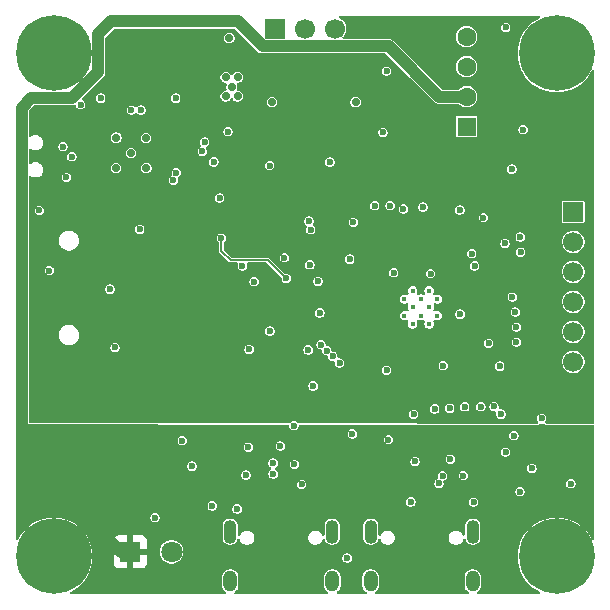
<source format=gbr>
%TF.GenerationSoftware,KiCad,Pcbnew,9.0.5*%
%TF.CreationDate,2025-10-14T15:47:48-07:00*%
%TF.ProjectId,lightspeed_r1,6c696768-7473-4706-9565-645f72312e6b,rev?*%
%TF.SameCoordinates,Original*%
%TF.FileFunction,Copper,L3,Inr*%
%TF.FilePolarity,Positive*%
%FSLAX46Y46*%
G04 Gerber Fmt 4.6, Leading zero omitted, Abs format (unit mm)*
G04 Created by KiCad (PCBNEW 9.0.5) date 2025-10-14 15:47:48*
%MOMM*%
%LPD*%
G01*
G04 APERTURE LIST*
%TA.AperFunction,ComponentPad*%
%ADD10R,1.700000X1.700000*%
%TD*%
%TA.AperFunction,ComponentPad*%
%ADD11C,1.700000*%
%TD*%
%TA.AperFunction,ComponentPad*%
%ADD12R,1.800000X1.800000*%
%TD*%
%TA.AperFunction,ComponentPad*%
%ADD13C,1.800000*%
%TD*%
%TA.AperFunction,ComponentPad*%
%ADD14O,1.100000X2.000000*%
%TD*%
%TA.AperFunction,ComponentPad*%
%ADD15O,1.200000X1.800000*%
%TD*%
%TA.AperFunction,ComponentPad*%
%ADD16R,1.600000X1.600000*%
%TD*%
%TA.AperFunction,ComponentPad*%
%ADD17C,1.600000*%
%TD*%
%TA.AperFunction,ComponentPad*%
%ADD18C,0.450000*%
%TD*%
%TA.AperFunction,ViaPad*%
%ADD19C,0.600000*%
%TD*%
%TA.AperFunction,ViaPad*%
%ADD20C,0.700000*%
%TD*%
%TA.AperFunction,ViaPad*%
%ADD21C,6.400000*%
%TD*%
%TA.AperFunction,ViaPad*%
%ADD22C,1.000000*%
%TD*%
%TA.AperFunction,ViaPad*%
%ADD23C,0.800000*%
%TD*%
%TA.AperFunction,Conductor*%
%ADD24C,1.000000*%
%TD*%
%TA.AperFunction,Conductor*%
%ADD25C,0.200000*%
%TD*%
G04 APERTURE END LIST*
D10*
%TO.N,GND*%
%TO.C,J4*%
X23710000Y8370000D03*
D11*
%TO.N,GPIO48*%
X23710000Y5830000D03*
%TO.N,GPIO14*%
X23710000Y3290000D03*
%TO.N,GPIO46*%
X23710000Y750000D03*
%TO.N,GPIO3*%
X23710000Y-1790000D03*
%TO.N,GPIO20*%
X23710000Y-4330000D03*
%TD*%
D12*
%TO.N,5V*%
%TO.C,J1*%
X-13800000Y-20430000D03*
D13*
%TO.N,GND*%
X-10300000Y-20430000D03*
%TD*%
D14*
%TO.N,GND*%
%TO.C,USB1*%
X-5340000Y-18710000D03*
D15*
X-5340000Y-22920000D03*
D14*
X3300000Y-18710000D03*
D15*
X3300000Y-22920000D03*
%TD*%
D16*
%TO.N,GND*%
%TO.C,U5*%
X14672500Y15570000D03*
D17*
%TO.N,5V*%
X14672500Y18110000D03*
%TO.N,GND*%
X14672500Y20650000D03*
%TO.N,Net-(U5-+Vo)*%
X14672500Y23190000D03*
%TD*%
D18*
%TO.N,GND*%
%TO.C,U14*%
X9410000Y-420000D03*
X9410000Y980000D03*
X10110000Y-1120000D03*
X10110000Y280000D03*
X10110000Y1680000D03*
X10810000Y-420000D03*
X10810000Y980000D03*
X11510000Y-1120000D03*
X11510000Y280000D03*
X11510000Y1680000D03*
X12210000Y-420000D03*
X12210000Y980000D03*
%TD*%
D14*
%TO.N,GND*%
%TO.C,USB2*%
X6560100Y-18710000D03*
D15*
X6560100Y-22920000D03*
D14*
X15200100Y-18710000D03*
D15*
X15200100Y-22920000D03*
%TD*%
D10*
%TO.N,GND*%
%TO.C,J3*%
X-1540000Y23880000D03*
D11*
%TO.N,Net-(J3-Pin_2)*%
X1000000Y23880000D03*
%TO.N,Net-(J3-Pin_3)*%
X3540000Y23880000D03*
%TD*%
D19*
%TO.N,3V3*%
X-1300000Y7970000D03*
D20*
%TO.N,GND*%
X-5212500Y18947500D03*
D19*
X11620000Y3130000D03*
X-16300000Y17980000D03*
X19460000Y15320000D03*
D20*
X-4712500Y19747500D03*
D19*
X5090000Y7470000D03*
X-3800000Y-11560000D03*
X-4000000Y-13920000D03*
D20*
X5287500Y17667500D03*
D19*
X-6860000Y-16530000D03*
X17930000Y5690000D03*
X-9950000Y17980000D03*
X21030000Y-9120000D03*
X-4750000Y-16790000D03*
X-20650000Y3390000D03*
D21*
X22300000Y-20820000D03*
D19*
X15360000Y3790000D03*
X9950000Y-16190000D03*
X7600000Y15080000D03*
D20*
X-5712500Y18147500D03*
D21*
X-20300000Y-20820000D03*
D20*
X-5712500Y19747500D03*
X-5412500Y23067500D03*
X-13734375Y13345625D03*
D19*
X7900000Y-5040000D03*
D21*
X-20300000Y21780000D03*
D19*
X-15510000Y1810000D03*
X2250000Y-190000D03*
X50000Y-9730000D03*
D20*
X-15015625Y12064375D03*
D21*
X22300000Y21780000D03*
D19*
X1330000Y7580000D03*
D20*
X-12434375Y12083125D03*
D19*
X-15100000Y-3120000D03*
X-3740000Y-3280000D03*
X-19500000Y13890000D03*
D20*
X-4712500Y18147500D03*
D19*
X-8580000Y-13170000D03*
D20*
X-1787500Y17647500D03*
D19*
X18680000Y-10590000D03*
D20*
X-14984375Y14633125D03*
D19*
X14130000Y-300000D03*
X9330000Y8610000D03*
X-2000000Y12280000D03*
X17480000Y-4700000D03*
X4780000Y4350000D03*
X-19200000Y11280000D03*
X10190000Y-8780000D03*
X-750000Y4480000D03*
X14100000Y8510000D03*
X17990000Y23970000D03*
X8500000Y3210000D03*
X1680000Y-6370000D03*
X12700000Y-4660000D03*
X5000000Y-10440000D03*
X15260000Y-16210000D03*
X710000Y-14720000D03*
X-13000000Y6880000D03*
X-6230000Y9540000D03*
D20*
X-12465625Y14614375D03*
D19*
X3100000Y12580000D03*
X7900000Y20280000D03*
X-11700000Y-17520000D03*
X2100000Y2480000D03*
X-6720000Y12600000D03*
X-4300000Y3790000D03*
X10312600Y-12770000D03*
X-9400000Y-11010000D03*
X-5520000Y15160000D03*
X4560000Y-20940000D03*
%TO.N,/BOOT0*%
X-18750000Y13030000D03*
X-21500000Y8480000D03*
D22*
%TO.N,5V*%
X2810000Y-15100000D03*
X16240000Y-15020000D03*
D19*
X11900100Y-11282500D03*
X11700000Y-14919000D03*
X-2300000Y-10072500D03*
D22*
X-9710000Y-15210000D03*
D19*
X-2500000Y-13720000D03*
D22*
X-22005025Y-10745025D03*
D19*
%TO.N,/RTS*%
X17973554Y-11967500D03*
X19200000Y-15320000D03*
%TO.N,/DTR*%
X23500000Y-14657500D03*
X20200000Y-13357500D03*
%TO.N,CAM.RST*%
X8060000Y-10920000D03*
X1258199Y-3321801D03*
X17590000Y-8770000D03*
%TO.N,3V3*%
X10500000Y12980000D03*
X-13800000Y9180000D03*
D23*
X-7840000Y-9030000D03*
D19*
X-19900000Y-8420000D03*
X216396Y-20000D03*
X4800000Y19280000D03*
X-17400000Y10080000D03*
X12510000Y12980000D03*
X-9800000Y16880000D03*
X-12000000Y21280000D03*
X18500000Y14720000D03*
X-1680000Y4880000D03*
X-18000000Y15520000D03*
X-8300000Y18880000D03*
X-7558946Y20221054D03*
X-2870000Y-2250000D03*
X-1550000Y-7080000D03*
X15510000Y12980000D03*
X-5700000Y3972892D03*
D22*
X3130000Y-8580000D03*
D19*
X6210000Y-9060000D03*
%TO.N,UART0_TXD_ESP32*%
X12635429Y-13984571D03*
X6900000Y8880000D03*
%TO.N,UART0_RXD_ESP32*%
X8200000Y8880000D03*
X12335699Y-14625937D03*
%TO.N,I2C_SCL*%
X3339268Y-3867059D03*
%TO.N,I2C_SDA*%
X3921294Y-4430460D03*
%TO.N,2V8*%
X-3310000Y2450000D03*
X-1980000Y-1730000D03*
%TO.N,1V2*%
X-6085982Y6136743D03*
X-593968Y2728054D03*
%TO.N,USART2_RX_STM32*%
X-9900000Y11680000D03*
X-1700000Y-13820000D03*
%TO.N,USART2_TX_STM32*%
X-10151286Y11026656D03*
X-1700000Y-12920000D03*
%TO.N,USART1_TX_STM32_ESP32*%
X-13700000Y16980000D03*
X-7500000Y14280000D03*
%TO.N,USART1_RX_STM32_ESP32*%
X-12900000Y16980000D03*
X-7700000Y13480000D03*
%TO.N,CAM.PCLK*%
X1400000Y3880000D03*
X17000000Y-8120000D03*
%TO.N,CAM.PWDN*%
X1480000Y6850000D03*
X15110000Y4830000D03*
%TO.N,CAM.Y7*%
X15881801Y-8138199D03*
%TO.N,CAM.VSYNC*%
X2831801Y-3384896D03*
%TO.N,CAM.HREF*%
X2355417Y-2872000D03*
%TO.N,CAM.Y6*%
X16540000Y-2770000D03*
%TO.N,CAM.Y5*%
X18900000Y-1395000D03*
%TO.N,CAM.Y4*%
X18550000Y1150000D03*
%TO.N,CAM.Y8*%
X14520000Y-8140000D03*
%TO.N,CAM.XCLK*%
X13250000Y-8270000D03*
%TO.N,CAM.Y3*%
X18800000Y-125000D03*
%TO.N,CAM.Y2*%
X18900000Y-2665000D03*
%TO.N,CAM.Y9*%
X11980000Y-8320000D03*
%TO.N,Net-(D3-A2)*%
X14400100Y-13970000D03*
X13300100Y-12574259D03*
%TO.N,Net-(D4-A2)*%
X-1098528Y-11470001D03*
X100000Y-13020000D03*
%TO.N,CHIP_PU*%
X16100000Y7880000D03*
X18500000Y11980000D03*
%TO.N,BUTTON_WIFI*%
X-18000000Y17431782D03*
X19250000Y4940000D03*
%TO.N,STM32_RESET*%
X19220000Y6230000D03*
X10980000Y8770000D03*
%TD*%
D24*
%TO.N,5V*%
X-22201000Y17979000D02*
X-18725574Y17979000D01*
X-16499000Y23381000D02*
X-15400000Y24480000D01*
X-16499000Y20205574D02*
X-16499000Y23381000D01*
X-15400000Y24480000D02*
X-11400000Y24480000D01*
X-13800000Y-20420000D02*
X-14600000Y-20420000D01*
X-18725574Y17979000D02*
X-16499000Y20205574D01*
X-2600000Y22380000D02*
X8100000Y22380000D01*
X-4699000Y24479000D02*
X-2600000Y22380000D01*
X12370000Y18110000D02*
X14672500Y18110000D01*
X-11400000Y24480000D02*
X-11399000Y24479000D01*
X-11399000Y24479000D02*
X-4699000Y24479000D01*
X8100000Y22380000D02*
X12370000Y18110000D01*
X-14600000Y-20420000D02*
X-22999000Y-12021000D01*
X-22999000Y17181000D02*
X-22201000Y17979000D01*
X-22999000Y-12021000D02*
X-22999000Y17181000D01*
D25*
%TO.N,1V2*%
X-5310000Y4290000D02*
X-2155914Y4290000D01*
X-2155914Y4290000D02*
X-593968Y2728054D01*
X-6085982Y5065982D02*
X-5310000Y4290000D01*
X-6085982Y6136743D02*
X-6085982Y5065982D01*
%TD*%
%TA.AperFunction,Conductor*%
%TO.N,3V3*%
G36*
X20856314Y24959815D02*
G01*
X20902069Y24907011D01*
X20912013Y24837853D01*
X20882988Y24774297D01*
X20847728Y24746142D01*
X20601169Y24614353D01*
X20601158Y24614347D01*
X20331524Y24434183D01*
X20331518Y24434178D01*
X20080841Y24228453D01*
X19851546Y23999158D01*
X19645821Y23748481D01*
X19645811Y23748467D01*
X19465657Y23478848D01*
X19465646Y23478830D01*
X19312788Y23192854D01*
X19312786Y23192849D01*
X19188686Y22893247D01*
X19094548Y22582913D01*
X19094545Y22582902D01*
X19031287Y22264874D01*
X19031284Y22264857D01*
X18999500Y21942139D01*
X18999500Y21617860D01*
X19031284Y21295142D01*
X19031287Y21295125D01*
X19094545Y20977097D01*
X19094548Y20977086D01*
X19188686Y20666752D01*
X19312786Y20367150D01*
X19312788Y20367145D01*
X19465646Y20081169D01*
X19465657Y20081151D01*
X19645811Y19811532D01*
X19645821Y19811518D01*
X19851546Y19560841D01*
X20080841Y19331546D01*
X20331518Y19125821D01*
X20331532Y19125811D01*
X20601151Y18945657D01*
X20601169Y18945646D01*
X20887145Y18792788D01*
X20887150Y18792786D01*
X21186752Y18668686D01*
X21497086Y18574548D01*
X21497097Y18574545D01*
X21815125Y18511287D01*
X21815142Y18511284D01*
X22065099Y18486666D01*
X22137857Y18479500D01*
X22137860Y18479500D01*
X22462140Y18479500D01*
X22462143Y18479500D01*
X22540812Y18487248D01*
X22784857Y18511284D01*
X22784874Y18511287D01*
X23102902Y18574545D01*
X23102913Y18574548D01*
X23413247Y18668686D01*
X23712849Y18792786D01*
X23712854Y18792788D01*
X23998830Y18945646D01*
X23998837Y18945650D01*
X23998842Y18945653D01*
X24268476Y19125817D01*
X24477064Y19297000D01*
X24519158Y19331546D01*
X24748453Y19560841D01*
X24950314Y19806809D01*
X24954183Y19811524D01*
X25134347Y20081158D01*
X25266142Y20327728D01*
X25315105Y20377572D01*
X25383242Y20393032D01*
X25448922Y20369200D01*
X25491291Y20313642D01*
X25499500Y20269274D01*
X25499500Y-9455300D01*
X25479815Y-9522339D01*
X25427011Y-9568094D01*
X25375330Y-9579300D01*
X21441685Y-9573899D01*
X21374672Y-9554122D01*
X21328990Y-9501256D01*
X21319141Y-9432083D01*
X21346258Y-9372921D01*
X21345531Y-9372363D01*
X21347973Y-9369179D01*
X21348254Y-9368568D01*
X21349320Y-9367423D01*
X21350477Y-9365916D01*
X21350480Y-9365913D01*
X21403207Y-9274587D01*
X21430500Y-9172727D01*
X21430500Y-9067273D01*
X21403207Y-8965413D01*
X21350480Y-8874087D01*
X21275913Y-8799520D01*
X21184587Y-8746793D01*
X21082727Y-8719500D01*
X20977273Y-8719500D01*
X20875413Y-8746793D01*
X20875410Y-8746794D01*
X20784085Y-8799521D01*
X20709521Y-8874085D01*
X20656794Y-8965410D01*
X20656793Y-8965413D01*
X20629500Y-9067273D01*
X20629500Y-9172727D01*
X20631583Y-9180499D01*
X20656793Y-9274586D01*
X20656794Y-9274589D01*
X20709522Y-9365916D01*
X20714469Y-9372363D01*
X20711919Y-9374319D01*
X20738178Y-9422409D01*
X20733194Y-9492101D01*
X20691322Y-9548034D01*
X20625858Y-9572451D01*
X20616842Y-9572767D01*
X477135Y-9545115D01*
X410122Y-9525338D01*
X376328Y-9489844D01*
X375428Y-9490536D01*
X370482Y-9484090D01*
X370480Y-9484087D01*
X295913Y-9409520D01*
X204587Y-9356793D01*
X102727Y-9329500D01*
X-2727Y-9329500D01*
X-104587Y-9356793D01*
X-195913Y-9409520D01*
X-195914Y-9409521D01*
X-270480Y-9484087D01*
X-275426Y-9490533D01*
X-276992Y-9489331D01*
X-319799Y-9530154D01*
X-376798Y-9543943D01*
X-22274670Y-9513877D01*
X-22341683Y-9494100D01*
X-22387365Y-9441234D01*
X-22398500Y-9389877D01*
X-22398500Y-8727273D01*
X9789500Y-8727273D01*
X9789500Y-8832727D01*
X9816793Y-8934587D01*
X9869520Y-9025913D01*
X9944087Y-9100480D01*
X10035413Y-9153207D01*
X10137273Y-9180500D01*
X10137275Y-9180500D01*
X10242725Y-9180500D01*
X10242727Y-9180500D01*
X10344587Y-9153207D01*
X10435913Y-9100480D01*
X10510480Y-9025913D01*
X10563207Y-8934587D01*
X10590500Y-8832727D01*
X10590500Y-8727273D01*
X10563207Y-8625413D01*
X10510480Y-8534087D01*
X10435913Y-8459520D01*
X10344587Y-8406793D01*
X10242727Y-8379500D01*
X10137273Y-8379500D01*
X10035413Y-8406793D01*
X10035410Y-8406794D01*
X9944085Y-8459521D01*
X9869521Y-8534085D01*
X9816794Y-8625410D01*
X9816793Y-8625413D01*
X9789500Y-8727273D01*
X-22398500Y-8727273D01*
X-22398500Y-8267273D01*
X11579500Y-8267273D01*
X11579500Y-8372727D01*
X11606793Y-8474587D01*
X11659520Y-8565913D01*
X11734087Y-8640480D01*
X11825413Y-8693207D01*
X11927273Y-8720500D01*
X11927275Y-8720500D01*
X12032725Y-8720500D01*
X12032727Y-8720500D01*
X12134587Y-8693207D01*
X12225913Y-8640480D01*
X12300480Y-8565913D01*
X12353207Y-8474587D01*
X12380500Y-8372727D01*
X12380500Y-8267273D01*
X12367103Y-8217273D01*
X12849500Y-8217273D01*
X12849500Y-8322727D01*
X12876793Y-8424587D01*
X12929520Y-8515913D01*
X13004087Y-8590480D01*
X13095413Y-8643207D01*
X13197273Y-8670500D01*
X13197275Y-8670500D01*
X13302725Y-8670500D01*
X13302727Y-8670500D01*
X13404587Y-8643207D01*
X13495913Y-8590480D01*
X13570480Y-8515913D01*
X13623207Y-8424587D01*
X13650500Y-8322727D01*
X13650500Y-8217273D01*
X13623207Y-8115413D01*
X13606960Y-8087273D01*
X14119500Y-8087273D01*
X14119500Y-8192727D01*
X14146793Y-8294587D01*
X14199520Y-8385913D01*
X14274087Y-8460480D01*
X14365413Y-8513207D01*
X14467273Y-8540500D01*
X14467275Y-8540500D01*
X14572725Y-8540500D01*
X14572727Y-8540500D01*
X14674587Y-8513207D01*
X14765913Y-8460480D01*
X14840480Y-8385913D01*
X14893207Y-8294587D01*
X14920500Y-8192727D01*
X14920500Y-8087273D01*
X14920017Y-8085472D01*
X15481301Y-8085472D01*
X15481301Y-8190926D01*
X15508594Y-8292786D01*
X15561321Y-8384112D01*
X15635888Y-8458679D01*
X15727214Y-8511406D01*
X15829074Y-8538699D01*
X15829076Y-8538699D01*
X15934526Y-8538699D01*
X15934528Y-8538699D01*
X16036388Y-8511406D01*
X16127714Y-8458679D01*
X16202281Y-8384112D01*
X16255008Y-8292786D01*
X16282301Y-8190926D01*
X16282301Y-8085472D01*
X16277425Y-8067273D01*
X16599500Y-8067273D01*
X16599500Y-8172727D01*
X16626793Y-8274587D01*
X16679520Y-8365913D01*
X16754087Y-8440480D01*
X16845413Y-8493207D01*
X16947273Y-8520500D01*
X16947275Y-8520500D01*
X17052725Y-8520500D01*
X17052727Y-8520500D01*
X17052728Y-8520499D01*
X17060783Y-8519439D01*
X17061076Y-8521664D01*
X17119256Y-8523040D01*
X17177125Y-8562192D01*
X17204641Y-8626416D01*
X17201295Y-8673249D01*
X17189500Y-8717268D01*
X17189500Y-8717273D01*
X17189500Y-8822727D01*
X17216793Y-8924587D01*
X17269520Y-9015913D01*
X17344087Y-9090480D01*
X17435413Y-9143207D01*
X17537273Y-9170500D01*
X17537275Y-9170500D01*
X17642725Y-9170500D01*
X17642727Y-9170500D01*
X17744587Y-9143207D01*
X17835913Y-9090480D01*
X17910480Y-9015913D01*
X17963207Y-8924587D01*
X17990500Y-8822727D01*
X17990500Y-8717273D01*
X17963207Y-8615413D01*
X17910480Y-8524087D01*
X17835913Y-8449520D01*
X17744587Y-8396793D01*
X17642727Y-8369500D01*
X17537273Y-8369500D01*
X17537271Y-8369500D01*
X17529217Y-8370561D01*
X17528924Y-8368340D01*
X17470712Y-8366950D01*
X17412853Y-8327782D01*
X17385355Y-8263551D01*
X17388703Y-8216752D01*
X17400500Y-8172727D01*
X17400500Y-8067273D01*
X17373207Y-7965413D01*
X17320480Y-7874087D01*
X17245913Y-7799520D01*
X17154587Y-7746793D01*
X17052727Y-7719500D01*
X16947273Y-7719500D01*
X16845413Y-7746793D01*
X16845410Y-7746794D01*
X16754085Y-7799521D01*
X16679521Y-7874085D01*
X16626794Y-7965410D01*
X16626793Y-7965413D01*
X16599500Y-8067273D01*
X16277425Y-8067273D01*
X16255008Y-7983612D01*
X16202281Y-7892286D01*
X16127714Y-7817719D01*
X16039509Y-7766794D01*
X16036390Y-7764993D01*
X16036389Y-7764992D01*
X16036388Y-7764992D01*
X15934528Y-7737699D01*
X15829074Y-7737699D01*
X15727214Y-7764992D01*
X15727211Y-7764993D01*
X15635886Y-7817720D01*
X15561322Y-7892284D01*
X15508595Y-7983609D01*
X15508594Y-7983612D01*
X15481301Y-8085472D01*
X14920017Y-8085472D01*
X14893207Y-7985413D01*
X14840480Y-7894087D01*
X14765913Y-7819520D01*
X14674587Y-7766793D01*
X14572727Y-7739500D01*
X14467273Y-7739500D01*
X14365413Y-7766793D01*
X14365410Y-7766794D01*
X14274085Y-7819521D01*
X14199521Y-7894085D01*
X14146794Y-7985410D01*
X14146793Y-7985413D01*
X14119500Y-8087273D01*
X13606960Y-8087273D01*
X13570480Y-8024087D01*
X13495913Y-7949520D01*
X13404587Y-7896793D01*
X13302727Y-7869500D01*
X13197273Y-7869500D01*
X13095413Y-7896793D01*
X13095410Y-7896794D01*
X13004085Y-7949521D01*
X12929521Y-8024085D01*
X12876794Y-8115410D01*
X12876794Y-8115411D01*
X12876793Y-8115413D01*
X12849500Y-8217273D01*
X12367103Y-8217273D01*
X12353207Y-8165413D01*
X12300480Y-8074087D01*
X12225913Y-7999520D01*
X12139312Y-7949521D01*
X12134589Y-7946794D01*
X12134588Y-7946793D01*
X12134587Y-7946793D01*
X12032727Y-7919500D01*
X11927273Y-7919500D01*
X11825413Y-7946793D01*
X11825410Y-7946794D01*
X11734085Y-7999521D01*
X11659521Y-8074085D01*
X11606794Y-8165410D01*
X11606793Y-8165413D01*
X11579500Y-8267273D01*
X-22398500Y-8267273D01*
X-22398500Y-6317273D01*
X1279500Y-6317273D01*
X1279500Y-6422727D01*
X1306793Y-6524587D01*
X1359520Y-6615913D01*
X1434087Y-6690480D01*
X1525413Y-6743207D01*
X1627273Y-6770500D01*
X1627275Y-6770500D01*
X1732725Y-6770500D01*
X1732727Y-6770500D01*
X1834587Y-6743207D01*
X1925913Y-6690480D01*
X2000480Y-6615913D01*
X2053207Y-6524587D01*
X2080500Y-6422727D01*
X2080500Y-6317273D01*
X2053207Y-6215413D01*
X2000480Y-6124087D01*
X1925913Y-6049520D01*
X1834587Y-5996793D01*
X1732727Y-5969500D01*
X1627273Y-5969500D01*
X1525413Y-5996793D01*
X1525410Y-5996794D01*
X1434085Y-6049521D01*
X1359521Y-6124085D01*
X1306794Y-6215410D01*
X1306793Y-6215413D01*
X1279500Y-6317273D01*
X-22398500Y-6317273D01*
X-22398500Y-4987273D01*
X7499500Y-4987273D01*
X7499500Y-5092727D01*
X7526793Y-5194587D01*
X7579520Y-5285913D01*
X7654087Y-5360480D01*
X7745413Y-5413207D01*
X7847273Y-5440500D01*
X7847275Y-5440500D01*
X7952725Y-5440500D01*
X7952727Y-5440500D01*
X8054587Y-5413207D01*
X8145913Y-5360480D01*
X8220480Y-5285913D01*
X8273207Y-5194587D01*
X8300500Y-5092727D01*
X8300500Y-4987273D01*
X8273207Y-4885413D01*
X8220480Y-4794087D01*
X8145913Y-4719520D01*
X8054587Y-4666793D01*
X7952727Y-4639500D01*
X7847273Y-4639500D01*
X7745413Y-4666793D01*
X7745410Y-4666794D01*
X7654085Y-4719521D01*
X7579521Y-4794085D01*
X7526794Y-4885410D01*
X7526793Y-4885413D01*
X7499500Y-4987273D01*
X-22398500Y-4987273D01*
X-22398500Y-3067273D01*
X-15500500Y-3067273D01*
X-15500500Y-3172727D01*
X-15473207Y-3274587D01*
X-15420480Y-3365913D01*
X-15345913Y-3440480D01*
X-15254587Y-3493207D01*
X-15152727Y-3520500D01*
X-15152725Y-3520500D01*
X-15047275Y-3520500D01*
X-15047273Y-3520500D01*
X-14945413Y-3493207D01*
X-14854087Y-3440480D01*
X-14779520Y-3365913D01*
X-14726793Y-3274587D01*
X-14714115Y-3227273D01*
X-4140500Y-3227273D01*
X-4140500Y-3332727D01*
X-4113207Y-3434587D01*
X-4060480Y-3525913D01*
X-3985913Y-3600480D01*
X-3894587Y-3653207D01*
X-3792727Y-3680500D01*
X-3792725Y-3680500D01*
X-3687275Y-3680500D01*
X-3687273Y-3680500D01*
X-3585413Y-3653207D01*
X-3494087Y-3600480D01*
X-3419520Y-3525913D01*
X-3366793Y-3434587D01*
X-3339500Y-3332727D01*
X-3339500Y-3269074D01*
X857699Y-3269074D01*
X857699Y-3374528D01*
X884992Y-3476388D01*
X937719Y-3567714D01*
X1012286Y-3642281D01*
X1103612Y-3695008D01*
X1205472Y-3722301D01*
X1205474Y-3722301D01*
X1310924Y-3722301D01*
X1310926Y-3722301D01*
X1412786Y-3695008D01*
X1504112Y-3642281D01*
X1578679Y-3567714D01*
X1631406Y-3476388D01*
X1658699Y-3374528D01*
X1658699Y-3269074D01*
X1631406Y-3167214D01*
X1578679Y-3075888D01*
X1504112Y-3001321D01*
X1412786Y-2948594D01*
X1310926Y-2921301D01*
X1205472Y-2921301D01*
X1103612Y-2948594D01*
X1103609Y-2948595D01*
X1012284Y-3001322D01*
X937720Y-3075886D01*
X884993Y-3167211D01*
X884992Y-3167214D01*
X857699Y-3269074D01*
X-3339500Y-3269074D01*
X-3339500Y-3227273D01*
X-3366793Y-3125413D01*
X-3366794Y-3125410D01*
X-3419521Y-3034085D01*
X-3494085Y-2959521D01*
X-3585410Y-2906794D01*
X-3585413Y-2906793D01*
X-3687273Y-2879500D01*
X-3792727Y-2879500D01*
X-3894587Y-2906793D01*
X-3985913Y-2959520D01*
X-4060480Y-3034087D01*
X-4113207Y-3125413D01*
X-4140500Y-3227273D01*
X-14714115Y-3227273D01*
X-14699500Y-3172727D01*
X-14699500Y-3067273D01*
X-14726793Y-2965413D01*
X-14726794Y-2965410D01*
X-14779521Y-2874085D01*
X-14834333Y-2819273D01*
X1954917Y-2819273D01*
X1954917Y-2924727D01*
X1982210Y-3026587D01*
X2034937Y-3117913D01*
X2109504Y-3192480D01*
X2200830Y-3245207D01*
X2302690Y-3272500D01*
X2302692Y-3272500D01*
X2307301Y-3272500D01*
X2374340Y-3292185D01*
X2420095Y-3344989D01*
X2431301Y-3396500D01*
X2431301Y-3437623D01*
X2458594Y-3539483D01*
X2511321Y-3630809D01*
X2585888Y-3705376D01*
X2677214Y-3758103D01*
X2779074Y-3785396D01*
X2779076Y-3785396D01*
X2814768Y-3785396D01*
X2881807Y-3805081D01*
X2927562Y-3857885D01*
X2938768Y-3909396D01*
X2938768Y-3919786D01*
X2966061Y-4021646D01*
X3018788Y-4112972D01*
X3093355Y-4187539D01*
X3184681Y-4240266D01*
X3286541Y-4267559D01*
X3286543Y-4267559D01*
X3396794Y-4267559D01*
X3463833Y-4287244D01*
X3509588Y-4340048D01*
X3520794Y-4391559D01*
X3520794Y-4483187D01*
X3548087Y-4585047D01*
X3600814Y-4676373D01*
X3675381Y-4750940D01*
X3766707Y-4803667D01*
X3868567Y-4830960D01*
X3868569Y-4830960D01*
X3974019Y-4830960D01*
X3974021Y-4830960D01*
X4075881Y-4803667D01*
X4167207Y-4750940D01*
X4241774Y-4676373D01*
X4281669Y-4607273D01*
X12299500Y-4607273D01*
X12299500Y-4712727D01*
X12326793Y-4814587D01*
X12379520Y-4905913D01*
X12454087Y-4980480D01*
X12545413Y-5033207D01*
X12647273Y-5060500D01*
X12647275Y-5060500D01*
X12752725Y-5060500D01*
X12752727Y-5060500D01*
X12854587Y-5033207D01*
X12945913Y-4980480D01*
X13020480Y-4905913D01*
X13073207Y-4814587D01*
X13100500Y-4712727D01*
X13100500Y-4647273D01*
X17079500Y-4647273D01*
X17079500Y-4752727D01*
X17106793Y-4854587D01*
X17159520Y-4945913D01*
X17234087Y-5020480D01*
X17325413Y-5073207D01*
X17427273Y-5100500D01*
X17427275Y-5100500D01*
X17532725Y-5100500D01*
X17532727Y-5100500D01*
X17634587Y-5073207D01*
X17725913Y-5020480D01*
X17800480Y-4945913D01*
X17853207Y-4854587D01*
X17880500Y-4752727D01*
X17880500Y-4647273D01*
X17853207Y-4545413D01*
X17800480Y-4454087D01*
X17725913Y-4379520D01*
X17634587Y-4326793D01*
X17532727Y-4299500D01*
X17427273Y-4299500D01*
X17325413Y-4326793D01*
X17325410Y-4326794D01*
X17234085Y-4379521D01*
X17159521Y-4454085D01*
X17106794Y-4545410D01*
X17106793Y-4545413D01*
X17079500Y-4647273D01*
X13100500Y-4647273D01*
X13100500Y-4607273D01*
X13073207Y-4505413D01*
X13020480Y-4414087D01*
X12945913Y-4339520D01*
X12854587Y-4286793D01*
X12752727Y-4259500D01*
X12647273Y-4259500D01*
X12545413Y-4286793D01*
X12545410Y-4286794D01*
X12454085Y-4339521D01*
X12379521Y-4414085D01*
X12326794Y-4505410D01*
X12326793Y-4505413D01*
X12299500Y-4607273D01*
X4281669Y-4607273D01*
X4294501Y-4585047D01*
X4321794Y-4483187D01*
X4321794Y-4377733D01*
X4294501Y-4275873D01*
X4271699Y-4236379D01*
X22759500Y-4236379D01*
X22759500Y-4423620D01*
X22796025Y-4607243D01*
X22796027Y-4607251D01*
X22867676Y-4780228D01*
X22867681Y-4780237D01*
X22971697Y-4935907D01*
X22971700Y-4935911D01*
X23104088Y-5068299D01*
X23104092Y-5068302D01*
X23259762Y-5172318D01*
X23259768Y-5172321D01*
X23259769Y-5172322D01*
X23432749Y-5243973D01*
X23616379Y-5280499D01*
X23616383Y-5280500D01*
X23616384Y-5280500D01*
X23803617Y-5280500D01*
X23803618Y-5280499D01*
X23987251Y-5243973D01*
X24160231Y-5172322D01*
X24315908Y-5068302D01*
X24448302Y-4935908D01*
X24552322Y-4780231D01*
X24623973Y-4607251D01*
X24660500Y-4423616D01*
X24660500Y-4236384D01*
X24623973Y-4052749D01*
X24552322Y-3879769D01*
X24552321Y-3879768D01*
X24552318Y-3879762D01*
X24448302Y-3724092D01*
X24448299Y-3724088D01*
X24315911Y-3591700D01*
X24315907Y-3591697D01*
X24160237Y-3487681D01*
X24160228Y-3487676D01*
X23987251Y-3416027D01*
X23987243Y-3416025D01*
X23803620Y-3379500D01*
X23803616Y-3379500D01*
X23616384Y-3379500D01*
X23616379Y-3379500D01*
X23432756Y-3416025D01*
X23432748Y-3416027D01*
X23259771Y-3487676D01*
X23259762Y-3487681D01*
X23104092Y-3591697D01*
X23104088Y-3591700D01*
X22971700Y-3724088D01*
X22971697Y-3724092D01*
X22867681Y-3879762D01*
X22867676Y-3879771D01*
X22796027Y-4052748D01*
X22796025Y-4052756D01*
X22759500Y-4236379D01*
X4271699Y-4236379D01*
X4241774Y-4184547D01*
X4167207Y-4109980D01*
X4075881Y-4057253D01*
X3974021Y-4029960D01*
X3868567Y-4029960D01*
X3863768Y-4029960D01*
X3796729Y-4010275D01*
X3750974Y-3957471D01*
X3739768Y-3905960D01*
X3739768Y-3814334D01*
X3739768Y-3814332D01*
X3712475Y-3712472D01*
X3659748Y-3621146D01*
X3585181Y-3546579D01*
X3493855Y-3493852D01*
X3391995Y-3466559D01*
X3356301Y-3466559D01*
X3289262Y-3446874D01*
X3243507Y-3394070D01*
X3232301Y-3342559D01*
X3232301Y-3332171D01*
X3232301Y-3332169D01*
X3205008Y-3230309D01*
X3152281Y-3138983D01*
X3077714Y-3064416D01*
X2986388Y-3011689D01*
X2884528Y-2984396D01*
X2879917Y-2984396D01*
X2812878Y-2964711D01*
X2767123Y-2911907D01*
X2757594Y-2880723D01*
X2755917Y-2870631D01*
X2755917Y-2819273D01*
X2728624Y-2717413D01*
X2728543Y-2717273D01*
X16139500Y-2717273D01*
X16139500Y-2822727D01*
X16166793Y-2924587D01*
X16219520Y-3015913D01*
X16294087Y-3090480D01*
X16385413Y-3143207D01*
X16487273Y-3170500D01*
X16487275Y-3170500D01*
X16592725Y-3170500D01*
X16592727Y-3170500D01*
X16694587Y-3143207D01*
X16785913Y-3090480D01*
X16860480Y-3015913D01*
X16913207Y-2924587D01*
X16940500Y-2822727D01*
X16940500Y-2717273D01*
X16913207Y-2615413D01*
X16911394Y-2612273D01*
X18499500Y-2612273D01*
X18499500Y-2717727D01*
X18526793Y-2819587D01*
X18579520Y-2910913D01*
X18654087Y-2985480D01*
X18745413Y-3038207D01*
X18847273Y-3065500D01*
X18847275Y-3065500D01*
X18952725Y-3065500D01*
X18952727Y-3065500D01*
X19054587Y-3038207D01*
X19145913Y-2985480D01*
X19220480Y-2910913D01*
X19273207Y-2819587D01*
X19300500Y-2717727D01*
X19300500Y-2612273D01*
X19273207Y-2510413D01*
X19220480Y-2419087D01*
X19145913Y-2344520D01*
X19054587Y-2291793D01*
X18952727Y-2264500D01*
X18847273Y-2264500D01*
X18745413Y-2291793D01*
X18745410Y-2291794D01*
X18654085Y-2344521D01*
X18579521Y-2419085D01*
X18526794Y-2510410D01*
X18526793Y-2510413D01*
X18499500Y-2612273D01*
X16911394Y-2612273D01*
X16860480Y-2524087D01*
X16785913Y-2449520D01*
X16694587Y-2396793D01*
X16592727Y-2369500D01*
X16487273Y-2369500D01*
X16385413Y-2396793D01*
X16385410Y-2396794D01*
X16294085Y-2449521D01*
X16219521Y-2524085D01*
X16166794Y-2615410D01*
X16166794Y-2615411D01*
X16166793Y-2615413D01*
X16139500Y-2717273D01*
X2728543Y-2717273D01*
X2675897Y-2626087D01*
X2601330Y-2551520D01*
X2534476Y-2512922D01*
X2510006Y-2498794D01*
X2510005Y-2498793D01*
X2510004Y-2498793D01*
X2408144Y-2471500D01*
X2302690Y-2471500D01*
X2200830Y-2498793D01*
X2200827Y-2498794D01*
X2109502Y-2551521D01*
X2034938Y-2626085D01*
X1982211Y-2717410D01*
X1982211Y-2717411D01*
X1982210Y-2717413D01*
X1954917Y-2819273D01*
X-14834333Y-2819273D01*
X-14854085Y-2799521D01*
X-14945410Y-2746794D01*
X-14945413Y-2746793D01*
X-15047273Y-2719500D01*
X-15152727Y-2719500D01*
X-15254587Y-2746793D01*
X-15345913Y-2799520D01*
X-15420480Y-2874087D01*
X-15473207Y-2965413D01*
X-15500500Y-3067273D01*
X-22398500Y-3067273D01*
X-22398500Y-1986233D01*
X-19850500Y-1986233D01*
X-19850500Y-2153767D01*
X-19817816Y-2318082D01*
X-19753703Y-2472863D01*
X-19660626Y-2612162D01*
X-19542162Y-2730626D01*
X-19402863Y-2823703D01*
X-19248082Y-2887816D01*
X-19083769Y-2920499D01*
X-19083768Y-2920500D01*
X-19083767Y-2920500D01*
X-18916232Y-2920500D01*
X-18916228Y-2920499D01*
X-18868041Y-2910914D01*
X-18751918Y-2887816D01*
X-18597137Y-2823703D01*
X-18550494Y-2792537D01*
X-18457837Y-2730626D01*
X-18339373Y-2612162D01*
X-18246295Y-2472860D01*
X-18182184Y-2318082D01*
X-18182182Y-2318074D01*
X-18149500Y-2153771D01*
X-18149500Y-1986228D01*
X-18182182Y-1821925D01*
X-18182184Y-1821917D01*
X-18225809Y-1716599D01*
X-18242097Y-1677273D01*
X-2380500Y-1677273D01*
X-2380500Y-1782727D01*
X-2353207Y-1884587D01*
X-2300480Y-1975913D01*
X-2225913Y-2050480D01*
X-2134587Y-2103207D01*
X-2032727Y-2130500D01*
X-2032725Y-2130500D01*
X-1927275Y-2130500D01*
X-1927273Y-2130500D01*
X-1825413Y-2103207D01*
X-1734087Y-2050480D01*
X-1659520Y-1975913D01*
X-1606793Y-1884587D01*
X-1579500Y-1782727D01*
X-1579500Y-1677273D01*
X-1606793Y-1575413D01*
X-1606794Y-1575410D01*
X-1659521Y-1484085D01*
X-1734085Y-1409521D01*
X-1825410Y-1356794D01*
X-1825413Y-1356793D01*
X-1927273Y-1329500D01*
X-2032727Y-1329500D01*
X-2134587Y-1356793D01*
X-2225913Y-1409520D01*
X-2300480Y-1484087D01*
X-2353207Y-1575413D01*
X-2380500Y-1677273D01*
X-18242097Y-1677273D01*
X-18246295Y-1667138D01*
X-18339373Y-1527837D01*
X-18457837Y-1409373D01*
X-18597139Y-1316295D01*
X-18751917Y-1252184D01*
X-18751925Y-1252182D01*
X-18916228Y-1219500D01*
X-18916233Y-1219500D01*
X-19083767Y-1219500D01*
X-19083771Y-1219500D01*
X-19248074Y-1252182D01*
X-19248082Y-1252184D01*
X-19402860Y-1316295D01*
X-19542162Y-1409373D01*
X-19660626Y-1527837D01*
X-19675160Y-1549589D01*
X-19753703Y-1667137D01*
X-19817816Y-1821918D01*
X-19850500Y-1986233D01*
X-22398500Y-1986233D01*
X-22398500Y-137273D01*
X1849500Y-137273D01*
X1849500Y-242727D01*
X1876793Y-344587D01*
X1929520Y-435913D01*
X2004087Y-510480D01*
X2095413Y-563207D01*
X2197273Y-590500D01*
X2197275Y-590500D01*
X2302725Y-590500D01*
X2302727Y-590500D01*
X2404587Y-563207D01*
X2495913Y-510480D01*
X2570480Y-435913D01*
X2623207Y-344587D01*
X2650500Y-242727D01*
X2650500Y-137273D01*
X2623207Y-35413D01*
X2570480Y55913D01*
X2495913Y130480D01*
X2404587Y183207D01*
X2302727Y210500D01*
X2197273Y210500D01*
X2095413Y183207D01*
X2004087Y130480D01*
X1929520Y55913D01*
X1916919Y34087D01*
X1876794Y-35410D01*
X1876793Y-35413D01*
X1849500Y-137273D01*
X-22398500Y-137273D01*
X-22398500Y1032726D01*
X9009500Y1032726D01*
X9009500Y927273D01*
X9036793Y825413D01*
X9036794Y825410D01*
X9089521Y734085D01*
X9164085Y659521D01*
X9255410Y606794D01*
X9255413Y606793D01*
X9357273Y579500D01*
X9462726Y579500D01*
X9462727Y579500D01*
X9564587Y606793D01*
X9564589Y606794D01*
X9564591Y606795D01*
X9571258Y610644D01*
X9639158Y627115D01*
X9705185Y604262D01*
X9748374Y549340D01*
X9755015Y479787D01*
X9740644Y441258D01*
X9736795Y434591D01*
X9736793Y434586D01*
X9709500Y332726D01*
X9709500Y227273D01*
X9736793Y125413D01*
X9736795Y125408D01*
X9740646Y118738D01*
X9757115Y50837D01*
X9734260Y-15189D01*
X9679337Y-58377D01*
X9609783Y-65015D01*
X9571256Y-50643D01*
X9564587Y-46793D01*
X9462727Y-19500D01*
X9357273Y-19500D01*
X9255413Y-46793D01*
X9255410Y-46794D01*
X9164085Y-99521D01*
X9089521Y-174085D01*
X9036794Y-265410D01*
X9036793Y-265413D01*
X9009500Y-367273D01*
X9009500Y-472727D01*
X9036793Y-574587D01*
X9089520Y-665913D01*
X9164087Y-740480D01*
X9255413Y-793207D01*
X9357273Y-820500D01*
X9357275Y-820500D01*
X9462725Y-820500D01*
X9462727Y-820500D01*
X9564587Y-793207D01*
X9571254Y-789357D01*
X9639152Y-772883D01*
X9705179Y-795733D01*
X9748372Y-850653D01*
X9755016Y-920206D01*
X9740646Y-958738D01*
X9736795Y-965408D01*
X9736793Y-965413D01*
X9709500Y-1067273D01*
X9709500Y-1172727D01*
X9736793Y-1274587D01*
X9789520Y-1365913D01*
X9864087Y-1440480D01*
X9955413Y-1493207D01*
X10057273Y-1520500D01*
X10057275Y-1520500D01*
X10162725Y-1520500D01*
X10162727Y-1520500D01*
X10264587Y-1493207D01*
X10355913Y-1440480D01*
X10430480Y-1365913D01*
X10483207Y-1274587D01*
X10510500Y-1172727D01*
X10510500Y-1067273D01*
X10483207Y-965413D01*
X10479355Y-958742D01*
X10462883Y-890844D01*
X10485735Y-824817D01*
X10540656Y-781626D01*
X10610209Y-774984D01*
X10648740Y-789354D01*
X10655413Y-793207D01*
X10757273Y-820500D01*
X10757275Y-820500D01*
X10862725Y-820500D01*
X10862727Y-820500D01*
X10964587Y-793207D01*
X10971254Y-789357D01*
X11039152Y-772883D01*
X11105179Y-795733D01*
X11148372Y-850653D01*
X11155016Y-920206D01*
X11140646Y-958738D01*
X11136795Y-965408D01*
X11136793Y-965413D01*
X11109500Y-1067273D01*
X11109500Y-1172727D01*
X11136793Y-1274587D01*
X11189520Y-1365913D01*
X11264087Y-1440480D01*
X11355413Y-1493207D01*
X11457273Y-1520500D01*
X11457275Y-1520500D01*
X11562725Y-1520500D01*
X11562727Y-1520500D01*
X11664587Y-1493207D01*
X11755913Y-1440480D01*
X11830480Y-1365913D01*
X11844129Y-1342273D01*
X18499500Y-1342273D01*
X18499500Y-1447727D01*
X18526793Y-1549587D01*
X18579520Y-1640913D01*
X18654087Y-1715480D01*
X18745413Y-1768207D01*
X18847273Y-1795500D01*
X18847275Y-1795500D01*
X18952725Y-1795500D01*
X18952727Y-1795500D01*
X19054587Y-1768207D01*
X19145913Y-1715480D01*
X19165014Y-1696379D01*
X22759500Y-1696379D01*
X22759500Y-1883620D01*
X22796025Y-2067243D01*
X22796027Y-2067251D01*
X22867676Y-2240228D01*
X22867681Y-2240237D01*
X22971697Y-2395907D01*
X22971700Y-2395911D01*
X23104088Y-2528299D01*
X23104092Y-2528302D01*
X23259762Y-2632318D01*
X23259768Y-2632321D01*
X23259769Y-2632322D01*
X23432749Y-2703973D01*
X23566744Y-2730626D01*
X23616379Y-2740499D01*
X23616383Y-2740500D01*
X23616384Y-2740500D01*
X23803617Y-2740500D01*
X23803618Y-2740499D01*
X23987251Y-2703973D01*
X24160231Y-2632322D01*
X24315908Y-2528302D01*
X24448302Y-2395908D01*
X24552322Y-2240231D01*
X24623973Y-2067251D01*
X24660500Y-1883616D01*
X24660500Y-1696384D01*
X24623973Y-1512749D01*
X24552322Y-1339769D01*
X24552321Y-1339768D01*
X24552318Y-1339762D01*
X24448302Y-1184092D01*
X24448299Y-1184088D01*
X24315911Y-1051700D01*
X24315907Y-1051697D01*
X24160237Y-947681D01*
X24160228Y-947676D01*
X23987251Y-876027D01*
X23987243Y-876025D01*
X23803620Y-839500D01*
X23803616Y-839500D01*
X23616384Y-839500D01*
X23616379Y-839500D01*
X23432756Y-876025D01*
X23432748Y-876027D01*
X23259771Y-947676D01*
X23259762Y-947681D01*
X23104092Y-1051697D01*
X23104088Y-1051700D01*
X22971700Y-1184088D01*
X22971697Y-1184092D01*
X22867681Y-1339762D01*
X22867676Y-1339771D01*
X22796027Y-1512748D01*
X22796025Y-1512756D01*
X22759500Y-1696379D01*
X19165014Y-1696379D01*
X19220480Y-1640913D01*
X19273207Y-1549587D01*
X19300500Y-1447727D01*
X19300500Y-1342273D01*
X19273207Y-1240413D01*
X19220480Y-1149087D01*
X19145913Y-1074520D01*
X19054587Y-1021793D01*
X18952727Y-994500D01*
X18847273Y-994500D01*
X18745413Y-1021793D01*
X18745410Y-1021794D01*
X18654085Y-1074521D01*
X18579521Y-1149085D01*
X18526794Y-1240410D01*
X18526793Y-1240413D01*
X18499500Y-1342273D01*
X11844129Y-1342273D01*
X11883207Y-1274587D01*
X11910500Y-1172727D01*
X11910500Y-1067273D01*
X11883207Y-965413D01*
X11879355Y-958742D01*
X11862883Y-890844D01*
X11885735Y-824817D01*
X11940656Y-781626D01*
X12010209Y-774984D01*
X12048740Y-789354D01*
X12055413Y-793207D01*
X12157273Y-820500D01*
X12157275Y-820500D01*
X12262725Y-820500D01*
X12262727Y-820500D01*
X12364587Y-793207D01*
X12455913Y-740480D01*
X12530480Y-665913D01*
X12583207Y-574587D01*
X12610500Y-472727D01*
X12610500Y-367273D01*
X12583207Y-265413D01*
X12572734Y-247273D01*
X13729500Y-247273D01*
X13729500Y-352727D01*
X13754353Y-445478D01*
X13756793Y-454586D01*
X13756794Y-454589D01*
X13767266Y-472727D01*
X13809520Y-545913D01*
X13884087Y-620480D01*
X13975413Y-673207D01*
X14077273Y-700500D01*
X14077275Y-700500D01*
X14182725Y-700500D01*
X14182727Y-700500D01*
X14284587Y-673207D01*
X14375913Y-620480D01*
X14450480Y-545913D01*
X14503207Y-454587D01*
X14530500Y-352727D01*
X14530500Y-247273D01*
X14503207Y-145413D01*
X14460980Y-72273D01*
X18399500Y-72273D01*
X18399500Y-177727D01*
X18426793Y-279587D01*
X18479520Y-370913D01*
X18554087Y-445480D01*
X18645413Y-498207D01*
X18747273Y-525500D01*
X18747275Y-525500D01*
X18852725Y-525500D01*
X18852727Y-525500D01*
X18954587Y-498207D01*
X19045913Y-445480D01*
X19120480Y-370913D01*
X19173207Y-279587D01*
X19200500Y-177727D01*
X19200500Y-72273D01*
X19173207Y29587D01*
X19120480Y120913D01*
X19045913Y195480D01*
X18954587Y248207D01*
X18852727Y275500D01*
X18747273Y275500D01*
X18645413Y248207D01*
X18554087Y195480D01*
X18479520Y120913D01*
X18426793Y29587D01*
X18399500Y-72273D01*
X14460980Y-72273D01*
X14450480Y-54087D01*
X14375913Y20480D01*
X14284587Y73207D01*
X14182727Y100500D01*
X14077273Y100500D01*
X13975413Y73207D01*
X13884087Y20480D01*
X13884085Y20478D01*
X13809521Y-54085D01*
X13756794Y-145410D01*
X13756793Y-145413D01*
X13729500Y-247273D01*
X12572734Y-247273D01*
X12530480Y-174087D01*
X12455913Y-99520D01*
X12364587Y-46793D01*
X12262727Y-19500D01*
X12157273Y-19500D01*
X12055413Y-46793D01*
X12048742Y-50644D01*
X11980844Y-67117D01*
X11914817Y-44265D01*
X11871626Y10656D01*
X11864984Y80209D01*
X11879354Y118740D01*
X11883207Y125413D01*
X11910500Y227273D01*
X11910500Y332727D01*
X11883207Y434587D01*
X11879357Y441254D01*
X11862883Y509152D01*
X11885733Y575179D01*
X11940653Y618372D01*
X12010206Y625016D01*
X12048738Y610646D01*
X12055408Y606795D01*
X12055411Y606794D01*
X12055413Y606793D01*
X12157273Y579500D01*
X12262726Y579500D01*
X12262727Y579500D01*
X12364587Y606793D01*
X12364591Y606795D01*
X12438308Y649356D01*
X12455913Y659520D01*
X12530480Y734087D01*
X12583207Y825413D01*
X12610500Y927273D01*
X12610500Y1032727D01*
X12583207Y1134587D01*
X12543867Y1202726D01*
X18149500Y1202726D01*
X18149500Y1097273D01*
X18176793Y995413D01*
X18176794Y995410D01*
X18229521Y904085D01*
X18304085Y829521D01*
X18395410Y776794D01*
X18395413Y776793D01*
X18497273Y749500D01*
X18602726Y749500D01*
X18602727Y749500D01*
X18704587Y776793D01*
X18795913Y829520D01*
X18810013Y843620D01*
X22759500Y843620D01*
X22759500Y656379D01*
X22796025Y472756D01*
X22796027Y472748D01*
X22867676Y299771D01*
X22867681Y299762D01*
X22971697Y144092D01*
X22971700Y144088D01*
X23104088Y11700D01*
X23104092Y11697D01*
X23259762Y-92318D01*
X23259771Y-92323D01*
X23268004Y-95733D01*
X23432749Y-163973D01*
X23567840Y-190844D01*
X23616379Y-200499D01*
X23616383Y-200500D01*
X23616384Y-200500D01*
X23803617Y-200500D01*
X23803618Y-200499D01*
X23987251Y-163973D01*
X24160231Y-92322D01*
X24189324Y-72883D01*
X24315907Y11697D01*
X24315911Y11700D01*
X24448299Y144088D01*
X24448302Y144092D01*
X24552318Y299762D01*
X24552323Y299771D01*
X24608165Y434586D01*
X24623973Y472749D01*
X24660500Y656384D01*
X24660500Y843616D01*
X24623973Y1027251D01*
X24552322Y1200231D01*
X24448302Y1355908D01*
X24315908Y1488302D01*
X24160231Y1592322D01*
X23987251Y1663973D01*
X23803618Y1700499D01*
X23803617Y1700500D01*
X23803616Y1700500D01*
X23616384Y1700500D01*
X23616383Y1700500D01*
X23616379Y1700499D01*
X23432749Y1663973D01*
X23344153Y1627275D01*
X23259771Y1592323D01*
X23259762Y1592318D01*
X23104092Y1488302D01*
X23104088Y1488299D01*
X22971700Y1355911D01*
X22971697Y1355907D01*
X22867681Y1200237D01*
X22867676Y1200228D01*
X22796027Y1027251D01*
X22796025Y1027243D01*
X22759500Y843620D01*
X18810013Y843620D01*
X18870480Y904087D01*
X18923207Y995413D01*
X18950500Y1097273D01*
X18950500Y1202727D01*
X18923207Y1304587D01*
X18870480Y1395913D01*
X18795913Y1470480D01*
X18704587Y1523207D01*
X18602727Y1550500D01*
X18497273Y1550500D01*
X18395413Y1523207D01*
X18304087Y1470480D01*
X18229520Y1395913D01*
X18220621Y1380499D01*
X18178067Y1306793D01*
X18176793Y1304587D01*
X18168914Y1275179D01*
X18149500Y1202726D01*
X12543867Y1202726D01*
X12530480Y1225913D01*
X12455913Y1300480D01*
X12364587Y1353207D01*
X12262727Y1380500D01*
X12157273Y1380500D01*
X12055413Y1353207D01*
X12048742Y1349355D01*
X11980844Y1332883D01*
X11914817Y1355735D01*
X11871626Y1410656D01*
X11864984Y1480209D01*
X11879354Y1518740D01*
X11883207Y1525413D01*
X11910500Y1627273D01*
X11910500Y1732727D01*
X11883207Y1834587D01*
X11830480Y1925913D01*
X11755913Y2000480D01*
X11664587Y2053207D01*
X11562727Y2080500D01*
X11457273Y2080500D01*
X11355413Y2053207D01*
X11264087Y2000480D01*
X11264085Y2000478D01*
X11189521Y1925914D01*
X11136794Y1834589D01*
X11136793Y1834586D01*
X11109500Y1732726D01*
X11109500Y1627273D01*
X11136793Y1525413D01*
X11136795Y1525408D01*
X11140646Y1518738D01*
X11157115Y1450837D01*
X11134260Y1384811D01*
X11079337Y1341623D01*
X11009783Y1334985D01*
X10971256Y1349356D01*
X10964587Y1353207D01*
X10862727Y1380500D01*
X10757273Y1380500D01*
X10655413Y1353207D01*
X10648742Y1349355D01*
X10580844Y1332883D01*
X10514817Y1355735D01*
X10471626Y1410656D01*
X10464984Y1480209D01*
X10479354Y1518740D01*
X10483207Y1525413D01*
X10510500Y1627273D01*
X10510500Y1732727D01*
X10483207Y1834587D01*
X10430480Y1925913D01*
X10355913Y2000480D01*
X10264587Y2053207D01*
X10162727Y2080500D01*
X10057273Y2080500D01*
X9955413Y2053207D01*
X9864087Y2000480D01*
X9864085Y2000478D01*
X9789521Y1925914D01*
X9736794Y1834589D01*
X9736793Y1834586D01*
X9709500Y1732726D01*
X9709500Y1627273D01*
X9736793Y1525413D01*
X9736795Y1525408D01*
X9740646Y1518738D01*
X9757115Y1450837D01*
X9734260Y1384811D01*
X9679337Y1341623D01*
X9609783Y1334985D01*
X9571256Y1349356D01*
X9564587Y1353207D01*
X9462727Y1380500D01*
X9357273Y1380500D01*
X9255413Y1353207D01*
X9164087Y1300480D01*
X9089520Y1225913D01*
X9036793Y1134587D01*
X9026796Y1097275D01*
X9009500Y1032726D01*
X-22398500Y1032726D01*
X-22398500Y1862727D01*
X-15910500Y1862727D01*
X-15910500Y1757273D01*
X-15883207Y1655413D01*
X-15830480Y1564087D01*
X-15755913Y1489520D01*
X-15664587Y1436793D01*
X-15562727Y1409500D01*
X-15562726Y1409500D01*
X-15457273Y1409500D01*
X-15355413Y1436793D01*
X-15355410Y1436794D01*
X-15264085Y1489521D01*
X-15189521Y1564085D01*
X-15136794Y1655410D01*
X-15136793Y1655413D01*
X-15109500Y1757273D01*
X-15109500Y1862726D01*
X-15126430Y1925913D01*
X-15136793Y1964587D01*
X-15189520Y2055913D01*
X-15264087Y2130480D01*
X-15355413Y2183207D01*
X-15457273Y2210500D01*
X-15562727Y2210500D01*
X-15664587Y2183207D01*
X-15755913Y2130480D01*
X-15830480Y2055913D01*
X-15883207Y1964587D01*
X-15910500Y1862727D01*
X-22398500Y1862727D01*
X-22398500Y2502727D01*
X-3710500Y2502727D01*
X-3710500Y2397273D01*
X-3683207Y2295413D01*
X-3630480Y2204087D01*
X-3555913Y2129520D01*
X-3464587Y2076793D01*
X-3362727Y2049500D01*
X-3362726Y2049500D01*
X-3257273Y2049500D01*
X-3155413Y2076793D01*
X-3155410Y2076794D01*
X-3064085Y2129521D01*
X-2989521Y2204085D01*
X-2936794Y2295410D01*
X-2936793Y2295413D01*
X-2909500Y2397273D01*
X-2909500Y2502726D01*
X-2917538Y2532727D01*
X-2936793Y2604587D01*
X-2989520Y2695913D01*
X-3064087Y2770480D01*
X-3155413Y2823207D01*
X-3257273Y2850500D01*
X-3362727Y2850500D01*
X-3464587Y2823207D01*
X-3555913Y2770480D01*
X-3630480Y2695913D01*
X-3683207Y2604587D01*
X-3710500Y2502727D01*
X-22398500Y2502727D01*
X-22398500Y3442727D01*
X-21050500Y3442727D01*
X-21050500Y3337273D01*
X-21023207Y3235413D01*
X-20970480Y3144087D01*
X-20895913Y3069520D01*
X-20804587Y3016793D01*
X-20702727Y2989500D01*
X-20702726Y2989500D01*
X-20597273Y2989500D01*
X-20495413Y3016793D01*
X-20495410Y3016794D01*
X-20404085Y3069521D01*
X-20329521Y3144085D01*
X-20276794Y3235410D01*
X-20276793Y3235413D01*
X-20249500Y3337273D01*
X-20249500Y3442726D01*
X-20251577Y3450480D01*
X-20276793Y3544587D01*
X-20285415Y3559520D01*
X-20299090Y3583207D01*
X-20329520Y3635913D01*
X-20404087Y3710480D01*
X-20495413Y3763207D01*
X-20597273Y3790500D01*
X-20702727Y3790500D01*
X-20804587Y3763207D01*
X-20895913Y3710480D01*
X-20970480Y3635913D01*
X-21023207Y3544587D01*
X-21050500Y3442727D01*
X-22398500Y3442727D01*
X-22398500Y6013767D01*
X-19850500Y6013767D01*
X-19850500Y5846233D01*
X-19817816Y5681918D01*
X-19799324Y5637275D01*
X-19753704Y5527139D01*
X-19660626Y5387837D01*
X-19542162Y5269373D01*
X-19402860Y5176295D01*
X-19248082Y5112184D01*
X-19248074Y5112182D01*
X-19083771Y5079500D01*
X-19083767Y5079500D01*
X-18916228Y5079500D01*
X-18751925Y5112182D01*
X-18751917Y5112184D01*
X-18597139Y5176295D01*
X-18457837Y5269373D01*
X-18339373Y5387837D01*
X-18246295Y5527139D01*
X-18182184Y5681917D01*
X-18182182Y5681925D01*
X-18149500Y5846228D01*
X-18149500Y6013771D01*
X-18181250Y6173395D01*
X-18181253Y6173402D01*
X-18182183Y6178080D01*
X-18182184Y6178082D01*
X-18186901Y6189470D01*
X-6486482Y6189470D01*
X-6486482Y6084016D01*
X-6459189Y5982156D01*
X-6406462Y5890830D01*
X-6361865Y5846233D01*
X-6326148Y5810516D01*
X-6327829Y5808834D01*
X-6293785Y5762191D01*
X-6286482Y5720265D01*
X-6286482Y5105864D01*
X-6286482Y5026100D01*
X-6255958Y4952408D01*
X-6255957Y4952407D01*
X-5423574Y4120024D01*
X-5349883Y4089500D01*
X-5349882Y4089500D01*
X-5270118Y4089500D01*
X-4795977Y4089500D01*
X-4728938Y4069815D01*
X-4683183Y4017011D01*
X-4673239Y3947853D01*
X-4676199Y3933420D01*
X-4700500Y3842727D01*
X-4700500Y3737273D01*
X-4673207Y3635413D01*
X-4620480Y3544087D01*
X-4545913Y3469520D01*
X-4454587Y3416793D01*
X-4352727Y3389500D01*
X-4352726Y3389500D01*
X-4247273Y3389500D01*
X-4145413Y3416793D01*
X-4145410Y3416794D01*
X-4054085Y3469521D01*
X-3979521Y3544085D01*
X-3926794Y3635410D01*
X-3926793Y3635413D01*
X-3899500Y3737273D01*
X-3899500Y3842724D01*
X-3899500Y3842725D01*
X-3899500Y3842727D01*
X-3923797Y3933409D01*
X-3922135Y4003256D01*
X-3882973Y4061119D01*
X-3818744Y4088623D01*
X-3804023Y4089500D01*
X-2290326Y4089500D01*
X-2223287Y4069815D01*
X-2202645Y4053181D01*
X-1030236Y2880772D01*
X-996751Y2819449D01*
X-995479Y2788908D01*
X-994468Y2788908D01*
X-994468Y2780781D01*
X-994468Y2675327D01*
X-967175Y2573467D01*
X-914448Y2482141D01*
X-839881Y2407574D01*
X-748555Y2354847D01*
X-646695Y2327554D01*
X-646694Y2327554D01*
X-541241Y2327554D01*
X-439381Y2354847D01*
X-439378Y2354848D01*
X-348053Y2407575D01*
X-273489Y2482139D01*
X-244282Y2532726D01*
X1699500Y2532726D01*
X1699500Y2427273D01*
X1726793Y2325413D01*
X1726794Y2325410D01*
X1779521Y2234085D01*
X1854085Y2159521D01*
X1945410Y2106794D01*
X1945413Y2106793D01*
X2047273Y2079500D01*
X2152726Y2079500D01*
X2152727Y2079500D01*
X2254587Y2106793D01*
X2345913Y2159520D01*
X2420480Y2234087D01*
X2473207Y2325413D01*
X2500500Y2427273D01*
X2500500Y2532727D01*
X2473207Y2634587D01*
X2420480Y2725913D01*
X2345913Y2800480D01*
X2254587Y2853207D01*
X2152727Y2880500D01*
X2047273Y2880500D01*
X1945413Y2853207D01*
X1854087Y2800480D01*
X1779520Y2725913D01*
X1726793Y2634587D01*
X1710416Y2573464D01*
X1699500Y2532726D01*
X-244282Y2532726D01*
X-220762Y2573463D01*
X-212422Y2604589D01*
X-193468Y2675327D01*
X-193468Y2780781D01*
X-220761Y2882641D01*
X-224733Y2889520D01*
X-273489Y2973968D01*
X-348053Y3048532D01*
X-348055Y3048534D01*
X-439381Y3101261D01*
X-541241Y3128554D01*
X-646695Y3128554D01*
X-654822Y3128554D01*
X-654822Y3130937D01*
X-711847Y3139826D01*
X-746686Y3164322D01*
X-845090Y3262726D01*
X8099500Y3262726D01*
X8099500Y3157273D01*
X8126793Y3055413D01*
X8126794Y3055410D01*
X8179521Y2964085D01*
X8254085Y2889521D01*
X8345410Y2836794D01*
X8345413Y2836793D01*
X8447273Y2809500D01*
X8552726Y2809500D01*
X8552727Y2809500D01*
X8654587Y2836793D01*
X8659730Y2839762D01*
X8730288Y2880499D01*
X8745913Y2889520D01*
X8820480Y2964087D01*
X8873207Y3055413D01*
X8900500Y3157273D01*
X8900500Y3182726D01*
X11219500Y3182726D01*
X11219500Y3077273D01*
X11246793Y2975413D01*
X11246794Y2975410D01*
X11299521Y2884085D01*
X11374085Y2809521D01*
X11465410Y2756794D01*
X11465413Y2756793D01*
X11567273Y2729500D01*
X11672726Y2729500D01*
X11672727Y2729500D01*
X11774587Y2756793D01*
X11865913Y2809520D01*
X11940480Y2884087D01*
X11993207Y2975413D01*
X12020500Y3077273D01*
X12020500Y3182727D01*
X11993207Y3284587D01*
X11940480Y3375913D01*
X11932773Y3383620D01*
X22759500Y3383620D01*
X22759500Y3196379D01*
X22796025Y3012756D01*
X22796027Y3012748D01*
X22867676Y2839771D01*
X22867681Y2839762D01*
X22971697Y2684092D01*
X22971700Y2684088D01*
X23104088Y2551700D01*
X23104092Y2551697D01*
X23259762Y2447681D01*
X23259771Y2447676D01*
X23432748Y2376027D01*
X23432756Y2376025D01*
X23616379Y2339500D01*
X23616384Y2339500D01*
X23803620Y2339500D01*
X23987243Y2376025D01*
X23987251Y2376027D01*
X24160228Y2447676D01*
X24160237Y2447681D01*
X24315907Y2551697D01*
X24315911Y2551700D01*
X24448299Y2684088D01*
X24448302Y2684092D01*
X24552318Y2839762D01*
X24552323Y2839771D01*
X24572930Y2889521D01*
X24623973Y3012749D01*
X24660500Y3196384D01*
X24660500Y3383616D01*
X24623973Y3567251D01*
X24552322Y3740231D01*
X24448302Y3895908D01*
X24315908Y4028302D01*
X24160231Y4132322D01*
X23987251Y4203973D01*
X23803618Y4240499D01*
X23803617Y4240500D01*
X23803616Y4240500D01*
X23616384Y4240500D01*
X23616383Y4240500D01*
X23616379Y4240499D01*
X23432749Y4203973D01*
X23298956Y4148554D01*
X23259771Y4132323D01*
X23259762Y4132318D01*
X23104092Y4028302D01*
X23104088Y4028299D01*
X22971700Y3895911D01*
X22971697Y3895907D01*
X22867681Y3740237D01*
X22867676Y3740228D01*
X22796027Y3567251D01*
X22796025Y3567243D01*
X22759500Y3383620D01*
X11932773Y3383620D01*
X11865913Y3450480D01*
X11774587Y3503207D01*
X11672727Y3530500D01*
X11567273Y3530500D01*
X11465413Y3503207D01*
X11374087Y3450480D01*
X11299520Y3375913D01*
X11246793Y3284587D01*
X11223160Y3196384D01*
X11219500Y3182726D01*
X8900500Y3182726D01*
X8900500Y3262727D01*
X8873207Y3364587D01*
X8820480Y3455913D01*
X8745913Y3530480D01*
X8654587Y3583207D01*
X8552727Y3610500D01*
X8447273Y3610500D01*
X8345413Y3583207D01*
X8254087Y3530480D01*
X8179520Y3455913D01*
X8126793Y3364587D01*
X8105358Y3284587D01*
X8099500Y3262726D01*
X-845090Y3262726D01*
X-1515090Y3932726D01*
X999500Y3932726D01*
X999500Y3827273D01*
X1026793Y3725413D01*
X1026794Y3725410D01*
X1079521Y3634085D01*
X1154085Y3559521D01*
X1245410Y3506794D01*
X1245413Y3506793D01*
X1347273Y3479500D01*
X1452726Y3479500D01*
X1452727Y3479500D01*
X1554587Y3506793D01*
X1645913Y3559520D01*
X1720480Y3634087D01*
X1773207Y3725413D01*
X1800500Y3827273D01*
X1800500Y3842726D01*
X14959500Y3842726D01*
X14959500Y3737273D01*
X14986793Y3635413D01*
X14986794Y3635410D01*
X15039521Y3544085D01*
X15114085Y3469521D01*
X15205410Y3416794D01*
X15205413Y3416793D01*
X15307273Y3389500D01*
X15412726Y3389500D01*
X15412727Y3389500D01*
X15514587Y3416793D01*
X15605913Y3469520D01*
X15680480Y3544087D01*
X15733207Y3635413D01*
X15760500Y3737273D01*
X15760500Y3842727D01*
X15733207Y3944587D01*
X15680480Y4035913D01*
X15605913Y4110480D01*
X15514587Y4163207D01*
X15412727Y4190500D01*
X15307273Y4190500D01*
X15205413Y4163207D01*
X15114087Y4110480D01*
X15039520Y4035913D01*
X15038754Y4034586D01*
X14988679Y3947853D01*
X14986793Y3944587D01*
X14973750Y3895907D01*
X14959500Y3842726D01*
X1800500Y3842726D01*
X1800500Y3932727D01*
X1773207Y4034587D01*
X1720480Y4125913D01*
X1645913Y4200480D01*
X1554587Y4253207D01*
X1452727Y4280500D01*
X1347273Y4280500D01*
X1245413Y4253207D01*
X1154087Y4200480D01*
X1079520Y4125913D01*
X1047132Y4069815D01*
X1027559Y4035913D01*
X1026793Y4034587D01*
X1002679Y3944589D01*
X999500Y3932726D01*
X-1515090Y3932726D01*
X-2042339Y4459975D01*
X-2042340Y4459976D01*
X-2116032Y4490500D01*
X-2116034Y4490500D01*
X-5175588Y4490500D01*
X-5242627Y4510185D01*
X-5263269Y4526819D01*
X-5269177Y4532727D01*
X-1150500Y4532727D01*
X-1150500Y4427273D01*
X-1123207Y4325413D01*
X-1070480Y4234087D01*
X-995913Y4159520D01*
X-904587Y4106793D01*
X-802727Y4079500D01*
X-802726Y4079500D01*
X-697273Y4079500D01*
X-595413Y4106793D01*
X-595410Y4106794D01*
X-504085Y4159521D01*
X-429521Y4234085D01*
X-376794Y4325410D01*
X-376793Y4325413D01*
X-356077Y4402726D01*
X4379500Y4402726D01*
X4379500Y4297273D01*
X4406793Y4195413D01*
X4406794Y4195410D01*
X4459521Y4104085D01*
X4534085Y4029521D01*
X4625410Y3976794D01*
X4625413Y3976793D01*
X4727273Y3949500D01*
X4832726Y3949500D01*
X4832727Y3949500D01*
X4934587Y3976793D01*
X5025913Y4029520D01*
X5100480Y4104087D01*
X5153207Y4195413D01*
X5180500Y4297273D01*
X5180500Y4402727D01*
X5153207Y4504587D01*
X5100480Y4595913D01*
X5025913Y4670480D01*
X4934587Y4723207D01*
X4832727Y4750500D01*
X4727273Y4750500D01*
X4625413Y4723207D01*
X4534087Y4670480D01*
X4459520Y4595913D01*
X4406793Y4504587D01*
X4394840Y4459975D01*
X4379500Y4402726D01*
X-356077Y4402726D01*
X-349501Y4427269D01*
X-349500Y4427269D01*
X-349500Y4427273D01*
X-349500Y4532727D01*
X-376793Y4634587D01*
X-429520Y4725913D01*
X-504087Y4800480D01*
X-595413Y4853207D01*
X-697273Y4880500D01*
X-802727Y4880500D01*
X-904587Y4853207D01*
X-995913Y4800480D01*
X-1070480Y4725913D01*
X-1123207Y4634587D01*
X-1150500Y4532727D01*
X-5269177Y4532727D01*
X-5619176Y4882726D01*
X14709500Y4882726D01*
X14709500Y4777273D01*
X14736793Y4675413D01*
X14736794Y4675410D01*
X14789521Y4584085D01*
X14864085Y4509521D01*
X14955410Y4456794D01*
X14955413Y4456793D01*
X15057273Y4429500D01*
X15162726Y4429500D01*
X15162727Y4429500D01*
X15264587Y4456793D01*
X15270099Y4459975D01*
X15289059Y4470922D01*
X15355913Y4509520D01*
X15430480Y4584087D01*
X15483207Y4675413D01*
X15510500Y4777273D01*
X15510500Y4882727D01*
X15483207Y4984587D01*
X15478508Y4992726D01*
X18849500Y4992726D01*
X18849500Y4887273D01*
X18876793Y4785413D01*
X18876794Y4785410D01*
X18929521Y4694085D01*
X19004085Y4619521D01*
X19095410Y4566794D01*
X19095413Y4566793D01*
X19197273Y4539500D01*
X19302726Y4539500D01*
X19302727Y4539500D01*
X19404587Y4566793D01*
X19495913Y4619520D01*
X19570480Y4694087D01*
X19623207Y4785413D01*
X19650500Y4887273D01*
X19650500Y4992727D01*
X19623207Y5094587D01*
X19570480Y5185913D01*
X19495913Y5260480D01*
X19404587Y5313207D01*
X19302727Y5340500D01*
X19197273Y5340500D01*
X19095413Y5313207D01*
X19004087Y5260480D01*
X18929520Y5185913D01*
X18876793Y5094587D01*
X18858443Y5026101D01*
X18849500Y4992726D01*
X15478508Y4992726D01*
X15430480Y5075913D01*
X15355913Y5150480D01*
X15264587Y5203207D01*
X15162727Y5230500D01*
X15057273Y5230500D01*
X14955413Y5203207D01*
X14864087Y5150480D01*
X14864085Y5150478D01*
X14789521Y5075914D01*
X14738578Y4987678D01*
X14736793Y4984587D01*
X14728171Y4952407D01*
X14709500Y4882726D01*
X-5619176Y4882726D01*
X-5849163Y5112713D01*
X-5882648Y5174036D01*
X-5885482Y5200394D01*
X-5885482Y5720265D01*
X-5878886Y5742726D01*
X17529500Y5742726D01*
X17529500Y5637273D01*
X17556793Y5535413D01*
X17556794Y5535410D01*
X17609521Y5444085D01*
X17684085Y5369521D01*
X17775410Y5316794D01*
X17775413Y5316793D01*
X17877273Y5289500D01*
X17982726Y5289500D01*
X17982727Y5289500D01*
X18084587Y5316793D01*
X18175913Y5369520D01*
X18250480Y5444087D01*
X18303207Y5535413D01*
X18330500Y5637273D01*
X18330500Y5742727D01*
X18303207Y5844587D01*
X18250480Y5935913D01*
X18175913Y6010480D01*
X18084587Y6063207D01*
X17982727Y6090500D01*
X17877273Y6090500D01*
X17775413Y6063207D01*
X17684087Y6010480D01*
X17609520Y5935913D01*
X17556793Y5844587D01*
X17534716Y5762191D01*
X17529500Y5742726D01*
X-5878886Y5742726D01*
X-5876625Y5750426D01*
X-5869559Y5781054D01*
X-5866645Y5784415D01*
X-5865797Y5787304D01*
X-5848055Y5809040D01*
X-5841488Y5815443D01*
X-5840069Y5816263D01*
X-5817332Y5838999D01*
X-5817252Y5839078D01*
X-5765503Y5890828D01*
X-5712776Y5982153D01*
X-5712775Y5982156D01*
X-5685482Y6084016D01*
X-5685482Y6189467D01*
X-5685482Y6189468D01*
X-5685482Y6189470D01*
X-5710469Y6282725D01*
X-5710469Y6282726D01*
X18819500Y6282726D01*
X18819500Y6177273D01*
X18846793Y6075413D01*
X18846794Y6075410D01*
X18899521Y5984085D01*
X18974085Y5909521D01*
X19065410Y5856794D01*
X19065413Y5856793D01*
X19167273Y5829500D01*
X19272726Y5829500D01*
X19272727Y5829500D01*
X19374587Y5856793D01*
X19465913Y5909520D01*
X19480013Y5923620D01*
X22759500Y5923620D01*
X22759500Y5736379D01*
X22796025Y5552756D01*
X22796027Y5552748D01*
X22867676Y5379771D01*
X22867681Y5379762D01*
X22971697Y5224092D01*
X22971700Y5224088D01*
X23104088Y5091700D01*
X23104092Y5091697D01*
X23259762Y4987681D01*
X23259771Y4987676D01*
X23432748Y4916027D01*
X23432756Y4916025D01*
X23616379Y4879500D01*
X23616384Y4879500D01*
X23803620Y4879500D01*
X23987243Y4916025D01*
X23987251Y4916027D01*
X24160228Y4987676D01*
X24160237Y4987681D01*
X24315907Y5091697D01*
X24315911Y5091700D01*
X24448299Y5224088D01*
X24448302Y5224092D01*
X24552318Y5379762D01*
X24552323Y5379771D01*
X24578963Y5444085D01*
X24623973Y5552749D01*
X24660500Y5736384D01*
X24660500Y5923616D01*
X24623973Y6107251D01*
X24552322Y6280231D01*
X24448302Y6435908D01*
X24315908Y6568302D01*
X24160231Y6672322D01*
X23987251Y6743973D01*
X23803618Y6780499D01*
X23803617Y6780500D01*
X23803616Y6780500D01*
X23616384Y6780500D01*
X23616383Y6780500D01*
X23616379Y6780499D01*
X23432749Y6743973D01*
X23315508Y6695410D01*
X23259771Y6672323D01*
X23259762Y6672318D01*
X23104092Y6568302D01*
X23104088Y6568299D01*
X22971700Y6435911D01*
X22971697Y6435907D01*
X22867681Y6280237D01*
X22867676Y6280228D01*
X22796027Y6107251D01*
X22796025Y6107243D01*
X22759500Y5923620D01*
X19480013Y5923620D01*
X19540480Y5984087D01*
X19593207Y6075413D01*
X19620500Y6177273D01*
X19620500Y6282727D01*
X19593207Y6384587D01*
X19540480Y6475913D01*
X19465913Y6550480D01*
X19374587Y6603207D01*
X19272727Y6630500D01*
X19167273Y6630500D01*
X19065413Y6603207D01*
X18974087Y6550480D01*
X18899520Y6475913D01*
X18876425Y6435911D01*
X18846794Y6384589D01*
X18846793Y6384586D01*
X18819500Y6282726D01*
X-5710469Y6282726D01*
X-5712774Y6291328D01*
X-5712776Y6291332D01*
X-5765503Y6382657D01*
X-5840067Y6457221D01*
X-5840069Y6457223D01*
X-5931395Y6509950D01*
X-6033255Y6537243D01*
X-6138709Y6537243D01*
X-6240569Y6509950D01*
X-6331895Y6457223D01*
X-6406462Y6382656D01*
X-6459189Y6291330D01*
X-6486482Y6189470D01*
X-18186901Y6189470D01*
X-18246295Y6332860D01*
X-18339373Y6472162D01*
X-18457837Y6590626D01*
X-18550494Y6652537D01*
X-18597137Y6683703D01*
X-18751918Y6747816D01*
X-18916228Y6780499D01*
X-18916232Y6780500D01*
X-18916233Y6780500D01*
X-19083767Y6780500D01*
X-19083768Y6780500D01*
X-19083769Y6780499D01*
X-19248082Y6747816D01*
X-19402863Y6683703D01*
X-19542162Y6590626D01*
X-19660626Y6472162D01*
X-19753703Y6332863D01*
X-19817816Y6178082D01*
X-19850500Y6013767D01*
X-22398500Y6013767D01*
X-22398500Y6932727D01*
X-13400500Y6932727D01*
X-13400500Y6827273D01*
X-13373207Y6725413D01*
X-13320480Y6634087D01*
X-13245913Y6559520D01*
X-13207328Y6537243D01*
X-13160054Y6509949D01*
X-13154587Y6506793D01*
X-13052727Y6479500D01*
X-13052726Y6479500D01*
X-12947273Y6479500D01*
X-12845413Y6506793D01*
X-12845410Y6506794D01*
X-12754085Y6559521D01*
X-12679521Y6634085D01*
X-12626794Y6725410D01*
X-12626793Y6725413D01*
X-12599500Y6827273D01*
X-12599500Y6932726D01*
X-12618754Y7004586D01*
X-12626793Y7034587D01*
X-12679520Y7125913D01*
X-12754087Y7200480D01*
X-12845413Y7253207D01*
X-12947273Y7280500D01*
X-13052727Y7280500D01*
X-13154587Y7253207D01*
X-13245913Y7200480D01*
X-13320480Y7125913D01*
X-13373207Y7034587D01*
X-13400500Y6932727D01*
X-22398500Y6932727D01*
X-22398500Y7632726D01*
X929500Y7632726D01*
X929500Y7527273D01*
X956793Y7425413D01*
X956794Y7425410D01*
X1009521Y7334085D01*
X1084086Y7259520D01*
X1104122Y7247952D01*
X1152336Y7197384D01*
X1165557Y7128776D01*
X1149507Y7078570D01*
X1106793Y7004587D01*
X1087539Y6932727D01*
X1079500Y6902726D01*
X1079500Y6797273D01*
X1106793Y6695413D01*
X1106794Y6695410D01*
X1159521Y6604085D01*
X1234085Y6529521D01*
X1325410Y6476794D01*
X1325413Y6476793D01*
X1427273Y6449500D01*
X1532726Y6449500D01*
X1532727Y6449500D01*
X1634587Y6476793D01*
X1725913Y6529520D01*
X1800480Y6604087D01*
X1853207Y6695413D01*
X1880500Y6797273D01*
X1880500Y6902727D01*
X1853207Y7004587D01*
X1800480Y7095913D01*
X1725913Y7170480D01*
X1705877Y7182047D01*
X1657665Y7232611D01*
X1644441Y7301217D01*
X1660490Y7351426D01*
X1703207Y7425413D01*
X1729282Y7522726D01*
X4689500Y7522726D01*
X4689500Y7417273D01*
X4716793Y7315413D01*
X4716794Y7315410D01*
X4769521Y7224085D01*
X4844085Y7149521D01*
X4935410Y7096794D01*
X4935413Y7096793D01*
X5037273Y7069500D01*
X5142726Y7069500D01*
X5142727Y7069500D01*
X5244587Y7096793D01*
X5335913Y7149520D01*
X5410480Y7224087D01*
X5463207Y7315413D01*
X5490500Y7417273D01*
X5490500Y7522727D01*
X5463207Y7624587D01*
X5410480Y7715913D01*
X5335913Y7790480D01*
X5244587Y7843207D01*
X5142727Y7870500D01*
X5037273Y7870500D01*
X4935413Y7843207D01*
X4844087Y7790480D01*
X4844085Y7790478D01*
X4769521Y7715914D01*
X4716794Y7624589D01*
X4716793Y7624586D01*
X4689500Y7522726D01*
X1729282Y7522726D01*
X1730500Y7527273D01*
X1730500Y7632727D01*
X1703207Y7734587D01*
X1650480Y7825913D01*
X1575913Y7900480D01*
X1520061Y7932726D01*
X15699500Y7932726D01*
X15699500Y7827273D01*
X15726793Y7725413D01*
X15726794Y7725410D01*
X15779521Y7634085D01*
X15854085Y7559521D01*
X15945410Y7506794D01*
X15945413Y7506793D01*
X16047273Y7479500D01*
X16152726Y7479500D01*
X16152727Y7479500D01*
X16254587Y7506793D01*
X16260312Y7510098D01*
X16290063Y7527275D01*
X16345913Y7559520D01*
X16420480Y7634087D01*
X16473207Y7725413D01*
X16500500Y7827273D01*
X16500500Y7932727D01*
X16473207Y8034587D01*
X16420480Y8125913D01*
X16345913Y8200480D01*
X16254587Y8253207D01*
X16152727Y8280500D01*
X16047273Y8280500D01*
X15945413Y8253207D01*
X15854087Y8200480D01*
X15779520Y8125913D01*
X15726793Y8034587D01*
X15704988Y7953206D01*
X15699500Y7932726D01*
X1520061Y7932726D01*
X1484587Y7953207D01*
X1382727Y7980500D01*
X1277273Y7980500D01*
X1175413Y7953207D01*
X1084087Y7900480D01*
X1009520Y7825913D01*
X956793Y7734587D01*
X929865Y7634087D01*
X929500Y7632726D01*
X-22398500Y7632726D01*
X-22398500Y8532727D01*
X-21900500Y8532727D01*
X-21900500Y8427273D01*
X-21873207Y8325413D01*
X-21820480Y8234087D01*
X-21745913Y8159520D01*
X-21654587Y8106793D01*
X-21552727Y8079500D01*
X-21552726Y8079500D01*
X-21447273Y8079500D01*
X-21345413Y8106793D01*
X-21345410Y8106794D01*
X-21254085Y8159521D01*
X-21179521Y8234085D01*
X-21126794Y8325410D01*
X-21126793Y8325413D01*
X-21099500Y8427273D01*
X-21099500Y8532726D01*
X-21106679Y8559521D01*
X-21126793Y8634587D01*
X-21179520Y8725913D01*
X-21254087Y8800480D01*
X-21345413Y8853207D01*
X-21447273Y8880500D01*
X-21552727Y8880500D01*
X-21654587Y8853207D01*
X-21745913Y8800480D01*
X-21820480Y8725913D01*
X-21873207Y8634587D01*
X-21900500Y8532727D01*
X-22398500Y8532727D01*
X-22398500Y8932726D01*
X6499500Y8932726D01*
X6499500Y8827273D01*
X6526793Y8725413D01*
X6526794Y8725410D01*
X6579521Y8634085D01*
X6654085Y8559521D01*
X6745410Y8506794D01*
X6745413Y8506793D01*
X6847273Y8479500D01*
X6952726Y8479500D01*
X6952727Y8479500D01*
X7054587Y8506793D01*
X7145913Y8559520D01*
X7220480Y8634087D01*
X7273207Y8725413D01*
X7300500Y8827273D01*
X7300500Y8932726D01*
X7799500Y8932726D01*
X7799500Y8827273D01*
X7826793Y8725413D01*
X7826794Y8725410D01*
X7879521Y8634085D01*
X7954085Y8559521D01*
X8045410Y8506794D01*
X8045413Y8506793D01*
X8147273Y8479500D01*
X8252726Y8479500D01*
X8252727Y8479500D01*
X8354587Y8506793D01*
X8445913Y8559520D01*
X8520480Y8634087D01*
X8537015Y8662726D01*
X8929500Y8662726D01*
X8929500Y8557273D01*
X8956793Y8455413D01*
X8956794Y8455410D01*
X9009521Y8364085D01*
X9084085Y8289521D01*
X9175410Y8236794D01*
X9175413Y8236793D01*
X9277273Y8209500D01*
X9382726Y8209500D01*
X9382727Y8209500D01*
X9484587Y8236793D01*
X9575913Y8289520D01*
X9650480Y8364087D01*
X9703207Y8455413D01*
X9730500Y8557273D01*
X9730500Y8662727D01*
X9703207Y8764587D01*
X9669640Y8822726D01*
X10579500Y8822726D01*
X10579500Y8717273D01*
X10606793Y8615413D01*
X10606794Y8615410D01*
X10659521Y8524085D01*
X10734085Y8449521D01*
X10825410Y8396794D01*
X10825413Y8396793D01*
X10927273Y8369500D01*
X11032726Y8369500D01*
X11032727Y8369500D01*
X11134587Y8396793D01*
X11225913Y8449520D01*
X11300480Y8524087D01*
X11322788Y8562726D01*
X13699500Y8562726D01*
X13699500Y8457273D01*
X13726793Y8355413D01*
X13726794Y8355410D01*
X13779521Y8264085D01*
X13854085Y8189521D01*
X13945410Y8136794D01*
X13945413Y8136793D01*
X14047273Y8109500D01*
X14152726Y8109500D01*
X14152727Y8109500D01*
X14254587Y8136793D01*
X14345913Y8189520D01*
X14420480Y8264087D01*
X14473207Y8355413D01*
X14500500Y8457273D01*
X14500500Y8562727D01*
X14473207Y8664587D01*
X14420480Y8755913D01*
X14345913Y8830480D01*
X14254587Y8883207D01*
X14152727Y8910500D01*
X14047273Y8910500D01*
X13945413Y8883207D01*
X13854087Y8830480D01*
X13779520Y8755913D01*
X13726793Y8664587D01*
X13718755Y8634586D01*
X13699500Y8562726D01*
X11322788Y8562726D01*
X11353207Y8615413D01*
X11380500Y8717273D01*
X11380500Y8822727D01*
X11353207Y8924587D01*
X11300480Y9015913D01*
X11225913Y9090480D01*
X11134587Y9143207D01*
X11032727Y9170500D01*
X10927273Y9170500D01*
X10825413Y9143207D01*
X10734087Y9090480D01*
X10659520Y9015913D01*
X10606793Y8924587D01*
X10581578Y8830480D01*
X10579500Y8822726D01*
X9669640Y8822726D01*
X9650480Y8855913D01*
X9575913Y8930480D01*
X9484587Y8983207D01*
X9382727Y9010500D01*
X9277273Y9010500D01*
X9175413Y8983207D01*
X9084087Y8930480D01*
X9009520Y8855913D01*
X8994835Y8830478D01*
X8959257Y8768854D01*
X8956793Y8764587D01*
X8929999Y8664587D01*
X8929500Y8662726D01*
X8537015Y8662726D01*
X8573207Y8725413D01*
X8600500Y8827273D01*
X8600500Y8932727D01*
X8573207Y9034587D01*
X8520480Y9125913D01*
X8445913Y9200480D01*
X8394954Y9229901D01*
X22759500Y9229901D01*
X22759500Y7510105D01*
X22759501Y7510097D01*
X22765330Y7480787D01*
X22787542Y7447542D01*
X22820785Y7425332D01*
X22820791Y7425329D01*
X22850099Y7419500D01*
X22850101Y7419500D01*
X24569894Y7419500D01*
X24569902Y7419501D01*
X24599212Y7425330D01*
X24632457Y7447542D01*
X24643599Y7464219D01*
X24654669Y7480787D01*
X24660500Y7510101D01*
X24660499Y9229898D01*
X24654669Y9259213D01*
X24632457Y9292457D01*
X24599213Y9314669D01*
X24569899Y9320500D01*
X22850102Y9320499D01*
X22850097Y9320498D01*
X22820787Y9314669D01*
X22787542Y9292457D01*
X22765332Y9259214D01*
X22765329Y9259208D01*
X22759500Y9229901D01*
X8394954Y9229901D01*
X8354587Y9253207D01*
X8252727Y9280500D01*
X8147273Y9280500D01*
X8045413Y9253207D01*
X7954087Y9200480D01*
X7879520Y9125913D01*
X7826793Y9034587D01*
X7813026Y8983205D01*
X7799500Y8932726D01*
X7300500Y8932726D01*
X7300500Y8932727D01*
X7273207Y9034587D01*
X7220480Y9125913D01*
X7145913Y9200480D01*
X7054587Y9253207D01*
X6952727Y9280500D01*
X6847273Y9280500D01*
X6745413Y9253207D01*
X6654087Y9200480D01*
X6579520Y9125913D01*
X6526793Y9034587D01*
X6513026Y8983205D01*
X6499500Y8932726D01*
X-22398500Y8932726D01*
X-22398500Y9592727D01*
X-6630500Y9592727D01*
X-6630500Y9487273D01*
X-6603207Y9385413D01*
X-6550480Y9294087D01*
X-6475913Y9219520D01*
X-6384587Y9166793D01*
X-6282727Y9139500D01*
X-6282726Y9139500D01*
X-6177273Y9139500D01*
X-6075413Y9166793D01*
X-6075410Y9166794D01*
X-5984085Y9219521D01*
X-5909521Y9294085D01*
X-5856794Y9385410D01*
X-5856793Y9385413D01*
X-5829500Y9487273D01*
X-5829500Y9592726D01*
X-5856793Y9694586D01*
X-5856794Y9694589D01*
X-5909521Y9785914D01*
X-5984085Y9860478D01*
X-5984087Y9860480D01*
X-6075413Y9913207D01*
X-6177273Y9940500D01*
X-6282727Y9940500D01*
X-6384587Y9913207D01*
X-6475913Y9860480D01*
X-6550480Y9785913D01*
X-6603207Y9694587D01*
X-6630500Y9592727D01*
X-22398500Y9592727D01*
X-22398500Y11292204D01*
X-22378815Y11359243D01*
X-22326011Y11404998D01*
X-22256853Y11414942D01*
X-22205609Y11395306D01*
X-22128133Y11343538D01*
X-22128124Y11343533D01*
X-22009744Y11294499D01*
X-22009738Y11294497D01*
X-21884071Y11269500D01*
X-21884069Y11269500D01*
X-21755929Y11269500D01*
X-21630261Y11294497D01*
X-21630255Y11294499D01*
X-21537963Y11332727D01*
X-19600500Y11332727D01*
X-19600500Y11227273D01*
X-19573207Y11125413D01*
X-19520480Y11034087D01*
X-19445913Y10959520D01*
X-19354587Y10906793D01*
X-19252727Y10879500D01*
X-19252726Y10879500D01*
X-19147273Y10879500D01*
X-19045413Y10906793D01*
X-19045410Y10906794D01*
X-18954085Y10959521D01*
X-18879521Y11034085D01*
X-18853368Y11079383D01*
X-10551786Y11079383D01*
X-10551786Y10973929D01*
X-10524493Y10872069D01*
X-10471766Y10780743D01*
X-10397199Y10706176D01*
X-10305873Y10653449D01*
X-10204013Y10626156D01*
X-10204012Y10626156D01*
X-10098559Y10626156D01*
X-9996699Y10653449D01*
X-9996696Y10653450D01*
X-9905371Y10706177D01*
X-9830807Y10780741D01*
X-9778080Y10872066D01*
X-9778079Y10872069D01*
X-9750786Y10973929D01*
X-9750786Y11079382D01*
X-9778210Y11181733D01*
X-9776547Y11251583D01*
X-9737384Y11309446D01*
X-9720437Y11321212D01*
X-9654085Y11359521D01*
X-9579521Y11434085D01*
X-9526794Y11525410D01*
X-9526793Y11525413D01*
X-9499500Y11627273D01*
X-9499500Y11732726D01*
X-9499864Y11734087D01*
X-9526793Y11834587D01*
X-9579520Y11925913D01*
X-9654087Y12000480D01*
X-9745413Y12053207D01*
X-9847273Y12080500D01*
X-9952727Y12080500D01*
X-10054587Y12053207D01*
X-10145913Y12000480D01*
X-10220480Y11925913D01*
X-10273207Y11834587D01*
X-10300500Y11732727D01*
X-10300500Y11627273D01*
X-10293320Y11600478D01*
X-10273075Y11524922D01*
X-10274738Y11455072D01*
X-10313901Y11397210D01*
X-10330845Y11385445D01*
X-10397199Y11347136D01*
X-10471766Y11272569D01*
X-10524493Y11181243D01*
X-10551786Y11079383D01*
X-18853368Y11079383D01*
X-18826794Y11125410D01*
X-18826792Y11125413D01*
X-18799500Y11227273D01*
X-18799500Y11332726D01*
X-18802395Y11343533D01*
X-18826793Y11434587D01*
X-18879520Y11525913D01*
X-18954087Y11600480D01*
X-19045413Y11653207D01*
X-19147273Y11680500D01*
X-19252727Y11680500D01*
X-19354587Y11653207D01*
X-19445913Y11600480D01*
X-19520480Y11525913D01*
X-19573207Y11434587D01*
X-19600500Y11332727D01*
X-21537963Y11332727D01*
X-21511875Y11343533D01*
X-21511866Y11343538D01*
X-21405331Y11414723D01*
X-21405327Y11414726D01*
X-21391519Y11428535D01*
X-21314726Y11505327D01*
X-21314723Y11505331D01*
X-21243538Y11611866D01*
X-21243533Y11611875D01*
X-21194499Y11730255D01*
X-21194497Y11730261D01*
X-21169500Y11855928D01*
X-21169500Y11984071D01*
X-21169499Y11984071D01*
X-21194076Y12107619D01*
X-21194076Y12107620D01*
X-21194497Y12109736D01*
X-21194499Y12109744D01*
X-21200273Y12123684D01*
X-15466125Y12123684D01*
X-15466125Y12005066D01*
X-15435424Y11890489D01*
X-15376114Y11787762D01*
X-15292238Y11703886D01*
X-15189511Y11644576D01*
X-15074934Y11613875D01*
X-15074931Y11613875D01*
X-14956319Y11613875D01*
X-14956316Y11613875D01*
X-14841739Y11644576D01*
X-14826791Y11653206D01*
X-14739012Y11703886D01*
X-14739009Y11703888D01*
X-14655138Y11787759D01*
X-14655136Y11787762D01*
X-14595827Y11890487D01*
X-14595826Y11890489D01*
X-14565125Y12005066D01*
X-14565125Y12123684D01*
X-14570149Y12142434D01*
X-12884875Y12142434D01*
X-12884875Y12023816D01*
X-12854174Y11909239D01*
X-12794864Y11806512D01*
X-12710988Y11722636D01*
X-12608261Y11663326D01*
X-12493684Y11632625D01*
X-12493681Y11632625D01*
X-12375069Y11632625D01*
X-12375066Y11632625D01*
X-12260489Y11663326D01*
X-12157762Y11722636D01*
X-12157759Y11722638D01*
X-12073888Y11806509D01*
X-12073886Y11806512D01*
X-12014577Y11909237D01*
X-12014576Y11909239D01*
X-11983875Y12023816D01*
X-11983875Y12142434D01*
X-12014576Y12257011D01*
X-12073886Y12359738D01*
X-12157762Y12443614D01*
X-12260489Y12502924D01*
X-12375066Y12533625D01*
X-12493684Y12533625D01*
X-12608261Y12502924D01*
X-12710988Y12443614D01*
X-12794864Y12359738D01*
X-12854174Y12257011D01*
X-12884875Y12142434D01*
X-14570149Y12142434D01*
X-14595826Y12238261D01*
X-14655136Y12340988D01*
X-14739012Y12424864D01*
X-14841739Y12484174D01*
X-14956316Y12514875D01*
X-15074934Y12514875D01*
X-15189511Y12484174D01*
X-15292238Y12424864D01*
X-15376114Y12340988D01*
X-15435424Y12238261D01*
X-15466125Y12123684D01*
X-21200273Y12123684D01*
X-21243533Y12228124D01*
X-21243538Y12228133D01*
X-21314723Y12334668D01*
X-21314726Y12334672D01*
X-21405327Y12425273D01*
X-21405331Y12425276D01*
X-21511866Y12496461D01*
X-21511875Y12496466D01*
X-21582967Y12525913D01*
X-21630256Y12545501D01*
X-21641788Y12547795D01*
X-21755929Y12570500D01*
X-21755931Y12570500D01*
X-21884069Y12570500D01*
X-21884071Y12570500D01*
X-21968615Y12553682D01*
X-22009744Y12545501D01*
X-22128127Y12496465D01*
X-22204536Y12445410D01*
X-22205609Y12444693D01*
X-22272286Y12423815D01*
X-22339666Y12442299D01*
X-22386357Y12494278D01*
X-22398500Y12547795D01*
X-22398500Y13082727D01*
X-19150500Y13082727D01*
X-19150500Y12977273D01*
X-19123207Y12875413D01*
X-19070480Y12784087D01*
X-18995913Y12709520D01*
X-18904587Y12656793D01*
X-18802727Y12629500D01*
X-18802726Y12629500D01*
X-18697273Y12629500D01*
X-18610588Y12652727D01*
X-7120500Y12652727D01*
X-7120500Y12547273D01*
X-7093207Y12445413D01*
X-7040480Y12354087D01*
X-6965913Y12279520D01*
X-6931272Y12259520D01*
X-6875419Y12227273D01*
X-6874587Y12226793D01*
X-6772727Y12199500D01*
X-6772726Y12199500D01*
X-6667273Y12199500D01*
X-6565413Y12226793D01*
X-6565410Y12226794D01*
X-6474085Y12279521D01*
X-6420879Y12332727D01*
X-2400500Y12332727D01*
X-2400500Y12227273D01*
X-2373207Y12125413D01*
X-2320480Y12034087D01*
X-2245913Y11959520D01*
X-2154587Y11906793D01*
X-2052727Y11879500D01*
X-2052726Y11879500D01*
X-1947273Y11879500D01*
X-1845413Y11906793D01*
X-1845410Y11906794D01*
X-1754085Y11959521D01*
X-1680880Y12032726D01*
X18099500Y12032726D01*
X18099500Y11927273D01*
X18126793Y11825413D01*
X18126794Y11825410D01*
X18179521Y11734085D01*
X18254085Y11659521D01*
X18345410Y11606794D01*
X18345413Y11606793D01*
X18447273Y11579500D01*
X18552726Y11579500D01*
X18552727Y11579500D01*
X18654587Y11606793D01*
X18666854Y11613875D01*
X18720029Y11644576D01*
X18745913Y11659520D01*
X18820480Y11734087D01*
X18873207Y11825413D01*
X18900500Y11927273D01*
X18900500Y12032727D01*
X18873207Y12134587D01*
X18820480Y12225913D01*
X18745913Y12300480D01*
X18654587Y12353207D01*
X18552727Y12380500D01*
X18447273Y12380500D01*
X18345413Y12353207D01*
X18254087Y12300480D01*
X18179520Y12225913D01*
X18126793Y12134587D01*
X18099865Y12034087D01*
X18099500Y12032726D01*
X-1680880Y12032726D01*
X-1679521Y12034085D01*
X-1652724Y12080499D01*
X-1632534Y12115468D01*
X-1626793Y12125412D01*
X-1626793Y12125413D01*
X-1599500Y12227273D01*
X-1599500Y12332726D01*
X-1599864Y12334087D01*
X-1626793Y12434587D01*
X-1631246Y12442299D01*
X-1666246Y12502922D01*
X-1679520Y12525913D01*
X-1754087Y12600480D01*
X-1809939Y12632726D01*
X2699500Y12632726D01*
X2699500Y12527273D01*
X2726793Y12425413D01*
X2726794Y12425410D01*
X2779521Y12334085D01*
X2854085Y12259521D01*
X2945410Y12206794D01*
X2945413Y12206793D01*
X3047273Y12179500D01*
X3152726Y12179500D01*
X3152727Y12179500D01*
X3254587Y12206793D01*
X3345913Y12259520D01*
X3420480Y12334087D01*
X3473207Y12425413D01*
X3500500Y12527273D01*
X3500500Y12632727D01*
X3473207Y12734587D01*
X3420480Y12825913D01*
X3345913Y12900480D01*
X3254587Y12953207D01*
X3152727Y12980500D01*
X3047273Y12980500D01*
X2945413Y12953207D01*
X2854087Y12900480D01*
X2779520Y12825913D01*
X2726793Y12734587D01*
X2704859Y12652725D01*
X2699500Y12632726D01*
X-1809939Y12632726D01*
X-1845413Y12653207D01*
X-1947273Y12680500D01*
X-2052727Y12680500D01*
X-2154587Y12653207D01*
X-2245913Y12600480D01*
X-2320480Y12525913D01*
X-2373207Y12434587D01*
X-2400500Y12332727D01*
X-6420879Y12332727D01*
X-6399521Y12354085D01*
X-6384271Y12380499D01*
X-6346793Y12445413D01*
X-6319500Y12547273D01*
X-6319500Y12652727D01*
X-6346793Y12754587D01*
X-6399520Y12845913D01*
X-6474087Y12920480D01*
X-6565413Y12973207D01*
X-6667273Y13000500D01*
X-6772727Y13000500D01*
X-6874587Y12973207D01*
X-6965913Y12920480D01*
X-7040480Y12845913D01*
X-7093207Y12754587D01*
X-7120500Y12652727D01*
X-18610588Y12652727D01*
X-18595413Y12656793D01*
X-18595410Y12656794D01*
X-18504085Y12709521D01*
X-18465072Y12748535D01*
X-18429521Y12784085D01*
X-18376794Y12875410D01*
X-18376793Y12875413D01*
X-18349500Y12977273D01*
X-18349500Y13082726D01*
X-18355948Y13106793D01*
X-18376793Y13184587D01*
X-18429520Y13275913D01*
X-18504087Y13350480D01*
X-18595413Y13403207D01*
X-18601858Y13404934D01*
X-14184875Y13404934D01*
X-14184875Y13286316D01*
X-14154174Y13171739D01*
X-14094864Y13069012D01*
X-14010988Y12985136D01*
X-13908261Y12925826D01*
X-13793684Y12895125D01*
X-13793681Y12895125D01*
X-13675069Y12895125D01*
X-13675066Y12895125D01*
X-13560489Y12925826D01*
X-13513067Y12953205D01*
X-13457762Y12985136D01*
X-13457759Y12985138D01*
X-13373888Y13069009D01*
X-13373886Y13069012D01*
X-13314577Y13171737D01*
X-13311134Y13184586D01*
X-13283875Y13286316D01*
X-13283875Y13404934D01*
X-13314576Y13519511D01*
X-13314576Y13519512D01*
X-13322206Y13532727D01*
X-8100500Y13532727D01*
X-8100500Y13427273D01*
X-8073207Y13325413D01*
X-8020480Y13234087D01*
X-7945913Y13159520D01*
X-7854587Y13106793D01*
X-7752727Y13079500D01*
X-7752726Y13079500D01*
X-7647273Y13079500D01*
X-7545413Y13106793D01*
X-7545410Y13106794D01*
X-7454085Y13159521D01*
X-7379521Y13234085D01*
X-7326794Y13325410D01*
X-7326793Y13325413D01*
X-7299500Y13427273D01*
X-7299500Y13532726D01*
X-7326793Y13634586D01*
X-7326794Y13634589D01*
X-7367445Y13704998D01*
X-7379520Y13725913D01*
X-7379521Y13725914D01*
X-7383584Y13732951D01*
X-7382338Y13733669D01*
X-7404351Y13790608D01*
X-7390313Y13859053D01*
X-7342782Y13908312D01*
X-7283175Y13942726D01*
X-7254087Y13959520D01*
X-7254086Y13959520D01*
X-7254084Y13959522D01*
X-7179521Y14034085D01*
X-7126794Y14125410D01*
X-7126793Y14125413D01*
X-7099500Y14227273D01*
X-7099500Y14332726D01*
X-7100848Y14337759D01*
X-7126793Y14434587D01*
X-7130201Y14440489D01*
X-7179521Y14525914D01*
X-7254085Y14600478D01*
X-7254087Y14600480D01*
X-7345413Y14653207D01*
X-7447273Y14680500D01*
X-7552727Y14680500D01*
X-7654587Y14653207D01*
X-7745913Y14600480D01*
X-7820480Y14525913D01*
X-7873207Y14434587D01*
X-7900500Y14332727D01*
X-7900500Y14227273D01*
X-7873207Y14125413D01*
X-7820480Y14034087D01*
X-7820478Y14034085D01*
X-7816416Y14027049D01*
X-7817660Y14026330D01*
X-7795648Y13969394D01*
X-7809685Y13900949D01*
X-7857215Y13851689D01*
X-7945913Y13800480D01*
X-8020480Y13725913D01*
X-8073207Y13634587D01*
X-8100500Y13532727D01*
X-13322206Y13532727D01*
X-13357871Y13594499D01*
X-13373886Y13622238D01*
X-13457762Y13706114D01*
X-13560489Y13765424D01*
X-13675066Y13796125D01*
X-13793684Y13796125D01*
X-13908261Y13765424D01*
X-14010988Y13706114D01*
X-14094864Y13622238D01*
X-14154174Y13519511D01*
X-14184875Y13404934D01*
X-18601858Y13404934D01*
X-18697273Y13430500D01*
X-18802727Y13430500D01*
X-18904587Y13403207D01*
X-18995913Y13350480D01*
X-19070480Y13275913D01*
X-19123207Y13184587D01*
X-19150500Y13082727D01*
X-22398500Y13082727D01*
X-22398500Y13592204D01*
X-22378815Y13659243D01*
X-22326011Y13704998D01*
X-22256853Y13714942D01*
X-22205609Y13695306D01*
X-22128133Y13643538D01*
X-22128124Y13643533D01*
X-22009744Y13594499D01*
X-22009738Y13594497D01*
X-21884071Y13569500D01*
X-21884069Y13569500D01*
X-21755929Y13569500D01*
X-21630261Y13594497D01*
X-21630255Y13594499D01*
X-21511875Y13643533D01*
X-21511866Y13643538D01*
X-21405331Y13714723D01*
X-21405327Y13714726D01*
X-21314726Y13805327D01*
X-21314723Y13805331D01*
X-21243538Y13911866D01*
X-21243531Y13911879D01*
X-21230754Y13942727D01*
X-19900500Y13942727D01*
X-19900500Y13837273D01*
X-19873207Y13735413D01*
X-19820480Y13644087D01*
X-19745913Y13569520D01*
X-19745878Y13569500D01*
X-19659297Y13519512D01*
X-19654587Y13516793D01*
X-19552727Y13489500D01*
X-19552726Y13489500D01*
X-19447273Y13489500D01*
X-19345413Y13516793D01*
X-19345410Y13516794D01*
X-19254085Y13569521D01*
X-19179521Y13644085D01*
X-19126794Y13735410D01*
X-19126793Y13735413D01*
X-19099500Y13837273D01*
X-19099500Y13942726D01*
X-19106645Y13969394D01*
X-19126793Y14044587D01*
X-19179520Y14135913D01*
X-19254087Y14210480D01*
X-19345413Y14263207D01*
X-19447273Y14290500D01*
X-19552727Y14290500D01*
X-19654587Y14263207D01*
X-19745913Y14210480D01*
X-19820480Y14135913D01*
X-19873207Y14044587D01*
X-19900500Y13942727D01*
X-21230754Y13942727D01*
X-21207733Y13998306D01*
X-21207733Y13998307D01*
X-21194499Y14030255D01*
X-21194497Y14030261D01*
X-21169500Y14155928D01*
X-21169500Y14284071D01*
X-21169499Y14284071D01*
X-21194497Y14409738D01*
X-21194499Y14409744D01*
X-21243533Y14528124D01*
X-21243538Y14528133D01*
X-21312720Y14631670D01*
X-21312721Y14631672D01*
X-21314722Y14634667D01*
X-21314726Y14634672D01*
X-21372488Y14692434D01*
X-15434875Y14692434D01*
X-15434875Y14573816D01*
X-15404174Y14459239D01*
X-15344864Y14356512D01*
X-15260988Y14272636D01*
X-15158261Y14213326D01*
X-15043684Y14182625D01*
X-15043681Y14182625D01*
X-14925069Y14182625D01*
X-14925066Y14182625D01*
X-14810489Y14213326D01*
X-14707762Y14272636D01*
X-14707759Y14272638D01*
X-14623888Y14356509D01*
X-14623886Y14356512D01*
X-14564577Y14459237D01*
X-14546711Y14525913D01*
X-14533875Y14573816D01*
X-14533875Y14673684D01*
X-12916125Y14673684D01*
X-12916125Y14555066D01*
X-12885424Y14440489D01*
X-12826114Y14337762D01*
X-12742238Y14253886D01*
X-12639511Y14194576D01*
X-12524934Y14163875D01*
X-12524931Y14163875D01*
X-12406319Y14163875D01*
X-12406316Y14163875D01*
X-12291739Y14194576D01*
X-12259261Y14213327D01*
X-12189012Y14253886D01*
X-12189009Y14253888D01*
X-12105138Y14337759D01*
X-12105136Y14337762D01*
X-12045827Y14440487D01*
X-12045826Y14440489D01*
X-12015125Y14555066D01*
X-12015125Y14673684D01*
X-12045826Y14788261D01*
X-12105136Y14890988D01*
X-12189012Y14974864D01*
X-12291739Y15034174D01*
X-12406316Y15064875D01*
X-12524934Y15064875D01*
X-12639511Y15034174D01*
X-12742238Y14974864D01*
X-12826114Y14890988D01*
X-12885424Y14788261D01*
X-12916125Y14673684D01*
X-14533875Y14673684D01*
X-14533875Y14692434D01*
X-14564576Y14807011D01*
X-14623886Y14909738D01*
X-14707762Y14993614D01*
X-14810489Y15052924D01*
X-14925066Y15083625D01*
X-15043684Y15083625D01*
X-15158261Y15052924D01*
X-15260988Y14993614D01*
X-15344864Y14909738D01*
X-15404174Y14807011D01*
X-15434875Y14692434D01*
X-21372488Y14692434D01*
X-21405327Y14725273D01*
X-21405331Y14725276D01*
X-21511866Y14796461D01*
X-21511875Y14796466D01*
X-21538692Y14807574D01*
X-21630256Y14845501D01*
X-21641788Y14847795D01*
X-21755929Y14870500D01*
X-21755931Y14870500D01*
X-21884069Y14870500D01*
X-21884071Y14870500D01*
X-21968615Y14853682D01*
X-22009744Y14845501D01*
X-22128127Y14796465D01*
X-22183419Y14759520D01*
X-22205609Y14744693D01*
X-22272286Y14723815D01*
X-22339666Y14742299D01*
X-22386357Y14794278D01*
X-22398500Y14847795D01*
X-22398500Y15212727D01*
X-5920500Y15212727D01*
X-5920500Y15107273D01*
X-5893207Y15005413D01*
X-5840480Y14914087D01*
X-5765913Y14839520D01*
X-5756499Y14834085D01*
X-5677132Y14788262D01*
X-5674587Y14786793D01*
X-5572727Y14759500D01*
X-5572726Y14759500D01*
X-5467273Y14759500D01*
X-5365413Y14786793D01*
X-5365410Y14786794D01*
X-5274085Y14839521D01*
X-5199521Y14914085D01*
X-5146794Y15005410D01*
X-5146793Y15005413D01*
X-5119500Y15107273D01*
X-5119500Y15132726D01*
X7199500Y15132726D01*
X7199500Y15027273D01*
X7226793Y14925413D01*
X7226794Y14925410D01*
X7279521Y14834085D01*
X7354085Y14759521D01*
X7445410Y14706794D01*
X7445413Y14706793D01*
X7547273Y14679500D01*
X7652726Y14679500D01*
X7652727Y14679500D01*
X7754587Y14706793D01*
X7845913Y14759520D01*
X7920480Y14834087D01*
X7973207Y14925413D01*
X8000500Y15027273D01*
X8000500Y15132727D01*
X7973207Y15234587D01*
X7920480Y15325913D01*
X7845913Y15400480D01*
X7754587Y15453207D01*
X7652727Y15480500D01*
X7547273Y15480500D01*
X7445413Y15453207D01*
X7354087Y15400480D01*
X7279520Y15325913D01*
X7226793Y15234587D01*
X7208258Y15165410D01*
X7199500Y15132726D01*
X-5119500Y15132726D01*
X-5119500Y15212726D01*
X-5125357Y15234587D01*
X-5146793Y15314587D01*
X-5199520Y15405913D01*
X-5274087Y15480480D01*
X-5365413Y15533207D01*
X-5467273Y15560500D01*
X-5572727Y15560500D01*
X-5674587Y15533207D01*
X-5765913Y15480480D01*
X-5840480Y15405913D01*
X-5893207Y15314587D01*
X-5920500Y15212727D01*
X-22398500Y15212727D01*
X-22398500Y16379901D01*
X13772000Y16379901D01*
X13772000Y14760105D01*
X13772001Y14760097D01*
X13777830Y14730787D01*
X13800042Y14697542D01*
X13833285Y14675332D01*
X13833291Y14675329D01*
X13862599Y14669500D01*
X13862601Y14669500D01*
X15482394Y14669500D01*
X15482402Y14669501D01*
X15511712Y14675330D01*
X15544957Y14697542D01*
X15556099Y14714219D01*
X15567169Y14730787D01*
X15569459Y14742299D01*
X15573000Y14760098D01*
X15573000Y15372726D01*
X19059500Y15372726D01*
X19059500Y15267273D01*
X19086793Y15165413D01*
X19086794Y15165410D01*
X19139521Y15074085D01*
X19214085Y14999521D01*
X19305410Y14946794D01*
X19305413Y14946793D01*
X19407273Y14919500D01*
X19512726Y14919500D01*
X19512727Y14919500D01*
X19614587Y14946793D01*
X19705913Y14999520D01*
X19780480Y15074087D01*
X19833207Y15165413D01*
X19860500Y15267273D01*
X19860500Y15372727D01*
X19833207Y15474587D01*
X19780480Y15565913D01*
X19705913Y15640480D01*
X19614587Y15693207D01*
X19512727Y15720500D01*
X19407273Y15720500D01*
X19305413Y15693207D01*
X19214087Y15640480D01*
X19139520Y15565913D01*
X19086793Y15474587D01*
X19066937Y15400480D01*
X19059500Y15372726D01*
X15573000Y15372726D01*
X15573000Y15380854D01*
X15572999Y16379894D01*
X15572998Y16379899D01*
X15567169Y16409213D01*
X15544957Y16442457D01*
X15511713Y16464669D01*
X15482399Y16470500D01*
X13862602Y16470499D01*
X13862597Y16470498D01*
X13833287Y16464669D01*
X13800042Y16442457D01*
X13777832Y16409214D01*
X13777829Y16409208D01*
X13772000Y16379901D01*
X-22398500Y16379901D01*
X-22398500Y16880903D01*
X-22378815Y16947942D01*
X-22362181Y16968584D01*
X-21988584Y17342181D01*
X-21927261Y17375666D01*
X-21900903Y17378500D01*
X-18812243Y17378500D01*
X-18812227Y17378499D01*
X-18804631Y17378499D01*
X-18646517Y17378499D01*
X-18536615Y17407947D01*
X-18466765Y17406284D01*
X-18408903Y17367121D01*
X-18384747Y17320266D01*
X-18373207Y17277195D01*
X-18320480Y17185869D01*
X-18245913Y17111302D01*
X-18154587Y17058575D01*
X-18052727Y17031282D01*
X-18052726Y17031282D01*
X-17947273Y17031282D01*
X-17941880Y17032727D01*
X-14100500Y17032727D01*
X-14100500Y16927273D01*
X-14073207Y16825413D01*
X-14020480Y16734087D01*
X-13945913Y16659520D01*
X-13854587Y16606793D01*
X-13752727Y16579500D01*
X-13752726Y16579500D01*
X-13647273Y16579500D01*
X-13545413Y16606793D01*
X-13545410Y16606794D01*
X-13454085Y16659521D01*
X-13387681Y16725926D01*
X-13326358Y16759411D01*
X-13256666Y16754427D01*
X-13212319Y16725926D01*
X-13145913Y16659520D01*
X-13054587Y16606793D01*
X-12952727Y16579500D01*
X-12952726Y16579500D01*
X-12847273Y16579500D01*
X-12745413Y16606793D01*
X-12745410Y16606794D01*
X-12654085Y16659521D01*
X-12579521Y16734085D01*
X-12526794Y16825410D01*
X-12526793Y16825413D01*
X-12499500Y16927273D01*
X-12499500Y17032726D01*
X-12525171Y17128535D01*
X-12526793Y17134587D01*
X-12579520Y17225913D01*
X-12654087Y17300480D01*
X-12745413Y17353207D01*
X-12847273Y17380500D01*
X-12952727Y17380500D01*
X-13054587Y17353207D01*
X-13145913Y17300480D01*
X-13198691Y17247702D01*
X-13212319Y17234074D01*
X-13273642Y17200589D01*
X-13343334Y17205573D01*
X-13387681Y17234074D01*
X-13454085Y17300478D01*
X-13454087Y17300480D01*
X-13545413Y17353207D01*
X-13647273Y17380500D01*
X-13752727Y17380500D01*
X-13854587Y17353207D01*
X-13945913Y17300480D01*
X-14020480Y17225913D01*
X-14073207Y17134587D01*
X-14100500Y17032727D01*
X-17941880Y17032727D01*
X-17845413Y17058575D01*
X-17845410Y17058576D01*
X-17754085Y17111303D01*
X-17736854Y17128535D01*
X-17679521Y17185867D01*
X-17626794Y17277192D01*
X-17626793Y17277195D01*
X-17599500Y17379055D01*
X-17599500Y17484508D01*
X-17606196Y17509499D01*
X-17626793Y17586369D01*
X-17679520Y17677695D01*
X-17754087Y17752262D01*
X-17835388Y17799201D01*
X-17852641Y17817295D01*
X-17872655Y17832278D01*
X-17876335Y17842144D01*
X-17883604Y17849768D01*
X-17888335Y17874318D01*
X-17897072Y17897742D01*
X-17894833Y17908034D01*
X-17896826Y17918375D01*
X-17887534Y17941583D01*
X-17882220Y17966015D01*
X-17872619Y17978839D01*
X-17870858Y17983240D01*
X-17861069Y17994269D01*
X-17822611Y18032727D01*
X-16700500Y18032727D01*
X-16700500Y17927273D01*
X-16673207Y17825413D01*
X-16620480Y17734087D01*
X-16545913Y17659520D01*
X-16493884Y17629481D01*
X-16457009Y17608191D01*
X-16454587Y17606793D01*
X-16352727Y17579500D01*
X-16352726Y17579500D01*
X-16247273Y17579500D01*
X-16145413Y17606793D01*
X-16145410Y17606794D01*
X-16054085Y17659521D01*
X-15979521Y17734085D01*
X-15926794Y17825410D01*
X-15926793Y17825413D01*
X-15899500Y17927273D01*
X-15899500Y18032726D01*
X-15899500Y18032727D01*
X-10350500Y18032727D01*
X-10350500Y17927273D01*
X-10323207Y17825413D01*
X-10270480Y17734087D01*
X-10195913Y17659520D01*
X-10143884Y17629481D01*
X-10107009Y17608191D01*
X-10104587Y17606793D01*
X-10002727Y17579500D01*
X-10002726Y17579500D01*
X-9897273Y17579500D01*
X-9795413Y17606793D01*
X-9795410Y17606794D01*
X-9704085Y17659521D01*
X-9629521Y17734085D01*
X-9576794Y17825410D01*
X-9576793Y17825413D01*
X-9549500Y17927273D01*
X-9549500Y18032726D01*
X-9558763Y18067299D01*
X-9576793Y18134587D01*
X-9629520Y18225913D01*
X-9704087Y18300480D01*
X-9795413Y18353207D01*
X-9897273Y18380500D01*
X-10002727Y18380500D01*
X-10104587Y18353207D01*
X-10195913Y18300480D01*
X-10270480Y18225913D01*
X-10323207Y18134587D01*
X-10350500Y18032727D01*
X-15899500Y18032727D01*
X-15908763Y18067299D01*
X-15926793Y18134587D01*
X-15979520Y18225913D01*
X-16054087Y18300480D01*
X-16145413Y18353207D01*
X-16247273Y18380500D01*
X-16352727Y18380500D01*
X-16454587Y18353207D01*
X-16545913Y18300480D01*
X-16620480Y18225913D01*
X-16673207Y18134587D01*
X-16700500Y18032727D01*
X-17822611Y18032727D01*
X-17726803Y18128535D01*
X-16048528Y19806809D01*
X-6163000Y19806809D01*
X-6163000Y19688191D01*
X-6132299Y19573614D01*
X-6072989Y19470887D01*
X-5989113Y19387011D01*
X-5886386Y19327701D01*
X-5771809Y19297000D01*
X-5771806Y19297000D01*
X-5745137Y19297000D01*
X-5678098Y19277315D01*
X-5632343Y19224511D01*
X-5622399Y19155353D01*
X-5630573Y19125555D01*
X-5632296Y19121393D01*
X-5632296Y19121389D01*
X-5632299Y19121386D01*
X-5663000Y19006809D01*
X-5663000Y18888191D01*
X-5632299Y18773614D01*
X-5632297Y18773611D01*
X-5632296Y18773606D01*
X-5630573Y18769445D01*
X-5623109Y18699976D01*
X-5654387Y18637498D01*
X-5714479Y18601850D01*
X-5745137Y18598000D01*
X-5771809Y18598000D01*
X-5886386Y18567299D01*
X-5989113Y18507989D01*
X-6072989Y18424113D01*
X-6132299Y18321386D01*
X-6163000Y18206809D01*
X-6163000Y18088191D01*
X-6132299Y17973614D01*
X-6072989Y17870887D01*
X-5989113Y17787011D01*
X-5886386Y17727701D01*
X-5771809Y17697000D01*
X-5771806Y17697000D01*
X-5653194Y17697000D01*
X-5653191Y17697000D01*
X-5538614Y17727701D01*
X-5527556Y17734085D01*
X-5435887Y17787011D01*
X-5435884Y17787013D01*
X-5352013Y17870884D01*
X-5352011Y17870887D01*
X-5319887Y17926527D01*
X-5269319Y17974742D01*
X-5200712Y17987964D01*
X-5135847Y17961996D01*
X-5105113Y17926527D01*
X-5072989Y17870887D01*
X-4989113Y17787011D01*
X-4886386Y17727701D01*
X-4771809Y17697000D01*
X-4771806Y17697000D01*
X-4653194Y17697000D01*
X-4653191Y17697000D01*
X-4616584Y17706809D01*
X-2238000Y17706809D01*
X-2238000Y17588191D01*
X-2207299Y17473614D01*
X-2147989Y17370887D01*
X-2064113Y17287011D01*
X-1961386Y17227701D01*
X-1846809Y17197000D01*
X-1846806Y17197000D01*
X-1728194Y17197000D01*
X-1728191Y17197000D01*
X-1613614Y17227701D01*
X-1578971Y17247702D01*
X-1510887Y17287011D01*
X-1510884Y17287013D01*
X-1427013Y17370884D01*
X-1427011Y17370887D01*
X-1367702Y17473612D01*
X-1358086Y17509499D01*
X-1337000Y17588191D01*
X-1337000Y17706809D01*
X-1342359Y17726809D01*
X4837000Y17726809D01*
X4837000Y17608191D01*
X4863445Y17509499D01*
X4867702Y17493612D01*
X4927011Y17390887D01*
X4927013Y17390884D01*
X5010884Y17307013D01*
X5010887Y17307011D01*
X5062534Y17277192D01*
X5113614Y17247701D01*
X5228191Y17217000D01*
X5228194Y17217000D01*
X5346806Y17217000D01*
X5346809Y17217000D01*
X5461386Y17247701D01*
X5564113Y17307011D01*
X5647989Y17390887D01*
X5707299Y17493614D01*
X5738000Y17608191D01*
X5738000Y17726809D01*
X5707299Y17841386D01*
X5647989Y17944113D01*
X5564113Y18027989D01*
X5461386Y18087299D01*
X5346809Y18118000D01*
X5228191Y18118000D01*
X5113614Y18087299D01*
X5010887Y18027989D01*
X4927011Y17944113D01*
X4867701Y17841386D01*
X4837000Y17726809D01*
X-1342359Y17726809D01*
X-1367701Y17821386D01*
X-1427011Y17924113D01*
X-1510887Y18007989D01*
X-1613614Y18067299D01*
X-1728191Y18098000D01*
X-1846809Y18098000D01*
X-1961386Y18067299D01*
X-2064113Y18007989D01*
X-2147989Y17924113D01*
X-2207299Y17821386D01*
X-2238000Y17706809D01*
X-4616584Y17706809D01*
X-4538614Y17727701D01*
X-4527556Y17734085D01*
X-4435887Y17787011D01*
X-4435884Y17787013D01*
X-4420281Y17802617D01*
X-4352013Y17870884D01*
X-4352011Y17870887D01*
X-4292702Y17973612D01*
X-4288856Y17987964D01*
X-4262000Y18088191D01*
X-4262000Y18206809D01*
X-4292701Y18321386D01*
X-4352011Y18424113D01*
X-4435887Y18507989D01*
X-4538614Y18567299D01*
X-4653191Y18598000D01*
X-4679863Y18598000D01*
X-4746902Y18617685D01*
X-4792657Y18670489D01*
X-4802601Y18739647D01*
X-4794427Y18769445D01*
X-4792703Y18773606D01*
X-4782186Y18812858D01*
X-4762000Y18888191D01*
X-4762000Y19006809D01*
X-4792701Y19121386D01*
X-4792703Y19121393D01*
X-4794427Y19125555D01*
X-4801891Y19195024D01*
X-4770613Y19257502D01*
X-4710521Y19293150D01*
X-4679863Y19297000D01*
X-4653194Y19297000D01*
X-4653191Y19297000D01*
X-4538614Y19327701D01*
X-4435887Y19387011D01*
X-4435884Y19387013D01*
X-4352013Y19470884D01*
X-4352011Y19470887D01*
X-4292702Y19573612D01*
X-4292701Y19573614D01*
X-4262000Y19688191D01*
X-4262000Y19806809D01*
X-4292701Y19921386D01*
X-4352011Y20024113D01*
X-4435887Y20107989D01*
X-4538614Y20167299D01*
X-4653191Y20198000D01*
X-4771809Y20198000D01*
X-4886386Y20167299D01*
X-4989113Y20107989D01*
X-5072989Y20024113D01*
X-5102044Y19973789D01*
X-5105113Y19968473D01*
X-5155680Y19920257D01*
X-5224287Y19907035D01*
X-5289152Y19933003D01*
X-5319887Y19968473D01*
X-5352009Y20024109D01*
X-5352011Y20024113D01*
X-5435887Y20107989D01*
X-5538614Y20167299D01*
X-5653191Y20198000D01*
X-5771809Y20198000D01*
X-5886386Y20167299D01*
X-5989113Y20107989D01*
X-6072989Y20024113D01*
X-6132299Y19921386D01*
X-6163000Y19806809D01*
X-16048528Y19806809D01*
X-16018481Y19836856D01*
X-16018479Y19836859D01*
X-15995342Y19876935D01*
X-15964994Y19929500D01*
X-15964993Y19929501D01*
X-15939423Y19973789D01*
X-15898500Y20126517D01*
X-15898500Y20332726D01*
X7499500Y20332726D01*
X7499500Y20227273D01*
X7526793Y20125413D01*
X7526794Y20125410D01*
X7579521Y20034085D01*
X7654085Y19959521D01*
X7745410Y19906794D01*
X7745413Y19906793D01*
X7847273Y19879500D01*
X7952726Y19879500D01*
X7952727Y19879500D01*
X8054587Y19906793D01*
X8145913Y19959520D01*
X8220480Y20034087D01*
X8273207Y20125413D01*
X8300500Y20227273D01*
X8300500Y20332727D01*
X8273207Y20434587D01*
X8220480Y20525913D01*
X8145913Y20600480D01*
X8054587Y20653207D01*
X7952727Y20680500D01*
X7847273Y20680500D01*
X7745413Y20653207D01*
X7654087Y20600480D01*
X7579520Y20525913D01*
X7526793Y20434587D01*
X7508725Y20367153D01*
X7499500Y20332726D01*
X-15898500Y20332726D01*
X-15898500Y23080902D01*
X-15889855Y23110342D01*
X-15886273Y23126809D01*
X-5863000Y23126809D01*
X-5863000Y23008191D01*
X-5832299Y22893614D01*
X-5772989Y22790887D01*
X-5689113Y22707011D01*
X-5586386Y22647701D01*
X-5471809Y22617000D01*
X-5471806Y22617000D01*
X-5353194Y22617000D01*
X-5353191Y22617000D01*
X-5238614Y22647701D01*
X-5135887Y22707011D01*
X-5135884Y22707013D01*
X-5052013Y22790884D01*
X-5052011Y22790887D01*
X-4992702Y22893612D01*
X-4992701Y22893614D01*
X-4962000Y23008191D01*
X-4962000Y23126809D01*
X-4992701Y23241386D01*
X-5052011Y23344113D01*
X-5135887Y23427989D01*
X-5238614Y23487299D01*
X-5353191Y23518000D01*
X-5471809Y23518000D01*
X-5586386Y23487299D01*
X-5689113Y23427989D01*
X-5772989Y23344113D01*
X-5832299Y23241386D01*
X-5863000Y23126809D01*
X-15886273Y23126809D01*
X-15883332Y23140329D01*
X-15879577Y23145344D01*
X-15878815Y23147941D01*
X-15862181Y23168583D01*
X-15187583Y23843181D01*
X-15126260Y23876666D01*
X-15099902Y23879500D01*
X-11493780Y23879500D01*
X-11478524Y23878500D01*
X-11478058Y23878500D01*
X-11478057Y23878500D01*
X-4999097Y23878500D01*
X-4932058Y23858815D01*
X-4911416Y23842181D01*
X-3087590Y22018355D01*
X-3087588Y22018352D01*
X-2968717Y21899481D01*
X-2968714Y21899479D01*
X-2881904Y21849360D01*
X-2881904Y21849359D01*
X-2881902Y21849359D01*
X-2831785Y21820423D01*
X-2831782Y21820422D01*
X-2767232Y21803126D01*
X-2679058Y21779500D01*
X-2679057Y21779500D01*
X7799903Y21779500D01*
X7866942Y21759815D01*
X7887583Y21743181D01*
X9905710Y19725054D01*
X11889478Y17741286D01*
X12001282Y17629481D01*
X12001285Y17629479D01*
X12038154Y17608193D01*
X12075955Y17586369D01*
X12138215Y17550423D01*
X12290943Y17509499D01*
X12290946Y17509499D01*
X12456653Y17509499D01*
X12456669Y17509500D01*
X13948139Y17509500D01*
X14015178Y17489815D01*
X14035815Y17473185D01*
X14067143Y17441857D01*
X14098466Y17410534D01*
X14245946Y17311990D01*
X14245959Y17311983D01*
X14409832Y17244106D01*
X14409841Y17244103D01*
X14583804Y17209500D01*
X14583809Y17209500D01*
X14761195Y17209500D01*
X14935158Y17244103D01*
X14935167Y17244106D01*
X15099040Y17311983D01*
X15099053Y17311990D01*
X15246534Y17410535D01*
X15246538Y17410538D01*
X15371961Y17535961D01*
X15371964Y17535965D01*
X15470509Y17683446D01*
X15470516Y17683459D01*
X15527646Y17821386D01*
X15538394Y17847334D01*
X15538394Y17847336D01*
X15538396Y17847341D01*
X15572999Y18021304D01*
X15573000Y18021306D01*
X15573000Y18198693D01*
X15572999Y18198695D01*
X15538396Y18372658D01*
X15538394Y18372661D01*
X15538394Y18372666D01*
X15470513Y18536547D01*
X15371964Y18684035D01*
X15246535Y18809464D01*
X15099047Y18908013D01*
X14935166Y18975894D01*
X14935161Y18975894D01*
X14935158Y18975896D01*
X14761194Y19010500D01*
X14761191Y19010500D01*
X14583809Y19010500D01*
X14583806Y19010500D01*
X14409841Y18975896D01*
X14409836Y18975894D01*
X14409834Y18975894D01*
X14409832Y18975893D01*
X14245959Y18908016D01*
X14245946Y18908009D01*
X14216290Y18888193D01*
X14098465Y18809464D01*
X14035818Y18746817D01*
X13974498Y18713334D01*
X13948139Y18710500D01*
X12670097Y18710500D01*
X12603058Y18730185D01*
X12582416Y18746819D01*
X11641042Y19688193D01*
X10590539Y20738695D01*
X13772000Y20738695D01*
X13772000Y20561304D01*
X13806603Y20387341D01*
X13806606Y20387332D01*
X13874483Y20223459D01*
X13874490Y20223446D01*
X13973035Y20075965D01*
X13973038Y20075961D01*
X14098461Y19950538D01*
X14098465Y19950535D01*
X14245946Y19851990D01*
X14245959Y19851983D01*
X14409832Y19784106D01*
X14409841Y19784103D01*
X14583804Y19749500D01*
X14583809Y19749500D01*
X14761195Y19749500D01*
X14935158Y19784103D01*
X14935167Y19784106D01*
X15099040Y19851983D01*
X15099053Y19851990D01*
X15246534Y19950535D01*
X15246538Y19950538D01*
X15371961Y20075961D01*
X15371964Y20075965D01*
X15470509Y20223446D01*
X15470516Y20223459D01*
X15528309Y20362987D01*
X15538394Y20387334D01*
X15538394Y20387336D01*
X15538396Y20387341D01*
X15572999Y20561304D01*
X15573000Y20561306D01*
X15573000Y20738693D01*
X15572999Y20738695D01*
X15538396Y20912658D01*
X15538394Y20912661D01*
X15538394Y20912666D01*
X15470513Y21076547D01*
X15371964Y21224035D01*
X15246535Y21349464D01*
X15099047Y21448013D01*
X14935166Y21515894D01*
X14935161Y21515894D01*
X14935158Y21515896D01*
X14761194Y21550500D01*
X14761191Y21550500D01*
X14583809Y21550500D01*
X14583806Y21550500D01*
X14409841Y21515896D01*
X14409836Y21515894D01*
X14409834Y21515894D01*
X14409832Y21515893D01*
X14245959Y21448016D01*
X14245946Y21448009D01*
X14098465Y21349464D01*
X14098461Y21349461D01*
X13973038Y21224038D01*
X13973035Y21224034D01*
X13874490Y21076553D01*
X13874483Y21076540D01*
X13806606Y20912667D01*
X13806603Y20912658D01*
X13772000Y20738695D01*
X10590539Y20738695D01*
X8590727Y22738506D01*
X8590724Y22738511D01*
X8580520Y22748714D01*
X8580520Y22748716D01*
X8468716Y22860520D01*
X8352990Y22927334D01*
X8331785Y22939577D01*
X8179057Y22980501D01*
X8020943Y22980501D01*
X8013347Y22980501D01*
X8013331Y22980500D01*
X4284073Y22980500D01*
X4268039Y22985208D01*
X4251330Y22984901D01*
X4235207Y22994848D01*
X4217034Y23000185D01*
X4206091Y23012812D01*
X4191868Y23021589D01*
X4183682Y23038674D01*
X4171279Y23052989D01*
X4168900Y23069528D01*
X4161680Y23084601D01*
X4164030Y23103397D01*
X4161335Y23122147D01*
X4168342Y23137872D01*
X4170351Y23153930D01*
X4185253Y23175819D01*
X4188884Y23183967D01*
X4192457Y23188247D01*
X4278302Y23274092D01*
X4281378Y23278695D01*
X13772000Y23278695D01*
X13772000Y23101304D01*
X13806603Y22927341D01*
X13806605Y22927335D01*
X13806606Y22927334D01*
X13806607Y22927332D01*
X13874483Y22763459D01*
X13874490Y22763446D01*
X13973035Y22615965D01*
X13973038Y22615961D01*
X14098461Y22490538D01*
X14098465Y22490535D01*
X14245946Y22391990D01*
X14245959Y22391983D01*
X14409832Y22324106D01*
X14409841Y22324103D01*
X14583804Y22289500D01*
X14583809Y22289500D01*
X14761195Y22289500D01*
X14935158Y22324103D01*
X14935167Y22324106D01*
X15099040Y22391983D01*
X15099053Y22391990D01*
X15246534Y22490535D01*
X15246538Y22490538D01*
X15371961Y22615961D01*
X15371964Y22615965D01*
X15470509Y22763446D01*
X15470516Y22763459D01*
X15510719Y22860520D01*
X15538394Y22927334D01*
X15538394Y22927337D01*
X15538396Y22927341D01*
X15572999Y23101304D01*
X15573000Y23101306D01*
X15573000Y23278693D01*
X15572999Y23278695D01*
X15569885Y23294348D01*
X15558407Y23352057D01*
X15538396Y23452658D01*
X15538394Y23452661D01*
X15538394Y23452666D01*
X15470513Y23616547D01*
X15371964Y23764035D01*
X15246535Y23889464D01*
X15204913Y23917275D01*
X15189234Y23927752D01*
X15099053Y23988009D01*
X15099052Y23988009D01*
X15099047Y23988013D01*
X15015241Y24022726D01*
X17589500Y24022726D01*
X17589500Y23917273D01*
X17616793Y23815413D01*
X17616794Y23815410D01*
X17669521Y23724085D01*
X17744085Y23649521D01*
X17835410Y23596794D01*
X17835413Y23596793D01*
X17937273Y23569500D01*
X18042726Y23569500D01*
X18042727Y23569500D01*
X18144587Y23596793D01*
X18154902Y23602748D01*
X18178812Y23616553D01*
X18235913Y23649520D01*
X18310480Y23724087D01*
X18363207Y23815413D01*
X18390500Y23917273D01*
X18390500Y24022727D01*
X18363207Y24124587D01*
X18310480Y24215913D01*
X18235913Y24290480D01*
X18144587Y24343207D01*
X18042727Y24370500D01*
X17937273Y24370500D01*
X17835413Y24343207D01*
X17744087Y24290480D01*
X17744085Y24290478D01*
X17669521Y24215914D01*
X17616794Y24124589D01*
X17616793Y24124586D01*
X17589500Y24022726D01*
X15015241Y24022726D01*
X14935166Y24055894D01*
X14935161Y24055894D01*
X14935158Y24055896D01*
X14761194Y24090500D01*
X14761191Y24090500D01*
X14583809Y24090500D01*
X14583806Y24090500D01*
X14409841Y24055896D01*
X14409836Y24055894D01*
X14409834Y24055894D01*
X14409832Y24055893D01*
X14245959Y23988016D01*
X14245946Y23988009D01*
X14098465Y23889464D01*
X14098461Y23889461D01*
X13973038Y23764038D01*
X13973035Y23764034D01*
X13874490Y23616553D01*
X13874483Y23616540D01*
X13806606Y23452667D01*
X13806603Y23452658D01*
X13772000Y23278695D01*
X4281378Y23278695D01*
X4382322Y23429769D01*
X4453973Y23602749D01*
X4490500Y23786384D01*
X4490500Y23973616D01*
X4453973Y24157251D01*
X4382322Y24330231D01*
X4278302Y24485908D01*
X4145908Y24618302D01*
X3990231Y24722322D01*
X3945286Y24740939D01*
X3890883Y24784780D01*
X3868818Y24851074D01*
X3886097Y24918773D01*
X3937234Y24966384D01*
X3992739Y24979500D01*
X20789275Y24979500D01*
X20856314Y24959815D01*
G37*
%TD.AperFunction*%
%TD*%
%TA.AperFunction,Conductor*%
%TO.N,5V*%
G36*
X-22520875Y-9513539D02*
G01*
X-22453865Y-9533316D01*
X-22427224Y-9556464D01*
X-22421509Y-9563079D01*
X-22371545Y-9595286D01*
X-22304532Y-9615063D01*
X-22282853Y-9618210D01*
X-22274823Y-9619376D01*
X-22274820Y-9619376D01*
X-22274815Y-9619377D01*
X-474329Y-9649309D01*
X-407317Y-9669086D01*
X-361635Y-9721952D01*
X-350500Y-9773309D01*
X-350500Y-9782727D01*
X-323207Y-9884587D01*
X-270480Y-9975913D01*
X-195913Y-10050480D01*
X-104587Y-10103207D01*
X-2727Y-10130500D01*
X-2725Y-10130500D01*
X102725Y-10130500D01*
X102727Y-10130500D01*
X204587Y-10103207D01*
X295913Y-10050480D01*
X370480Y-9975913D01*
X423207Y-9884587D01*
X450500Y-9782727D01*
X450500Y-9774749D01*
X470185Y-9707710D01*
X522989Y-9661955D01*
X574669Y-9650749D01*
X20616697Y-9678267D01*
X20620537Y-9678202D01*
X20629553Y-9677886D01*
X20662727Y-9671299D01*
X20728191Y-9646882D01*
X20728191Y-9646881D01*
X20728193Y-9646881D01*
X20728194Y-9646880D01*
X20775771Y-9611265D01*
X20775774Y-9611261D01*
X20775778Y-9611259D01*
X20775780Y-9611255D01*
X20777604Y-9609432D01*
X20779881Y-9608188D01*
X20782878Y-9605945D01*
X20783200Y-9606375D01*
X20838925Y-9575943D01*
X20865450Y-9573109D01*
X21195479Y-9573562D01*
X21262490Y-9593339D01*
X21289129Y-9616485D01*
X21294846Y-9623101D01*
X21344809Y-9655308D01*
X21398652Y-9671198D01*
X21411823Y-9675085D01*
X21426275Y-9677183D01*
X21441531Y-9679398D01*
X21441536Y-9679398D01*
X21441540Y-9679399D01*
X25375185Y-9684800D01*
X25375191Y-9684799D01*
X25375670Y-9684800D01*
X25442683Y-9704577D01*
X25488365Y-9757443D01*
X25499500Y-9808800D01*
X25499500Y-19309274D01*
X25479815Y-19376313D01*
X25427011Y-19422068D01*
X25357853Y-19432012D01*
X25294297Y-19402987D01*
X25266142Y-19367728D01*
X25189354Y-19224069D01*
X25134347Y-19121158D01*
X24954183Y-18851524D01*
X24748458Y-18600847D01*
X24748457Y-18600846D01*
X24748453Y-18600841D01*
X24519158Y-18371546D01*
X24268481Y-18165821D01*
X24268480Y-18165820D01*
X24268476Y-18165817D01*
X23998842Y-17985653D01*
X23998837Y-17985650D01*
X23998830Y-17985646D01*
X23712854Y-17832788D01*
X23712849Y-17832786D01*
X23413247Y-17708686D01*
X23102913Y-17614548D01*
X23102902Y-17614545D01*
X22784874Y-17551287D01*
X22784857Y-17551284D01*
X22540812Y-17527248D01*
X22462143Y-17519500D01*
X22137857Y-17519500D01*
X22065099Y-17526666D01*
X21815142Y-17551284D01*
X21815125Y-17551287D01*
X21497097Y-17614545D01*
X21497086Y-17614548D01*
X21186752Y-17708686D01*
X20887150Y-17832786D01*
X20887145Y-17832788D01*
X20601169Y-17985646D01*
X20601151Y-17985657D01*
X20331532Y-18165811D01*
X20331518Y-18165821D01*
X20080841Y-18371546D01*
X19851546Y-18600841D01*
X19645821Y-18851518D01*
X19645811Y-18851532D01*
X19465657Y-19121151D01*
X19465646Y-19121169D01*
X19312788Y-19407145D01*
X19312786Y-19407150D01*
X19188686Y-19706752D01*
X19094548Y-20017086D01*
X19094545Y-20017097D01*
X19031287Y-20335125D01*
X19031284Y-20335142D01*
X19012236Y-20528543D01*
X18999500Y-20657857D01*
X18999500Y-20982143D01*
X19004214Y-21030000D01*
X19031284Y-21304857D01*
X19031287Y-21304874D01*
X19094545Y-21622902D01*
X19094548Y-21622913D01*
X19188686Y-21933247D01*
X19312786Y-22232849D01*
X19312788Y-22232854D01*
X19465646Y-22518830D01*
X19465657Y-22518848D01*
X19645811Y-22788467D01*
X19645821Y-22788481D01*
X19851546Y-23039158D01*
X20080841Y-23268453D01*
X20080846Y-23268457D01*
X20080847Y-23268458D01*
X20331524Y-23474183D01*
X20601158Y-23654347D01*
X20601167Y-23654352D01*
X20601169Y-23654353D01*
X20847728Y-23786142D01*
X20897573Y-23835104D01*
X20913033Y-23903242D01*
X20889201Y-23968922D01*
X20833644Y-24011290D01*
X20789275Y-24019500D01*
X15673204Y-24019500D01*
X15606165Y-23999815D01*
X15560410Y-23947011D01*
X15550466Y-23877853D01*
X15579491Y-23814297D01*
X15604313Y-23792398D01*
X15624230Y-23779088D01*
X15646642Y-23764114D01*
X15744214Y-23666542D01*
X15820875Y-23551811D01*
X15873680Y-23424328D01*
X15900600Y-23288993D01*
X15900600Y-22551007D01*
X15900600Y-22551004D01*
X15873681Y-22415677D01*
X15873680Y-22415676D01*
X15873680Y-22415672D01*
X15873678Y-22415667D01*
X15820878Y-22288195D01*
X15820871Y-22288182D01*
X15744214Y-22173458D01*
X15744211Y-22173454D01*
X15646645Y-22075888D01*
X15646641Y-22075885D01*
X15531917Y-21999228D01*
X15531904Y-21999221D01*
X15404432Y-21946421D01*
X15404422Y-21946418D01*
X15269095Y-21919500D01*
X15269093Y-21919500D01*
X15131107Y-21919500D01*
X15131105Y-21919500D01*
X14995777Y-21946418D01*
X14995767Y-21946421D01*
X14868295Y-21999221D01*
X14868282Y-21999228D01*
X14753558Y-22075885D01*
X14753554Y-22075888D01*
X14655988Y-22173454D01*
X14655985Y-22173458D01*
X14579328Y-22288182D01*
X14579321Y-22288195D01*
X14526521Y-22415667D01*
X14526518Y-22415677D01*
X14499600Y-22551004D01*
X14499600Y-22551007D01*
X14499600Y-23288993D01*
X14499600Y-23288995D01*
X14499599Y-23288995D01*
X14526518Y-23424322D01*
X14526521Y-23424332D01*
X14579321Y-23551804D01*
X14579328Y-23551817D01*
X14655985Y-23666541D01*
X14655988Y-23666545D01*
X14753554Y-23764111D01*
X14753558Y-23764114D01*
X14795887Y-23792398D01*
X14840692Y-23846011D01*
X14849399Y-23915336D01*
X14819244Y-23978363D01*
X14759801Y-24015082D01*
X14726996Y-24019500D01*
X7033204Y-24019500D01*
X6966165Y-23999815D01*
X6920410Y-23947011D01*
X6910466Y-23877853D01*
X6939491Y-23814297D01*
X6964313Y-23792398D01*
X6984230Y-23779088D01*
X7006642Y-23764114D01*
X7104214Y-23666542D01*
X7180875Y-23551811D01*
X7233680Y-23424328D01*
X7260600Y-23288993D01*
X7260600Y-22551007D01*
X7260600Y-22551004D01*
X7233681Y-22415677D01*
X7233680Y-22415676D01*
X7233680Y-22415672D01*
X7233678Y-22415667D01*
X7180878Y-22288195D01*
X7180871Y-22288182D01*
X7104214Y-22173458D01*
X7104211Y-22173454D01*
X7006645Y-22075888D01*
X7006641Y-22075885D01*
X6891917Y-21999228D01*
X6891904Y-21999221D01*
X6764432Y-21946421D01*
X6764422Y-21946418D01*
X6629095Y-21919500D01*
X6629093Y-21919500D01*
X6491107Y-21919500D01*
X6491105Y-21919500D01*
X6355777Y-21946418D01*
X6355767Y-21946421D01*
X6228295Y-21999221D01*
X6228282Y-21999228D01*
X6113558Y-22075885D01*
X6113554Y-22075888D01*
X6015988Y-22173454D01*
X6015985Y-22173458D01*
X5939328Y-22288182D01*
X5939321Y-22288195D01*
X5886521Y-22415667D01*
X5886518Y-22415677D01*
X5859600Y-22551004D01*
X5859600Y-22551007D01*
X5859600Y-23288993D01*
X5859600Y-23288995D01*
X5859599Y-23288995D01*
X5886518Y-23424322D01*
X5886521Y-23424332D01*
X5939321Y-23551804D01*
X5939328Y-23551817D01*
X6015985Y-23666541D01*
X6015988Y-23666545D01*
X6113554Y-23764111D01*
X6113558Y-23764114D01*
X6155887Y-23792398D01*
X6200692Y-23846011D01*
X6209399Y-23915336D01*
X6179244Y-23978363D01*
X6119801Y-24015082D01*
X6086996Y-24019500D01*
X3773104Y-24019500D01*
X3706065Y-23999815D01*
X3660310Y-23947011D01*
X3650366Y-23877853D01*
X3679391Y-23814297D01*
X3704213Y-23792398D01*
X3724130Y-23779088D01*
X3746542Y-23764114D01*
X3844114Y-23666542D01*
X3920775Y-23551811D01*
X3973580Y-23424328D01*
X4000500Y-23288993D01*
X4000500Y-22551007D01*
X4000500Y-22551004D01*
X3973581Y-22415677D01*
X3973580Y-22415676D01*
X3973580Y-22415672D01*
X3973578Y-22415667D01*
X3920778Y-22288195D01*
X3920771Y-22288182D01*
X3844114Y-22173458D01*
X3844111Y-22173454D01*
X3746545Y-22075888D01*
X3746541Y-22075885D01*
X3631817Y-21999228D01*
X3631804Y-21999221D01*
X3504332Y-21946421D01*
X3504322Y-21946418D01*
X3368995Y-21919500D01*
X3368993Y-21919500D01*
X3231007Y-21919500D01*
X3231005Y-21919500D01*
X3095677Y-21946418D01*
X3095667Y-21946421D01*
X2968195Y-21999221D01*
X2968182Y-21999228D01*
X2853458Y-22075885D01*
X2853454Y-22075888D01*
X2755888Y-22173454D01*
X2755885Y-22173458D01*
X2679228Y-22288182D01*
X2679221Y-22288195D01*
X2626421Y-22415667D01*
X2626418Y-22415677D01*
X2599500Y-22551004D01*
X2599500Y-22551007D01*
X2599500Y-23288993D01*
X2599500Y-23288995D01*
X2599499Y-23288995D01*
X2626418Y-23424322D01*
X2626421Y-23424332D01*
X2679221Y-23551804D01*
X2679228Y-23551817D01*
X2755885Y-23666541D01*
X2755888Y-23666545D01*
X2853454Y-23764111D01*
X2853458Y-23764114D01*
X2895787Y-23792398D01*
X2940592Y-23846011D01*
X2949299Y-23915336D01*
X2919144Y-23978363D01*
X2859701Y-24015082D01*
X2826896Y-24019500D01*
X-4866896Y-24019500D01*
X-4933935Y-23999815D01*
X-4979690Y-23947011D01*
X-4989634Y-23877853D01*
X-4960609Y-23814297D01*
X-4935787Y-23792398D01*
X-4893458Y-23764114D01*
X-4893454Y-23764111D01*
X-4795888Y-23666545D01*
X-4795885Y-23666541D01*
X-4719228Y-23551817D01*
X-4719221Y-23551804D01*
X-4666421Y-23424332D01*
X-4666418Y-23424322D01*
X-4639500Y-23288995D01*
X-4639500Y-22551004D01*
X-4639499Y-22551004D01*
X-4666418Y-22415677D01*
X-4666421Y-22415667D01*
X-4719221Y-22288195D01*
X-4719228Y-22288182D01*
X-4795885Y-22173458D01*
X-4795888Y-22173454D01*
X-4893454Y-22075888D01*
X-4893458Y-22075885D01*
X-5008182Y-21999228D01*
X-5008195Y-21999221D01*
X-5135667Y-21946421D01*
X-5135677Y-21946418D01*
X-5271005Y-21919500D01*
X-5271007Y-21919500D01*
X-5408993Y-21919500D01*
X-5408995Y-21919500D01*
X-5544322Y-21946418D01*
X-5544332Y-21946421D01*
X-5671804Y-21999221D01*
X-5671817Y-21999228D01*
X-5786541Y-22075885D01*
X-5786545Y-22075888D01*
X-5884111Y-22173454D01*
X-5884114Y-22173458D01*
X-5960771Y-22288182D01*
X-5960778Y-22288195D01*
X-6013578Y-22415667D01*
X-6013580Y-22415672D01*
X-6013580Y-22415676D01*
X-6013581Y-22415677D01*
X-6040500Y-22551004D01*
X-6040500Y-22551007D01*
X-6040500Y-23288993D01*
X-6013580Y-23424328D01*
X-5960775Y-23551811D01*
X-5884114Y-23666542D01*
X-5786542Y-23764114D01*
X-5764130Y-23779088D01*
X-5744213Y-23792398D01*
X-5699408Y-23846011D01*
X-5690701Y-23915336D01*
X-5720856Y-23978363D01*
X-5780299Y-24015082D01*
X-5813104Y-24019500D01*
X-18789275Y-24019500D01*
X-18856314Y-23999815D01*
X-18902069Y-23947011D01*
X-18912013Y-23877853D01*
X-18882988Y-23814297D01*
X-18847728Y-23786142D01*
X-18601169Y-23654353D01*
X-18601167Y-23654352D01*
X-18601158Y-23654347D01*
X-18331524Y-23474183D01*
X-18080847Y-23268458D01*
X-18080846Y-23268457D01*
X-18080841Y-23268453D01*
X-17851546Y-23039158D01*
X-17645821Y-22788481D01*
X-17645811Y-22788467D01*
X-17465657Y-22518848D01*
X-17465646Y-22518830D01*
X-17312788Y-22232854D01*
X-17312786Y-22232849D01*
X-17188686Y-21933247D01*
X-17094548Y-21622913D01*
X-17094545Y-21622902D01*
X-17031287Y-21304874D01*
X-17031284Y-21304857D01*
X-17004214Y-21030000D01*
X-16999500Y-20982143D01*
X-16999500Y-20657857D01*
X-17029722Y-20351009D01*
X-17031050Y-20337521D01*
X-17031049Y-20337519D01*
X-17031282Y-20335153D01*
X-17031287Y-20335125D01*
X-17094545Y-20017097D01*
X-17094548Y-20017086D01*
X-17188686Y-19706752D01*
X-17263431Y-19526304D01*
X-17281711Y-19482172D01*
X-15200000Y-19482172D01*
X-15200000Y-20180000D01*
X-14348482Y-20180000D01*
X-14359111Y-20198409D01*
X-14400000Y-20351009D01*
X-14400000Y-20508991D01*
X-14359111Y-20661591D01*
X-14348482Y-20680000D01*
X-15200000Y-20680000D01*
X-15200000Y-21377827D01*
X-15199999Y-21377844D01*
X-15193598Y-21437372D01*
X-15193596Y-21437379D01*
X-15143354Y-21572086D01*
X-15143350Y-21572093D01*
X-15057190Y-21687187D01*
X-15057187Y-21687190D01*
X-14942093Y-21773350D01*
X-14942086Y-21773354D01*
X-14807379Y-21823596D01*
X-14807372Y-21823598D01*
X-14747844Y-21829999D01*
X-14747828Y-21830000D01*
X-14050000Y-21830000D01*
X-14050000Y-20978482D01*
X-14031591Y-20989111D01*
X-13878991Y-21030000D01*
X-13721009Y-21030000D01*
X-13568409Y-20989111D01*
X-13550000Y-20978482D01*
X-13550000Y-21830000D01*
X-12852172Y-21830000D01*
X-12852155Y-21829999D01*
X-12792627Y-21823598D01*
X-12792620Y-21823596D01*
X-12657913Y-21773354D01*
X-12657906Y-21773350D01*
X-12542812Y-21687190D01*
X-12542809Y-21687187D01*
X-12456649Y-21572093D01*
X-12456645Y-21572086D01*
X-12406403Y-21437379D01*
X-12406401Y-21437372D01*
X-12400000Y-21377844D01*
X-12400000Y-20680000D01*
X-13251518Y-20680000D01*
X-13240889Y-20661591D01*
X-13200000Y-20508991D01*
X-13200000Y-20351009D01*
X-13205239Y-20331456D01*
X-11300500Y-20331456D01*
X-11300500Y-20331459D01*
X-11300500Y-20528541D01*
X-11262051Y-20721835D01*
X-11186632Y-20903914D01*
X-11077139Y-21067782D01*
X-10937782Y-21207139D01*
X-10773914Y-21316632D01*
X-10591835Y-21392051D01*
X-10528582Y-21404632D01*
X-10398543Y-21430500D01*
X-10398541Y-21430500D01*
X-10201456Y-21430500D01*
X-10008170Y-21392052D01*
X-10008169Y-21392051D01*
X-10008165Y-21392051D01*
X-9973825Y-21377827D01*
X-9826092Y-21316635D01*
X-9826079Y-21316628D01*
X-9662218Y-21207139D01*
X-9662214Y-21207136D01*
X-9522863Y-21067785D01*
X-9522860Y-21067781D01*
X-9413371Y-20903920D01*
X-9413366Y-20903911D01*
X-9406474Y-20887273D01*
X4159500Y-20887273D01*
X4159500Y-20992727D01*
X4186793Y-21094587D01*
X4239520Y-21185913D01*
X4314087Y-21260480D01*
X4405413Y-21313207D01*
X4507273Y-21340500D01*
X4507275Y-21340500D01*
X4612725Y-21340500D01*
X4612727Y-21340500D01*
X4714587Y-21313207D01*
X4805913Y-21260480D01*
X4880480Y-21185913D01*
X4933207Y-21094587D01*
X4960500Y-20992727D01*
X4960500Y-20887273D01*
X4933207Y-20785413D01*
X4880480Y-20694087D01*
X4805913Y-20619520D01*
X4714587Y-20566793D01*
X4612727Y-20539500D01*
X4507273Y-20539500D01*
X4405413Y-20566793D01*
X4405410Y-20566794D01*
X4314085Y-20619521D01*
X4239521Y-20694085D01*
X4186794Y-20785410D01*
X4186793Y-20785413D01*
X4159500Y-20887273D01*
X-9406474Y-20887273D01*
X-9383453Y-20831693D01*
X-9383452Y-20831691D01*
X-9337950Y-20721839D01*
X-9337947Y-20721829D01*
X-9299500Y-20528543D01*
X-9299500Y-20331456D01*
X-9299499Y-20331456D01*
X-9337947Y-20138170D01*
X-9337950Y-20138160D01*
X-9413364Y-19956092D01*
X-9413371Y-19956079D01*
X-9522860Y-19792218D01*
X-9522863Y-19792214D01*
X-9662214Y-19652863D01*
X-9662218Y-19652860D01*
X-9826079Y-19543371D01*
X-9826092Y-19543364D01*
X-10008160Y-19467950D01*
X-10008170Y-19467947D01*
X-10201457Y-19429500D01*
X-10201459Y-19429500D01*
X-10398541Y-19429500D01*
X-10398543Y-19429500D01*
X-10591829Y-19467947D01*
X-10591839Y-19467950D01*
X-10773907Y-19543364D01*
X-10773920Y-19543371D01*
X-10937781Y-19652860D01*
X-10937785Y-19652863D01*
X-11077136Y-19792214D01*
X-11077139Y-19792218D01*
X-11186628Y-19956079D01*
X-11186635Y-19956092D01*
X-11230334Y-20061592D01*
X-11262051Y-20138165D01*
X-11262051Y-20138169D01*
X-11262052Y-20138170D01*
X-11300500Y-20331456D01*
X-13205239Y-20331456D01*
X-13240889Y-20198409D01*
X-13251518Y-20180000D01*
X-12400000Y-20180000D01*
X-12400000Y-19482155D01*
X-12406401Y-19422627D01*
X-12406403Y-19422620D01*
X-12456645Y-19287913D01*
X-12456649Y-19287906D01*
X-12542809Y-19172812D01*
X-12542812Y-19172809D01*
X-12657906Y-19086649D01*
X-12657913Y-19086645D01*
X-12792620Y-19036403D01*
X-12792627Y-19036401D01*
X-12852155Y-19030000D01*
X-13550000Y-19030000D01*
X-13550000Y-19881517D01*
X-13568409Y-19870889D01*
X-13721009Y-19830000D01*
X-13878991Y-19830000D01*
X-14031591Y-19870889D01*
X-14050000Y-19881517D01*
X-14050000Y-19030000D01*
X-14747844Y-19030000D01*
X-14807372Y-19036401D01*
X-14807379Y-19036403D01*
X-14942086Y-19086645D01*
X-14942093Y-19086649D01*
X-15057187Y-19172809D01*
X-15057190Y-19172812D01*
X-15143350Y-19287906D01*
X-15143354Y-19287913D01*
X-15193596Y-19422620D01*
X-15193598Y-19422627D01*
X-15199999Y-19482155D01*
X-15200000Y-19482172D01*
X-17281711Y-19482172D01*
X-17312786Y-19407150D01*
X-17312788Y-19407145D01*
X-17465646Y-19121169D01*
X-17465657Y-19121151D01*
X-17645811Y-18851532D01*
X-17645821Y-18851518D01*
X-17851546Y-18600841D01*
X-18080841Y-18371546D01*
X-18185456Y-18285692D01*
X-18294833Y-18195928D01*
X-5990500Y-18195928D01*
X-5990500Y-18195931D01*
X-5990500Y-19224069D01*
X-5965501Y-19349744D01*
X-5916465Y-19468127D01*
X-5845276Y-19574669D01*
X-5754669Y-19665276D01*
X-5648127Y-19736465D01*
X-5529744Y-19785501D01*
X-5495996Y-19792214D01*
X-5404071Y-19810500D01*
X-5404069Y-19810500D01*
X-5275928Y-19810500D01*
X-5150261Y-19785502D01*
X-5150260Y-19785501D01*
X-5150256Y-19785501D01*
X-5031873Y-19736465D01*
X-5031872Y-19736464D01*
X-5031866Y-19736461D01*
X-4925331Y-19665276D01*
X-4925327Y-19665273D01*
X-4834726Y-19574672D01*
X-4834723Y-19574668D01*
X-4763538Y-19468133D01*
X-4763533Y-19468123D01*
X-4725427Y-19376128D01*
X-4681585Y-19321724D01*
X-4615291Y-19299660D01*
X-4547592Y-19316940D01*
X-4499982Y-19368077D01*
X-4491094Y-19391480D01*
X-4469577Y-19471784D01*
X-4390520Y-19608716D01*
X-4278716Y-19720520D01*
X-4141784Y-19799577D01*
X-3989057Y-19840500D01*
X-3989055Y-19840500D01*
X-3830945Y-19840500D01*
X-3830943Y-19840500D01*
X-3678216Y-19799577D01*
X-3653835Y-19785501D01*
X-3541290Y-19720524D01*
X-3541286Y-19720521D01*
X-3541284Y-19720520D01*
X-3429480Y-19608716D01*
X-3429479Y-19608714D01*
X-3429475Y-19608709D01*
X-3350426Y-19471790D01*
X-3350423Y-19471783D01*
X-3350422Y-19471782D01*
X-3309500Y-19319057D01*
X-3309500Y-19160943D01*
X1269500Y-19160943D01*
X1269500Y-19319057D01*
X1310423Y-19471782D01*
X1310423Y-19471783D01*
X1310426Y-19471790D01*
X1389475Y-19608709D01*
X1389479Y-19608714D01*
X1389480Y-19608716D01*
X1501284Y-19720520D01*
X1501286Y-19720521D01*
X1501290Y-19720524D01*
X1613835Y-19785501D01*
X1638216Y-19799577D01*
X1790943Y-19840500D01*
X1790945Y-19840500D01*
X1949055Y-19840500D01*
X1949057Y-19840500D01*
X2101784Y-19799577D01*
X2238716Y-19720520D01*
X2350520Y-19608716D01*
X2429577Y-19471784D01*
X2451092Y-19391486D01*
X2487455Y-19331828D01*
X2550302Y-19301298D01*
X2619678Y-19309592D01*
X2673556Y-19354077D01*
X2685427Y-19376128D01*
X2723533Y-19468123D01*
X2723538Y-19468133D01*
X2794723Y-19574668D01*
X2794726Y-19574672D01*
X2885327Y-19665273D01*
X2885331Y-19665276D01*
X2991866Y-19736461D01*
X2991872Y-19736464D01*
X2991873Y-19736465D01*
X3110256Y-19785501D01*
X3110260Y-19785501D01*
X3110261Y-19785502D01*
X3235928Y-19810500D01*
X3235931Y-19810500D01*
X3364071Y-19810500D01*
X3455996Y-19792214D01*
X3489744Y-19785501D01*
X3608127Y-19736465D01*
X3714669Y-19665276D01*
X3805276Y-19574669D01*
X3876465Y-19468127D01*
X3925501Y-19349744D01*
X3950500Y-19224071D01*
X5909599Y-19224071D01*
X5934597Y-19349738D01*
X5934599Y-19349744D01*
X5983633Y-19468124D01*
X5983638Y-19468133D01*
X6054823Y-19574668D01*
X6054826Y-19574672D01*
X6145427Y-19665273D01*
X6145431Y-19665276D01*
X6251966Y-19736461D01*
X6251972Y-19736464D01*
X6251973Y-19736465D01*
X6370356Y-19785501D01*
X6370360Y-19785501D01*
X6370361Y-19785502D01*
X6496028Y-19810500D01*
X6496031Y-19810500D01*
X6624171Y-19810500D01*
X6716096Y-19792214D01*
X6749844Y-19785501D01*
X6868227Y-19736465D01*
X6974769Y-19665276D01*
X7065376Y-19574669D01*
X7136565Y-19468127D01*
X7160974Y-19409200D01*
X7174672Y-19376129D01*
X7218513Y-19321725D01*
X7284807Y-19299660D01*
X7352506Y-19316939D01*
X7400117Y-19368076D01*
X7409006Y-19391482D01*
X7422775Y-19442871D01*
X7430523Y-19471785D01*
X7430526Y-19471790D01*
X7509575Y-19608709D01*
X7509579Y-19608714D01*
X7509580Y-19608716D01*
X7621384Y-19720520D01*
X7621386Y-19720521D01*
X7621390Y-19720524D01*
X7733935Y-19785501D01*
X7758316Y-19799577D01*
X7911043Y-19840500D01*
X7911045Y-19840500D01*
X8069155Y-19840500D01*
X8069157Y-19840500D01*
X8221884Y-19799577D01*
X8358816Y-19720520D01*
X8470620Y-19608716D01*
X8549677Y-19471784D01*
X8590600Y-19319057D01*
X8590600Y-19160943D01*
X13169600Y-19160943D01*
X13169600Y-19319057D01*
X13210523Y-19471782D01*
X13210523Y-19471783D01*
X13210526Y-19471790D01*
X13289575Y-19608709D01*
X13289579Y-19608714D01*
X13289580Y-19608716D01*
X13401384Y-19720520D01*
X13401386Y-19720521D01*
X13401390Y-19720524D01*
X13513935Y-19785501D01*
X13538316Y-19799577D01*
X13691043Y-19840500D01*
X13691045Y-19840500D01*
X13849155Y-19840500D01*
X13849157Y-19840500D01*
X14001884Y-19799577D01*
X14138816Y-19720520D01*
X14250620Y-19608716D01*
X14329677Y-19471784D01*
X14351192Y-19391486D01*
X14387555Y-19331828D01*
X14450402Y-19301298D01*
X14519778Y-19309592D01*
X14573656Y-19354077D01*
X14585527Y-19376128D01*
X14623633Y-19468123D01*
X14623638Y-19468133D01*
X14694823Y-19574668D01*
X14694826Y-19574672D01*
X14785427Y-19665273D01*
X14785431Y-19665276D01*
X14891966Y-19736461D01*
X14891972Y-19736464D01*
X14891973Y-19736465D01*
X15010356Y-19785501D01*
X15010360Y-19785501D01*
X15010361Y-19785502D01*
X15136028Y-19810500D01*
X15136031Y-19810500D01*
X15264171Y-19810500D01*
X15356096Y-19792214D01*
X15389844Y-19785501D01*
X15508227Y-19736465D01*
X15614769Y-19665276D01*
X15705376Y-19574669D01*
X15776565Y-19468127D01*
X15825601Y-19349744D01*
X15850600Y-19224069D01*
X15850600Y-18195931D01*
X15850600Y-18195928D01*
X15825602Y-18070261D01*
X15825601Y-18070260D01*
X15825601Y-18070256D01*
X15776565Y-17951873D01*
X15776564Y-17951872D01*
X15776561Y-17951866D01*
X15705376Y-17845331D01*
X15705373Y-17845327D01*
X15614772Y-17754726D01*
X15614768Y-17754723D01*
X15508233Y-17683538D01*
X15508224Y-17683533D01*
X15389844Y-17634499D01*
X15389838Y-17634497D01*
X15264171Y-17609500D01*
X15264169Y-17609500D01*
X15136031Y-17609500D01*
X15136029Y-17609500D01*
X15010361Y-17634497D01*
X15010355Y-17634499D01*
X14891975Y-17683533D01*
X14891966Y-17683538D01*
X14785431Y-17754723D01*
X14785427Y-17754726D01*
X14694826Y-17845327D01*
X14694823Y-17845331D01*
X14623638Y-17951866D01*
X14623633Y-17951875D01*
X14574599Y-18070255D01*
X14574597Y-18070261D01*
X14549600Y-18195928D01*
X14549600Y-18926359D01*
X14529915Y-18993398D01*
X14477111Y-19039153D01*
X14407953Y-19049097D01*
X14344397Y-19020072D01*
X14318213Y-18988359D01*
X14250622Y-18871287D01*
X14250618Y-18871282D01*
X14138817Y-18759481D01*
X14138809Y-18759475D01*
X14001890Y-18680426D01*
X14001886Y-18680424D01*
X14001884Y-18680423D01*
X13849157Y-18639500D01*
X13691043Y-18639500D01*
X13538316Y-18680423D01*
X13538309Y-18680426D01*
X13401390Y-18759475D01*
X13401382Y-18759481D01*
X13289581Y-18871282D01*
X13289575Y-18871290D01*
X13210526Y-19008209D01*
X13210523Y-19008216D01*
X13169600Y-19160943D01*
X8590600Y-19160943D01*
X8549677Y-19008216D01*
X8525833Y-18966916D01*
X8470624Y-18871290D01*
X8470618Y-18871282D01*
X8358817Y-18759481D01*
X8358809Y-18759475D01*
X8221890Y-18680426D01*
X8221886Y-18680424D01*
X8221884Y-18680423D01*
X8069157Y-18639500D01*
X7911043Y-18639500D01*
X7758316Y-18680423D01*
X7758309Y-18680426D01*
X7621390Y-18759475D01*
X7621382Y-18759481D01*
X7509581Y-18871282D01*
X7509577Y-18871287D01*
X7441987Y-18988359D01*
X7391421Y-19036574D01*
X7322814Y-19049798D01*
X7257949Y-19023830D01*
X7217420Y-18966916D01*
X7210600Y-18926359D01*
X7210600Y-18195928D01*
X7185602Y-18070261D01*
X7185601Y-18070260D01*
X7185601Y-18070256D01*
X7136565Y-17951873D01*
X7136564Y-17951872D01*
X7136561Y-17951866D01*
X7065376Y-17845331D01*
X7065373Y-17845327D01*
X6974772Y-17754726D01*
X6974768Y-17754723D01*
X6868233Y-17683538D01*
X6868224Y-17683533D01*
X6749844Y-17634499D01*
X6749838Y-17634497D01*
X6624171Y-17609500D01*
X6624169Y-17609500D01*
X6496031Y-17609500D01*
X6496029Y-17609500D01*
X6370361Y-17634497D01*
X6370355Y-17634499D01*
X6251975Y-17683533D01*
X6251966Y-17683538D01*
X6145431Y-17754723D01*
X6145427Y-17754726D01*
X6054826Y-17845327D01*
X6054823Y-17845331D01*
X5983638Y-17951866D01*
X5983633Y-17951875D01*
X5934599Y-18070255D01*
X5934597Y-18070261D01*
X5909600Y-18195928D01*
X5909600Y-18195931D01*
X5909600Y-19224069D01*
X5909600Y-19224071D01*
X5909599Y-19224071D01*
X3950500Y-19224071D01*
X3950500Y-19224069D01*
X3950500Y-18195931D01*
X3950500Y-18195928D01*
X3925502Y-18070261D01*
X3925501Y-18070260D01*
X3925501Y-18070256D01*
X3876465Y-17951873D01*
X3876464Y-17951872D01*
X3876461Y-17951866D01*
X3805276Y-17845331D01*
X3805273Y-17845327D01*
X3714672Y-17754726D01*
X3714668Y-17754723D01*
X3608133Y-17683538D01*
X3608124Y-17683533D01*
X3489744Y-17634499D01*
X3489738Y-17634497D01*
X3364071Y-17609500D01*
X3364069Y-17609500D01*
X3235931Y-17609500D01*
X3235929Y-17609500D01*
X3110261Y-17634497D01*
X3110255Y-17634499D01*
X2991875Y-17683533D01*
X2991866Y-17683538D01*
X2885331Y-17754723D01*
X2885327Y-17754726D01*
X2794726Y-17845327D01*
X2794723Y-17845331D01*
X2723538Y-17951866D01*
X2723533Y-17951875D01*
X2674499Y-18070255D01*
X2674497Y-18070261D01*
X2649500Y-18195928D01*
X2649500Y-18926359D01*
X2629815Y-18993398D01*
X2577011Y-19039153D01*
X2507853Y-19049097D01*
X2444297Y-19020072D01*
X2418113Y-18988359D01*
X2350522Y-18871287D01*
X2350518Y-18871282D01*
X2238717Y-18759481D01*
X2238709Y-18759475D01*
X2101790Y-18680426D01*
X2101786Y-18680424D01*
X2101784Y-18680423D01*
X1949057Y-18639500D01*
X1790943Y-18639500D01*
X1638216Y-18680423D01*
X1638209Y-18680426D01*
X1501290Y-18759475D01*
X1501282Y-18759481D01*
X1389481Y-18871282D01*
X1389475Y-18871290D01*
X1310426Y-19008209D01*
X1310423Y-19008216D01*
X1269500Y-19160943D01*
X-3309500Y-19160943D01*
X-3350423Y-19008216D01*
X-3350426Y-19008209D01*
X-3429475Y-18871290D01*
X-3429481Y-18871282D01*
X-3541282Y-18759481D01*
X-3541290Y-18759475D01*
X-3678209Y-18680426D01*
X-3678216Y-18680423D01*
X-3830943Y-18639500D01*
X-3989057Y-18639500D01*
X-4141784Y-18680423D01*
X-4141786Y-18680424D01*
X-4141790Y-18680426D01*
X-4278709Y-18759475D01*
X-4278717Y-18759481D01*
X-4390518Y-18871282D01*
X-4390522Y-18871287D01*
X-4458113Y-18988359D01*
X-4508679Y-19036574D01*
X-4577286Y-19049798D01*
X-4642151Y-19023830D01*
X-4682680Y-18966916D01*
X-4689500Y-18926359D01*
X-4689500Y-18195928D01*
X-4689499Y-18195928D01*
X-4714497Y-18070261D01*
X-4714499Y-18070255D01*
X-4763533Y-17951875D01*
X-4763538Y-17951866D01*
X-4834723Y-17845331D01*
X-4834726Y-17845327D01*
X-4925327Y-17754726D01*
X-4925331Y-17754723D01*
X-5031866Y-17683538D01*
X-5031875Y-17683533D01*
X-5150255Y-17634499D01*
X-5150261Y-17634497D01*
X-5275929Y-17609500D01*
X-5275931Y-17609500D01*
X-5404069Y-17609500D01*
X-5404071Y-17609500D01*
X-5529738Y-17634497D01*
X-5529744Y-17634499D01*
X-5648124Y-17683533D01*
X-5648133Y-17683538D01*
X-5754668Y-17754723D01*
X-5754672Y-17754726D01*
X-5845273Y-17845327D01*
X-5845276Y-17845331D01*
X-5916461Y-17951866D01*
X-5916464Y-17951872D01*
X-5916465Y-17951873D01*
X-5965501Y-18070256D01*
X-5965501Y-18070260D01*
X-5965502Y-18070261D01*
X-5990500Y-18195928D01*
X-18294833Y-18195928D01*
X-18331518Y-18165821D01*
X-18331532Y-18165811D01*
X-18601151Y-17985657D01*
X-18601169Y-17985646D01*
X-18887145Y-17832788D01*
X-18887150Y-17832786D01*
X-19186752Y-17708686D01*
X-19497086Y-17614548D01*
X-19497097Y-17614545D01*
X-19666938Y-17580763D01*
X-19815125Y-17551287D01*
X-19815142Y-17551284D01*
X-20065099Y-17526666D01*
X-20137857Y-17519500D01*
X-20462143Y-17519500D01*
X-20540812Y-17527248D01*
X-20784857Y-17551284D01*
X-20784874Y-17551287D01*
X-21102902Y-17614545D01*
X-21102913Y-17614548D01*
X-21413247Y-17708686D01*
X-21712849Y-17832786D01*
X-21712854Y-17832788D01*
X-21998830Y-17985646D01*
X-21998837Y-17985650D01*
X-21998842Y-17985653D01*
X-22268476Y-18165817D01*
X-22268480Y-18165820D01*
X-22268481Y-18165821D01*
X-22519158Y-18371546D01*
X-22748453Y-18600841D01*
X-22748457Y-18600846D01*
X-22748458Y-18600847D01*
X-22954183Y-18851524D01*
X-23134347Y-19121158D01*
X-23189354Y-19224069D01*
X-23266142Y-19367728D01*
X-23315105Y-19417572D01*
X-23383242Y-19433032D01*
X-23448922Y-19409200D01*
X-23491291Y-19353642D01*
X-23499500Y-19309274D01*
X-23499500Y-17467273D01*
X-12100500Y-17467273D01*
X-12100500Y-17572727D01*
X-12073207Y-17674587D01*
X-12020480Y-17765913D01*
X-11945913Y-17840480D01*
X-11854587Y-17893207D01*
X-11752727Y-17920500D01*
X-11752725Y-17920500D01*
X-11647275Y-17920500D01*
X-11647273Y-17920500D01*
X-11545413Y-17893207D01*
X-11454087Y-17840480D01*
X-11379520Y-17765913D01*
X-11326793Y-17674587D01*
X-11299500Y-17572727D01*
X-11299500Y-17467273D01*
X-11326793Y-17365413D01*
X-11326794Y-17365410D01*
X-11379521Y-17274085D01*
X-11454085Y-17199521D01*
X-11545410Y-17146794D01*
X-11545413Y-17146793D01*
X-11647273Y-17119500D01*
X-11752727Y-17119500D01*
X-11854587Y-17146793D01*
X-11945913Y-17199520D01*
X-12020480Y-17274087D01*
X-12073207Y-17365413D01*
X-12100500Y-17467273D01*
X-23499500Y-17467273D01*
X-23499500Y-16477273D01*
X-7260500Y-16477273D01*
X-7260500Y-16582727D01*
X-7233207Y-16684587D01*
X-7180480Y-16775913D01*
X-7105913Y-16850480D01*
X-7014587Y-16903207D01*
X-6912727Y-16930500D01*
X-6912725Y-16930500D01*
X-6807275Y-16930500D01*
X-6807273Y-16930500D01*
X-6705413Y-16903207D01*
X-6614087Y-16850480D01*
X-6539520Y-16775913D01*
X-6517211Y-16737273D01*
X-5150500Y-16737273D01*
X-5150500Y-16842727D01*
X-5123207Y-16944587D01*
X-5070480Y-17035913D01*
X-4995913Y-17110480D01*
X-4904587Y-17163207D01*
X-4802727Y-17190500D01*
X-4802725Y-17190500D01*
X-4697275Y-17190500D01*
X-4697273Y-17190500D01*
X-4595413Y-17163207D01*
X-4504087Y-17110480D01*
X-4429520Y-17035913D01*
X-4376793Y-16944587D01*
X-4349500Y-16842727D01*
X-4349500Y-16737273D01*
X-4376793Y-16635413D01*
X-4376794Y-16635410D01*
X-4429521Y-16544085D01*
X-4504085Y-16469521D01*
X-4595410Y-16416794D01*
X-4595413Y-16416793D01*
X-4697273Y-16389500D01*
X-4802727Y-16389500D01*
X-4904587Y-16416793D01*
X-4995913Y-16469520D01*
X-5070480Y-16544087D01*
X-5123207Y-16635413D01*
X-5150500Y-16737273D01*
X-6517211Y-16737273D01*
X-6486793Y-16684587D01*
X-6459500Y-16582727D01*
X-6459500Y-16477273D01*
X-6486793Y-16375413D01*
X-6486794Y-16375410D01*
X-6539521Y-16284085D01*
X-6606780Y-16216827D01*
X-6614085Y-16209521D01*
X-6705410Y-16156794D01*
X-6705413Y-16156793D01*
X-6778263Y-16137273D01*
X9549500Y-16137273D01*
X9549500Y-16242727D01*
X9576793Y-16344587D01*
X9629520Y-16435913D01*
X9704087Y-16510480D01*
X9795413Y-16563207D01*
X9897273Y-16590500D01*
X9897275Y-16590500D01*
X10002725Y-16590500D01*
X10002727Y-16590500D01*
X10104587Y-16563207D01*
X10195913Y-16510480D01*
X10270480Y-16435913D01*
X10323207Y-16344587D01*
X10350500Y-16242727D01*
X10350500Y-16157273D01*
X14859500Y-16157273D01*
X14859500Y-16262727D01*
X14886793Y-16364587D01*
X14939520Y-16455913D01*
X15014087Y-16530480D01*
X15105413Y-16583207D01*
X15207273Y-16610500D01*
X15207275Y-16610500D01*
X15312725Y-16610500D01*
X15312727Y-16610500D01*
X15414587Y-16583207D01*
X15505913Y-16530480D01*
X15580480Y-16455913D01*
X15633207Y-16364587D01*
X15660500Y-16262727D01*
X15660500Y-16157273D01*
X15633207Y-16055413D01*
X15580480Y-15964087D01*
X15505913Y-15889520D01*
X15414587Y-15836793D01*
X15312727Y-15809500D01*
X15207273Y-15809500D01*
X15105413Y-15836793D01*
X15105410Y-15836794D01*
X15014085Y-15889521D01*
X14939521Y-15964085D01*
X14886794Y-16055410D01*
X14886793Y-16055413D01*
X14859500Y-16157273D01*
X10350500Y-16157273D01*
X10350500Y-16137273D01*
X10323207Y-16035413D01*
X10270480Y-15944087D01*
X10195913Y-15869520D01*
X10104587Y-15816793D01*
X10002727Y-15789500D01*
X9897273Y-15789500D01*
X9795413Y-15816793D01*
X9795410Y-15816794D01*
X9704085Y-15869521D01*
X9629521Y-15944085D01*
X9576794Y-16035410D01*
X9576793Y-16035413D01*
X9549500Y-16137273D01*
X-6778263Y-16137273D01*
X-6807273Y-16129500D01*
X-6912727Y-16129500D01*
X-7014587Y-16156793D01*
X-7014588Y-16156793D01*
X-7014589Y-16156794D01*
X-7015422Y-16157275D01*
X-7105913Y-16209520D01*
X-7180480Y-16284087D01*
X-7233207Y-16375413D01*
X-7260500Y-16477273D01*
X-23499500Y-16477273D01*
X-23499500Y-15267273D01*
X18799500Y-15267273D01*
X18799500Y-15372727D01*
X18826793Y-15474587D01*
X18879520Y-15565913D01*
X18954087Y-15640480D01*
X19045413Y-15693207D01*
X19147273Y-15720500D01*
X19147275Y-15720500D01*
X19252725Y-15720500D01*
X19252727Y-15720500D01*
X19354587Y-15693207D01*
X19445913Y-15640480D01*
X19520480Y-15565913D01*
X19573207Y-15474587D01*
X19600500Y-15372727D01*
X19600500Y-15267273D01*
X19573207Y-15165413D01*
X19520480Y-15074087D01*
X19445913Y-14999520D01*
X19354587Y-14946793D01*
X19252727Y-14919500D01*
X19147273Y-14919500D01*
X19045413Y-14946793D01*
X19045410Y-14946794D01*
X18954085Y-14999521D01*
X18879521Y-15074085D01*
X18826794Y-15165410D01*
X18826793Y-15165413D01*
X18799500Y-15267273D01*
X-23499500Y-15267273D01*
X-23499500Y-14667273D01*
X309500Y-14667273D01*
X309500Y-14772727D01*
X336793Y-14874587D01*
X389520Y-14965913D01*
X464087Y-15040480D01*
X555413Y-15093207D01*
X657273Y-15120500D01*
X657275Y-15120500D01*
X762725Y-15120500D01*
X762727Y-15120500D01*
X864587Y-15093207D01*
X955913Y-15040480D01*
X1030480Y-14965913D01*
X1083207Y-14874587D01*
X1110500Y-14772727D01*
X1110500Y-14667273D01*
X1085296Y-14573210D01*
X11935199Y-14573210D01*
X11935199Y-14678664D01*
X11962492Y-14780524D01*
X12015219Y-14871850D01*
X12089786Y-14946417D01*
X12181112Y-14999144D01*
X12282972Y-15026437D01*
X12282974Y-15026437D01*
X12388424Y-15026437D01*
X12388426Y-15026437D01*
X12490286Y-14999144D01*
X12581612Y-14946417D01*
X12656179Y-14871850D01*
X12708906Y-14780524D01*
X12736199Y-14678664D01*
X12736199Y-14604773D01*
X23099500Y-14604773D01*
X23099500Y-14710227D01*
X23126793Y-14812087D01*
X23179520Y-14903413D01*
X23254087Y-14977980D01*
X23345413Y-15030707D01*
X23447273Y-15058000D01*
X23447275Y-15058000D01*
X23552725Y-15058000D01*
X23552727Y-15058000D01*
X23654587Y-15030707D01*
X23745913Y-14977980D01*
X23820480Y-14903413D01*
X23873207Y-14812087D01*
X23900500Y-14710227D01*
X23900500Y-14604773D01*
X23873207Y-14502913D01*
X23820480Y-14411587D01*
X23745913Y-14337020D01*
X23654587Y-14284293D01*
X23552727Y-14257000D01*
X23447273Y-14257000D01*
X23345413Y-14284293D01*
X23345410Y-14284294D01*
X23254085Y-14337021D01*
X23179521Y-14411585D01*
X23126794Y-14502910D01*
X23126793Y-14502913D01*
X23099500Y-14604773D01*
X12736199Y-14604773D01*
X12736199Y-14573210D01*
X12716453Y-14499518D01*
X12715547Y-14494544D01*
X12718708Y-14464628D01*
X12719425Y-14434553D01*
X12722343Y-14430240D01*
X12722891Y-14425062D01*
X12741728Y-14401600D01*
X12758588Y-14376691D01*
X12764660Y-14373039D01*
X12766635Y-14370580D01*
X12771407Y-14368982D01*
X12783055Y-14361977D01*
X12782977Y-14361842D01*
X12790016Y-14357778D01*
X12881342Y-14305051D01*
X12955909Y-14230484D01*
X13008636Y-14139158D01*
X13035929Y-14037298D01*
X13035929Y-13931844D01*
X13032025Y-13917273D01*
X13999600Y-13917273D01*
X13999600Y-14022727D01*
X14013496Y-14074586D01*
X14026893Y-14124586D01*
X14026894Y-14124589D01*
X14035307Y-14139160D01*
X14079620Y-14215913D01*
X14154187Y-14290480D01*
X14245513Y-14343207D01*
X14347373Y-14370500D01*
X14347375Y-14370500D01*
X14452825Y-14370500D01*
X14452827Y-14370500D01*
X14554687Y-14343207D01*
X14646013Y-14290480D01*
X14720580Y-14215913D01*
X14773307Y-14124587D01*
X14800600Y-14022727D01*
X14800600Y-13917273D01*
X14773307Y-13815413D01*
X14720580Y-13724087D01*
X14646013Y-13649520D01*
X14559412Y-13599521D01*
X14554689Y-13596794D01*
X14554688Y-13596793D01*
X14554687Y-13596793D01*
X14452827Y-13569500D01*
X14347373Y-13569500D01*
X14245513Y-13596793D01*
X14245510Y-13596794D01*
X14154185Y-13649521D01*
X14079621Y-13724085D01*
X14026894Y-13815410D01*
X14026893Y-13815413D01*
X13999600Y-13917273D01*
X13032025Y-13917273D01*
X13008636Y-13829984D01*
X12955909Y-13738658D01*
X12881342Y-13664091D01*
X12790016Y-13611364D01*
X12688156Y-13584071D01*
X12582702Y-13584071D01*
X12480842Y-13611364D01*
X12480839Y-13611365D01*
X12389514Y-13664092D01*
X12314950Y-13738656D01*
X12262223Y-13829981D01*
X12262222Y-13829984D01*
X12234929Y-13931844D01*
X12234929Y-14037299D01*
X12253365Y-14106105D01*
X12251702Y-14175955D01*
X12212539Y-14233817D01*
X12188073Y-14248530D01*
X12188151Y-14248666D01*
X12089784Y-14305458D01*
X12015220Y-14380022D01*
X11962493Y-14471347D01*
X11962492Y-14471350D01*
X11935199Y-14573210D01*
X1085296Y-14573210D01*
X1083207Y-14565413D01*
X1030480Y-14474087D01*
X955913Y-14399520D01*
X864587Y-14346793D01*
X762727Y-14319500D01*
X657273Y-14319500D01*
X555413Y-14346793D01*
X555410Y-14346794D01*
X464085Y-14399521D01*
X389521Y-14474085D01*
X336794Y-14565410D01*
X336793Y-14565413D01*
X309500Y-14667273D01*
X-23499500Y-14667273D01*
X-23499500Y-13867273D01*
X-4400500Y-13867273D01*
X-4400500Y-13972727D01*
X-4373207Y-14074587D01*
X-4320480Y-14165913D01*
X-4245913Y-14240480D01*
X-4154587Y-14293207D01*
X-4052727Y-14320500D01*
X-4052725Y-14320500D01*
X-3947275Y-14320500D01*
X-3947273Y-14320500D01*
X-3845413Y-14293207D01*
X-3754087Y-14240480D01*
X-3679520Y-14165913D01*
X-3626793Y-14074587D01*
X-3599500Y-13972727D01*
X-3599500Y-13867273D01*
X-3626793Y-13765413D01*
X-3626794Y-13765410D01*
X-3679521Y-13674085D01*
X-3754085Y-13599521D01*
X-3845410Y-13546794D01*
X-3845413Y-13546793D01*
X-3947273Y-13519500D01*
X-4052727Y-13519500D01*
X-4154587Y-13546793D01*
X-4245913Y-13599520D01*
X-4320480Y-13674087D01*
X-4373207Y-13765413D01*
X-4400500Y-13867273D01*
X-23499500Y-13867273D01*
X-23499500Y-13117273D01*
X-8980500Y-13117273D01*
X-8980500Y-13222727D01*
X-8953207Y-13324587D01*
X-8900480Y-13415913D01*
X-8825913Y-13490480D01*
X-8734587Y-13543207D01*
X-8632727Y-13570500D01*
X-8632725Y-13570500D01*
X-8527275Y-13570500D01*
X-8527273Y-13570500D01*
X-8425413Y-13543207D01*
X-8334087Y-13490480D01*
X-8259520Y-13415913D01*
X-8206793Y-13324587D01*
X-8179500Y-13222727D01*
X-8179500Y-13117273D01*
X-8206793Y-13015413D01*
X-8259520Y-12924087D01*
X-8259521Y-12924085D01*
X-8259523Y-12924083D01*
X-8316333Y-12867273D01*
X-2100500Y-12867273D01*
X-2100500Y-12972727D01*
X-2073207Y-13074587D01*
X-2020480Y-13165913D01*
X-1945913Y-13240480D01*
X-1907574Y-13262614D01*
X-1859361Y-13313179D01*
X-1846137Y-13381786D01*
X-1872105Y-13446651D01*
X-1907573Y-13477384D01*
X-1945913Y-13499520D01*
X-2020480Y-13574087D01*
X-2073207Y-13665413D01*
X-2100500Y-13767273D01*
X-2100500Y-13872727D01*
X-2073207Y-13974587D01*
X-2020480Y-14065913D01*
X-1945913Y-14140480D01*
X-1854587Y-14193207D01*
X-1752727Y-14220500D01*
X-1752725Y-14220500D01*
X-1647275Y-14220500D01*
X-1647273Y-14220500D01*
X-1545413Y-14193207D01*
X-1454087Y-14140480D01*
X-1379520Y-14065913D01*
X-1326793Y-13974587D01*
X-1299500Y-13872727D01*
X-1299500Y-13767273D01*
X-1326793Y-13665413D01*
X-1326794Y-13665410D01*
X-1379521Y-13574085D01*
X-1454084Y-13499522D01*
X-1454087Y-13499520D01*
X-1492425Y-13477385D01*
X-1540639Y-13426820D01*
X-1553861Y-13358212D01*
X-1527893Y-13293348D01*
X-1492426Y-13262615D01*
X-1454087Y-13240480D01*
X-1379520Y-13165913D01*
X-1326793Y-13074587D01*
X-1299500Y-12972727D01*
X-1299500Y-12967273D01*
X-300500Y-12967273D01*
X-300500Y-13072727D01*
X-273207Y-13174587D01*
X-220480Y-13265913D01*
X-145913Y-13340480D01*
X-54587Y-13393207D01*
X47273Y-13420500D01*
X47275Y-13420500D01*
X152725Y-13420500D01*
X152727Y-13420500D01*
X254587Y-13393207D01*
X345913Y-13340480D01*
X381620Y-13304773D01*
X19799500Y-13304773D01*
X19799500Y-13410227D01*
X19826793Y-13512087D01*
X19879520Y-13603413D01*
X19954087Y-13677980D01*
X20045413Y-13730707D01*
X20147273Y-13758000D01*
X20147275Y-13758000D01*
X20252725Y-13758000D01*
X20252727Y-13758000D01*
X20354587Y-13730707D01*
X20445913Y-13677980D01*
X20520480Y-13603413D01*
X20573207Y-13512087D01*
X20600500Y-13410227D01*
X20600500Y-13304773D01*
X20573207Y-13202913D01*
X20520480Y-13111587D01*
X20445913Y-13037020D01*
X20354587Y-12984293D01*
X20252727Y-12957000D01*
X20147273Y-12957000D01*
X20045413Y-12984293D01*
X20045410Y-12984294D01*
X19954085Y-13037021D01*
X19879521Y-13111585D01*
X19826794Y-13202910D01*
X19826793Y-13202913D01*
X19799500Y-13304773D01*
X381620Y-13304773D01*
X420480Y-13265913D01*
X435165Y-13240478D01*
X438533Y-13234645D01*
X456853Y-13202913D01*
X473207Y-13174587D01*
X500500Y-13072727D01*
X500500Y-12967273D01*
X473207Y-12865413D01*
X420480Y-12774087D01*
X363666Y-12717273D01*
X9912100Y-12717273D01*
X9912100Y-12822727D01*
X9939393Y-12924587D01*
X9992120Y-13015913D01*
X10066687Y-13090480D01*
X10158013Y-13143207D01*
X10259873Y-13170500D01*
X10259875Y-13170500D01*
X10365325Y-13170500D01*
X10365327Y-13170500D01*
X10467187Y-13143207D01*
X10558513Y-13090480D01*
X10633080Y-13015913D01*
X10685807Y-12924587D01*
X10713100Y-12822727D01*
X10713100Y-12717273D01*
X10685807Y-12615413D01*
X10633080Y-12524087D01*
X10630525Y-12521532D01*
X12899600Y-12521532D01*
X12899600Y-12626986D01*
X12926893Y-12728846D01*
X12979620Y-12820172D01*
X13054187Y-12894739D01*
X13145513Y-12947466D01*
X13247373Y-12974759D01*
X13247375Y-12974759D01*
X13352825Y-12974759D01*
X13352827Y-12974759D01*
X13454687Y-12947466D01*
X13546013Y-12894739D01*
X13620580Y-12820172D01*
X13673307Y-12728846D01*
X13700600Y-12626986D01*
X13700600Y-12521532D01*
X13673307Y-12419672D01*
X13620580Y-12328346D01*
X13546013Y-12253779D01*
X13454687Y-12201052D01*
X13352827Y-12173759D01*
X13247373Y-12173759D01*
X13145513Y-12201052D01*
X13145510Y-12201053D01*
X13054185Y-12253780D01*
X12979621Y-12328344D01*
X12926894Y-12419669D01*
X12926893Y-12419672D01*
X12899600Y-12521532D01*
X10630525Y-12521532D01*
X10558513Y-12449520D01*
X10467187Y-12396793D01*
X10365327Y-12369500D01*
X10259873Y-12369500D01*
X10158013Y-12396793D01*
X10158010Y-12396794D01*
X10066685Y-12449521D01*
X9992121Y-12524085D01*
X9939394Y-12615410D01*
X9939393Y-12615413D01*
X9912100Y-12717273D01*
X363666Y-12717273D01*
X345913Y-12699520D01*
X254587Y-12646793D01*
X152727Y-12619500D01*
X47273Y-12619500D01*
X-54587Y-12646793D01*
X-145913Y-12699520D01*
X-220480Y-12774087D01*
X-273207Y-12865413D01*
X-300500Y-12967273D01*
X-1299500Y-12967273D01*
X-1299500Y-12867273D01*
X-1326793Y-12765413D01*
X-1326794Y-12765410D01*
X-1379521Y-12674085D01*
X-1454085Y-12599521D01*
X-1545410Y-12546794D01*
X-1545413Y-12546793D01*
X-1647273Y-12519500D01*
X-1752727Y-12519500D01*
X-1854587Y-12546793D01*
X-1945913Y-12599520D01*
X-2020480Y-12674087D01*
X-2073207Y-12765413D01*
X-2100500Y-12867273D01*
X-8316333Y-12867273D01*
X-8334085Y-12849521D01*
X-8425410Y-12796794D01*
X-8425413Y-12796793D01*
X-8527273Y-12769500D01*
X-8632727Y-12769500D01*
X-8734587Y-12796793D01*
X-8825913Y-12849520D01*
X-8900480Y-12924087D01*
X-8953207Y-13015413D01*
X-8980500Y-13117273D01*
X-23499500Y-13117273D01*
X-23499500Y-11507273D01*
X-4200500Y-11507273D01*
X-4200500Y-11612727D01*
X-4173207Y-11714587D01*
X-4120480Y-11805913D01*
X-4045913Y-11880480D01*
X-3954587Y-11933207D01*
X-3852727Y-11960500D01*
X-3852725Y-11960500D01*
X-3747275Y-11960500D01*
X-3747273Y-11960500D01*
X-3645413Y-11933207D01*
X-3613484Y-11914773D01*
X17573054Y-11914773D01*
X17573054Y-12020227D01*
X17600347Y-12122087D01*
X17653074Y-12213413D01*
X17727641Y-12287980D01*
X17818967Y-12340707D01*
X17920827Y-12368000D01*
X17920829Y-12368000D01*
X18026279Y-12368000D01*
X18026281Y-12368000D01*
X18128141Y-12340707D01*
X18219467Y-12287980D01*
X18294034Y-12213413D01*
X18346761Y-12122087D01*
X18374054Y-12020227D01*
X18374054Y-11914773D01*
X18346761Y-11812913D01*
X18294034Y-11721587D01*
X18219467Y-11647020D01*
X18128141Y-11594293D01*
X18026281Y-11567000D01*
X17920827Y-11567000D01*
X17818967Y-11594293D01*
X17818964Y-11594294D01*
X17727639Y-11647021D01*
X17653075Y-11721585D01*
X17600348Y-11812910D01*
X17600347Y-11812913D01*
X17573054Y-11914773D01*
X-3613484Y-11914773D01*
X-3554087Y-11880480D01*
X-3479520Y-11805913D01*
X-3426793Y-11714587D01*
X-3399500Y-11612727D01*
X-3399500Y-11507273D01*
X-3417193Y-11441239D01*
X-3423614Y-11417274D01*
X-1499028Y-11417274D01*
X-1499028Y-11522728D01*
X-1471735Y-11624588D01*
X-1419008Y-11715914D01*
X-1344441Y-11790481D01*
X-1253115Y-11843208D01*
X-1151255Y-11870501D01*
X-1151253Y-11870501D01*
X-1045803Y-11870501D01*
X-1045801Y-11870501D01*
X-943941Y-11843208D01*
X-852615Y-11790481D01*
X-778048Y-11715914D01*
X-725321Y-11624588D01*
X-698028Y-11522728D01*
X-698028Y-11417274D01*
X-725321Y-11315414D01*
X-725322Y-11315411D01*
X-778049Y-11224086D01*
X-852613Y-11149522D01*
X-943938Y-11096795D01*
X-943941Y-11096794D01*
X-1045801Y-11069501D01*
X-1151255Y-11069501D01*
X-1253115Y-11096794D01*
X-1344441Y-11149521D01*
X-1419008Y-11224088D01*
X-1471735Y-11315414D01*
X-1499028Y-11417274D01*
X-3423614Y-11417274D01*
X-3426792Y-11405414D01*
X-3426794Y-11405410D01*
X-3479521Y-11314085D01*
X-3554085Y-11239521D01*
X-3645410Y-11186794D01*
X-3645413Y-11186793D01*
X-3747273Y-11159500D01*
X-3852727Y-11159500D01*
X-3954587Y-11186793D01*
X-4045913Y-11239520D01*
X-4120480Y-11314087D01*
X-4173207Y-11405413D01*
X-4200500Y-11507273D01*
X-23499500Y-11507273D01*
X-23499500Y-10957273D01*
X-9800500Y-10957273D01*
X-9800500Y-11062727D01*
X-9773207Y-11164587D01*
X-9720480Y-11255913D01*
X-9645913Y-11330480D01*
X-9554587Y-11383207D01*
X-9452727Y-11410500D01*
X-9452725Y-11410500D01*
X-9347275Y-11410500D01*
X-9347273Y-11410500D01*
X-9245413Y-11383207D01*
X-9245409Y-11383205D01*
X-9231283Y-11375049D01*
X-9154087Y-11330480D01*
X-9079520Y-11255913D01*
X-9027559Y-11165914D01*
X-9026794Y-11164589D01*
X-9026793Y-11164586D01*
X-9022756Y-11149522D01*
X-8999500Y-11062727D01*
X-8999500Y-10957273D01*
X-9023615Y-10867273D01*
X7659500Y-10867273D01*
X7659500Y-10972727D01*
X7686793Y-11074587D01*
X7739520Y-11165913D01*
X7814087Y-11240480D01*
X7905413Y-11293207D01*
X8007273Y-11320500D01*
X8007275Y-11320500D01*
X8112725Y-11320500D01*
X8112727Y-11320500D01*
X8214587Y-11293207D01*
X8305913Y-11240480D01*
X8380480Y-11165913D01*
X8433207Y-11074587D01*
X8460500Y-10972727D01*
X8460500Y-10867273D01*
X8433207Y-10765413D01*
X8380480Y-10674087D01*
X8305913Y-10599520D01*
X8214587Y-10546793D01*
X8179057Y-10537273D01*
X18279500Y-10537273D01*
X18279500Y-10642727D01*
X18306793Y-10744587D01*
X18359520Y-10835913D01*
X18434087Y-10910480D01*
X18525413Y-10963207D01*
X18627273Y-10990500D01*
X18627275Y-10990500D01*
X18732725Y-10990500D01*
X18732727Y-10990500D01*
X18834587Y-10963207D01*
X18925913Y-10910480D01*
X19000480Y-10835913D01*
X19053207Y-10744587D01*
X19080500Y-10642727D01*
X19080500Y-10537273D01*
X19053207Y-10435413D01*
X19000480Y-10344087D01*
X18925913Y-10269520D01*
X18834587Y-10216793D01*
X18732727Y-10189500D01*
X18627273Y-10189500D01*
X18525413Y-10216793D01*
X18525410Y-10216794D01*
X18434085Y-10269521D01*
X18359521Y-10344085D01*
X18306794Y-10435410D01*
X18306793Y-10435413D01*
X18279500Y-10537273D01*
X8179057Y-10537273D01*
X8112727Y-10519500D01*
X8007273Y-10519500D01*
X7905413Y-10546793D01*
X7905410Y-10546794D01*
X7814085Y-10599521D01*
X7739521Y-10674085D01*
X7686794Y-10765410D01*
X7686793Y-10765413D01*
X7659500Y-10867273D01*
X-9023615Y-10867273D01*
X-9026793Y-10855413D01*
X-9026794Y-10855410D01*
X-9079521Y-10764085D01*
X-9154085Y-10689521D01*
X-9245410Y-10636794D01*
X-9245413Y-10636793D01*
X-9347273Y-10609500D01*
X-9452727Y-10609500D01*
X-9554587Y-10636793D01*
X-9645913Y-10689520D01*
X-9720480Y-10764087D01*
X-9773207Y-10855413D01*
X-9800500Y-10957273D01*
X-23499500Y-10957273D01*
X-23499500Y-10387273D01*
X4599500Y-10387273D01*
X4599500Y-10492727D01*
X4626793Y-10594587D01*
X4679520Y-10685913D01*
X4754087Y-10760480D01*
X4845413Y-10813207D01*
X4947273Y-10840500D01*
X4947275Y-10840500D01*
X5052725Y-10840500D01*
X5052727Y-10840500D01*
X5154587Y-10813207D01*
X5245913Y-10760480D01*
X5320480Y-10685913D01*
X5373207Y-10594587D01*
X5400500Y-10492727D01*
X5400500Y-10387273D01*
X5373207Y-10285413D01*
X5320480Y-10194087D01*
X5245913Y-10119520D01*
X5154587Y-10066793D01*
X5052727Y-10039500D01*
X4947273Y-10039500D01*
X4845413Y-10066793D01*
X4845410Y-10066794D01*
X4754085Y-10119521D01*
X4679521Y-10194085D01*
X4626794Y-10285410D01*
X4626793Y-10285413D01*
X4599500Y-10387273D01*
X-23499500Y-10387273D01*
X-23499500Y-9636366D01*
X-23479815Y-9569327D01*
X-23427011Y-9523572D01*
X-23375333Y-9512366D01*
X-22520875Y-9513539D01*
G37*
%TD.AperFunction*%
%TD*%
M02*

</source>
